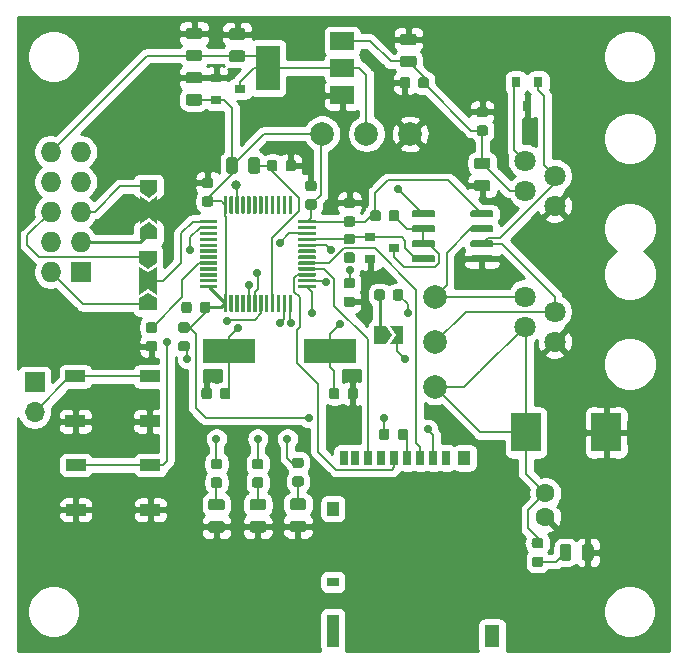
<source format=gtl>
G04 #@! TF.GenerationSoftware,KiCad,Pcbnew,5.1.5-52549c5~84~ubuntu18.04.1*
G04 #@! TF.CreationDate,2020-03-29T13:59:19+02:00*
G04 #@! TF.ProjectId,Telemetry,54656c65-6d65-4747-9279-2e6b69636164,rev?*
G04 #@! TF.SameCoordinates,Original*
G04 #@! TF.FileFunction,Copper,L1,Top*
G04 #@! TF.FilePolarity,Positive*
%FSLAX46Y46*%
G04 Gerber Fmt 4.6, Leading zero omitted, Abs format (unit mm)*
G04 Created by KiCad (PCBNEW 5.1.5-52549c5~84~ubuntu18.04.1) date 2020-03-29 13:59:19*
%MOMM*%
%LPD*%
G04 APERTURE LIST*
%ADD10R,0.800000X0.900000*%
%ADD11C,0.100000*%
%ADD12R,4.500000X2.000000*%
%ADD13R,0.900000X0.800000*%
%ADD14R,2.000000X1.500000*%
%ADD15R,2.000000X3.800000*%
%ADD16C,2.000000*%
%ADD17R,1.700000X1.000000*%
%ADD18O,1.700000X1.700000*%
%ADD19R,1.700000X1.700000*%
%ADD20C,1.800000*%
%ADD21O,1.727200X1.727200*%
%ADD22R,1.727200X1.727200*%
%ADD23R,0.700000X1.200000*%
%ADD24R,1.000000X1.200000*%
%ADD25R,1.000000X0.800000*%
%ADD26R,1.000000X2.800000*%
%ADD27R,1.300000X1.900000*%
%ADD28R,2.500000X3.300000*%
%ADD29C,1.600000*%
%ADD30C,0.700000*%
%ADD31C,0.800000*%
%ADD32C,0.200000*%
%ADD33C,0.250000*%
%ADD34C,0.254000*%
G04 APERTURE END LIST*
D10*
X147300000Y-108200000D03*
X146350000Y-106200000D03*
X148250000Y-106200000D03*
G04 #@! TA.AperFunction,SMDPad,CuDef*
D11*
G36*
X144314703Y-117045722D02*
G01*
X144329264Y-117047882D01*
X144343543Y-117051459D01*
X144357403Y-117056418D01*
X144370710Y-117062712D01*
X144383336Y-117070280D01*
X144395159Y-117079048D01*
X144406066Y-117088934D01*
X144415952Y-117099841D01*
X144424720Y-117111664D01*
X144432288Y-117124290D01*
X144438582Y-117137597D01*
X144443541Y-117151457D01*
X144447118Y-117165736D01*
X144449278Y-117180297D01*
X144450000Y-117195000D01*
X144450000Y-117495000D01*
X144449278Y-117509703D01*
X144447118Y-117524264D01*
X144443541Y-117538543D01*
X144438582Y-117552403D01*
X144432288Y-117565710D01*
X144424720Y-117578336D01*
X144415952Y-117590159D01*
X144406066Y-117601066D01*
X144395159Y-117610952D01*
X144383336Y-117619720D01*
X144370710Y-117627288D01*
X144357403Y-117633582D01*
X144343543Y-117638541D01*
X144329264Y-117642118D01*
X144314703Y-117644278D01*
X144300000Y-117645000D01*
X142650000Y-117645000D01*
X142635297Y-117644278D01*
X142620736Y-117642118D01*
X142606457Y-117638541D01*
X142592597Y-117633582D01*
X142579290Y-117627288D01*
X142566664Y-117619720D01*
X142554841Y-117610952D01*
X142543934Y-117601066D01*
X142534048Y-117590159D01*
X142525280Y-117578336D01*
X142517712Y-117565710D01*
X142511418Y-117552403D01*
X142506459Y-117538543D01*
X142502882Y-117524264D01*
X142500722Y-117509703D01*
X142500000Y-117495000D01*
X142500000Y-117195000D01*
X142500722Y-117180297D01*
X142502882Y-117165736D01*
X142506459Y-117151457D01*
X142511418Y-117137597D01*
X142517712Y-117124290D01*
X142525280Y-117111664D01*
X142534048Y-117099841D01*
X142543934Y-117088934D01*
X142554841Y-117079048D01*
X142566664Y-117070280D01*
X142579290Y-117062712D01*
X142592597Y-117056418D01*
X142606457Y-117051459D01*
X142620736Y-117047882D01*
X142635297Y-117045722D01*
X142650000Y-117045000D01*
X144300000Y-117045000D01*
X144314703Y-117045722D01*
G37*
G04 #@! TD.AperFunction*
G04 #@! TA.AperFunction,SMDPad,CuDef*
G36*
X144314703Y-118315722D02*
G01*
X144329264Y-118317882D01*
X144343543Y-118321459D01*
X144357403Y-118326418D01*
X144370710Y-118332712D01*
X144383336Y-118340280D01*
X144395159Y-118349048D01*
X144406066Y-118358934D01*
X144415952Y-118369841D01*
X144424720Y-118381664D01*
X144432288Y-118394290D01*
X144438582Y-118407597D01*
X144443541Y-118421457D01*
X144447118Y-118435736D01*
X144449278Y-118450297D01*
X144450000Y-118465000D01*
X144450000Y-118765000D01*
X144449278Y-118779703D01*
X144447118Y-118794264D01*
X144443541Y-118808543D01*
X144438582Y-118822403D01*
X144432288Y-118835710D01*
X144424720Y-118848336D01*
X144415952Y-118860159D01*
X144406066Y-118871066D01*
X144395159Y-118880952D01*
X144383336Y-118889720D01*
X144370710Y-118897288D01*
X144357403Y-118903582D01*
X144343543Y-118908541D01*
X144329264Y-118912118D01*
X144314703Y-118914278D01*
X144300000Y-118915000D01*
X142650000Y-118915000D01*
X142635297Y-118914278D01*
X142620736Y-118912118D01*
X142606457Y-118908541D01*
X142592597Y-118903582D01*
X142579290Y-118897288D01*
X142566664Y-118889720D01*
X142554841Y-118880952D01*
X142543934Y-118871066D01*
X142534048Y-118860159D01*
X142525280Y-118848336D01*
X142517712Y-118835710D01*
X142511418Y-118822403D01*
X142506459Y-118808543D01*
X142502882Y-118794264D01*
X142500722Y-118779703D01*
X142500000Y-118765000D01*
X142500000Y-118465000D01*
X142500722Y-118450297D01*
X142502882Y-118435736D01*
X142506459Y-118421457D01*
X142511418Y-118407597D01*
X142517712Y-118394290D01*
X142525280Y-118381664D01*
X142534048Y-118369841D01*
X142543934Y-118358934D01*
X142554841Y-118349048D01*
X142566664Y-118340280D01*
X142579290Y-118332712D01*
X142592597Y-118326418D01*
X142606457Y-118321459D01*
X142620736Y-118317882D01*
X142635297Y-118315722D01*
X142650000Y-118315000D01*
X144300000Y-118315000D01*
X144314703Y-118315722D01*
G37*
G04 #@! TD.AperFunction*
G04 #@! TA.AperFunction,SMDPad,CuDef*
G36*
X144314703Y-119585722D02*
G01*
X144329264Y-119587882D01*
X144343543Y-119591459D01*
X144357403Y-119596418D01*
X144370710Y-119602712D01*
X144383336Y-119610280D01*
X144395159Y-119619048D01*
X144406066Y-119628934D01*
X144415952Y-119639841D01*
X144424720Y-119651664D01*
X144432288Y-119664290D01*
X144438582Y-119677597D01*
X144443541Y-119691457D01*
X144447118Y-119705736D01*
X144449278Y-119720297D01*
X144450000Y-119735000D01*
X144450000Y-120035000D01*
X144449278Y-120049703D01*
X144447118Y-120064264D01*
X144443541Y-120078543D01*
X144438582Y-120092403D01*
X144432288Y-120105710D01*
X144424720Y-120118336D01*
X144415952Y-120130159D01*
X144406066Y-120141066D01*
X144395159Y-120150952D01*
X144383336Y-120159720D01*
X144370710Y-120167288D01*
X144357403Y-120173582D01*
X144343543Y-120178541D01*
X144329264Y-120182118D01*
X144314703Y-120184278D01*
X144300000Y-120185000D01*
X142650000Y-120185000D01*
X142635297Y-120184278D01*
X142620736Y-120182118D01*
X142606457Y-120178541D01*
X142592597Y-120173582D01*
X142579290Y-120167288D01*
X142566664Y-120159720D01*
X142554841Y-120150952D01*
X142543934Y-120141066D01*
X142534048Y-120130159D01*
X142525280Y-120118336D01*
X142517712Y-120105710D01*
X142511418Y-120092403D01*
X142506459Y-120078543D01*
X142502882Y-120064264D01*
X142500722Y-120049703D01*
X142500000Y-120035000D01*
X142500000Y-119735000D01*
X142500722Y-119720297D01*
X142502882Y-119705736D01*
X142506459Y-119691457D01*
X142511418Y-119677597D01*
X142517712Y-119664290D01*
X142525280Y-119651664D01*
X142534048Y-119639841D01*
X142543934Y-119628934D01*
X142554841Y-119619048D01*
X142566664Y-119610280D01*
X142579290Y-119602712D01*
X142592597Y-119596418D01*
X142606457Y-119591459D01*
X142620736Y-119587882D01*
X142635297Y-119585722D01*
X142650000Y-119585000D01*
X144300000Y-119585000D01*
X144314703Y-119585722D01*
G37*
G04 #@! TD.AperFunction*
G04 #@! TA.AperFunction,SMDPad,CuDef*
G36*
X144314703Y-120855722D02*
G01*
X144329264Y-120857882D01*
X144343543Y-120861459D01*
X144357403Y-120866418D01*
X144370710Y-120872712D01*
X144383336Y-120880280D01*
X144395159Y-120889048D01*
X144406066Y-120898934D01*
X144415952Y-120909841D01*
X144424720Y-120921664D01*
X144432288Y-120934290D01*
X144438582Y-120947597D01*
X144443541Y-120961457D01*
X144447118Y-120975736D01*
X144449278Y-120990297D01*
X144450000Y-121005000D01*
X144450000Y-121305000D01*
X144449278Y-121319703D01*
X144447118Y-121334264D01*
X144443541Y-121348543D01*
X144438582Y-121362403D01*
X144432288Y-121375710D01*
X144424720Y-121388336D01*
X144415952Y-121400159D01*
X144406066Y-121411066D01*
X144395159Y-121420952D01*
X144383336Y-121429720D01*
X144370710Y-121437288D01*
X144357403Y-121443582D01*
X144343543Y-121448541D01*
X144329264Y-121452118D01*
X144314703Y-121454278D01*
X144300000Y-121455000D01*
X142650000Y-121455000D01*
X142635297Y-121454278D01*
X142620736Y-121452118D01*
X142606457Y-121448541D01*
X142592597Y-121443582D01*
X142579290Y-121437288D01*
X142566664Y-121429720D01*
X142554841Y-121420952D01*
X142543934Y-121411066D01*
X142534048Y-121400159D01*
X142525280Y-121388336D01*
X142517712Y-121375710D01*
X142511418Y-121362403D01*
X142506459Y-121348543D01*
X142502882Y-121334264D01*
X142500722Y-121319703D01*
X142500000Y-121305000D01*
X142500000Y-121005000D01*
X142500722Y-120990297D01*
X142502882Y-120975736D01*
X142506459Y-120961457D01*
X142511418Y-120947597D01*
X142517712Y-120934290D01*
X142525280Y-120921664D01*
X142534048Y-120909841D01*
X142543934Y-120898934D01*
X142554841Y-120889048D01*
X142566664Y-120880280D01*
X142579290Y-120872712D01*
X142592597Y-120866418D01*
X142606457Y-120861459D01*
X142620736Y-120857882D01*
X142635297Y-120855722D01*
X142650000Y-120855000D01*
X144300000Y-120855000D01*
X144314703Y-120855722D01*
G37*
G04 #@! TD.AperFunction*
G04 #@! TA.AperFunction,SMDPad,CuDef*
G36*
X139364703Y-120855722D02*
G01*
X139379264Y-120857882D01*
X139393543Y-120861459D01*
X139407403Y-120866418D01*
X139420710Y-120872712D01*
X139433336Y-120880280D01*
X139445159Y-120889048D01*
X139456066Y-120898934D01*
X139465952Y-120909841D01*
X139474720Y-120921664D01*
X139482288Y-120934290D01*
X139488582Y-120947597D01*
X139493541Y-120961457D01*
X139497118Y-120975736D01*
X139499278Y-120990297D01*
X139500000Y-121005000D01*
X139500000Y-121305000D01*
X139499278Y-121319703D01*
X139497118Y-121334264D01*
X139493541Y-121348543D01*
X139488582Y-121362403D01*
X139482288Y-121375710D01*
X139474720Y-121388336D01*
X139465952Y-121400159D01*
X139456066Y-121411066D01*
X139445159Y-121420952D01*
X139433336Y-121429720D01*
X139420710Y-121437288D01*
X139407403Y-121443582D01*
X139393543Y-121448541D01*
X139379264Y-121452118D01*
X139364703Y-121454278D01*
X139350000Y-121455000D01*
X137700000Y-121455000D01*
X137685297Y-121454278D01*
X137670736Y-121452118D01*
X137656457Y-121448541D01*
X137642597Y-121443582D01*
X137629290Y-121437288D01*
X137616664Y-121429720D01*
X137604841Y-121420952D01*
X137593934Y-121411066D01*
X137584048Y-121400159D01*
X137575280Y-121388336D01*
X137567712Y-121375710D01*
X137561418Y-121362403D01*
X137556459Y-121348543D01*
X137552882Y-121334264D01*
X137550722Y-121319703D01*
X137550000Y-121305000D01*
X137550000Y-121005000D01*
X137550722Y-120990297D01*
X137552882Y-120975736D01*
X137556459Y-120961457D01*
X137561418Y-120947597D01*
X137567712Y-120934290D01*
X137575280Y-120921664D01*
X137584048Y-120909841D01*
X137593934Y-120898934D01*
X137604841Y-120889048D01*
X137616664Y-120880280D01*
X137629290Y-120872712D01*
X137642597Y-120866418D01*
X137656457Y-120861459D01*
X137670736Y-120857882D01*
X137685297Y-120855722D01*
X137700000Y-120855000D01*
X139350000Y-120855000D01*
X139364703Y-120855722D01*
G37*
G04 #@! TD.AperFunction*
G04 #@! TA.AperFunction,SMDPad,CuDef*
G36*
X139364703Y-119585722D02*
G01*
X139379264Y-119587882D01*
X139393543Y-119591459D01*
X139407403Y-119596418D01*
X139420710Y-119602712D01*
X139433336Y-119610280D01*
X139445159Y-119619048D01*
X139456066Y-119628934D01*
X139465952Y-119639841D01*
X139474720Y-119651664D01*
X139482288Y-119664290D01*
X139488582Y-119677597D01*
X139493541Y-119691457D01*
X139497118Y-119705736D01*
X139499278Y-119720297D01*
X139500000Y-119735000D01*
X139500000Y-120035000D01*
X139499278Y-120049703D01*
X139497118Y-120064264D01*
X139493541Y-120078543D01*
X139488582Y-120092403D01*
X139482288Y-120105710D01*
X139474720Y-120118336D01*
X139465952Y-120130159D01*
X139456066Y-120141066D01*
X139445159Y-120150952D01*
X139433336Y-120159720D01*
X139420710Y-120167288D01*
X139407403Y-120173582D01*
X139393543Y-120178541D01*
X139379264Y-120182118D01*
X139364703Y-120184278D01*
X139350000Y-120185000D01*
X137700000Y-120185000D01*
X137685297Y-120184278D01*
X137670736Y-120182118D01*
X137656457Y-120178541D01*
X137642597Y-120173582D01*
X137629290Y-120167288D01*
X137616664Y-120159720D01*
X137604841Y-120150952D01*
X137593934Y-120141066D01*
X137584048Y-120130159D01*
X137575280Y-120118336D01*
X137567712Y-120105710D01*
X137561418Y-120092403D01*
X137556459Y-120078543D01*
X137552882Y-120064264D01*
X137550722Y-120049703D01*
X137550000Y-120035000D01*
X137550000Y-119735000D01*
X137550722Y-119720297D01*
X137552882Y-119705736D01*
X137556459Y-119691457D01*
X137561418Y-119677597D01*
X137567712Y-119664290D01*
X137575280Y-119651664D01*
X137584048Y-119639841D01*
X137593934Y-119628934D01*
X137604841Y-119619048D01*
X137616664Y-119610280D01*
X137629290Y-119602712D01*
X137642597Y-119596418D01*
X137656457Y-119591459D01*
X137670736Y-119587882D01*
X137685297Y-119585722D01*
X137700000Y-119585000D01*
X139350000Y-119585000D01*
X139364703Y-119585722D01*
G37*
G04 #@! TD.AperFunction*
G04 #@! TA.AperFunction,SMDPad,CuDef*
G36*
X139364703Y-118315722D02*
G01*
X139379264Y-118317882D01*
X139393543Y-118321459D01*
X139407403Y-118326418D01*
X139420710Y-118332712D01*
X139433336Y-118340280D01*
X139445159Y-118349048D01*
X139456066Y-118358934D01*
X139465952Y-118369841D01*
X139474720Y-118381664D01*
X139482288Y-118394290D01*
X139488582Y-118407597D01*
X139493541Y-118421457D01*
X139497118Y-118435736D01*
X139499278Y-118450297D01*
X139500000Y-118465000D01*
X139500000Y-118765000D01*
X139499278Y-118779703D01*
X139497118Y-118794264D01*
X139493541Y-118808543D01*
X139488582Y-118822403D01*
X139482288Y-118835710D01*
X139474720Y-118848336D01*
X139465952Y-118860159D01*
X139456066Y-118871066D01*
X139445159Y-118880952D01*
X139433336Y-118889720D01*
X139420710Y-118897288D01*
X139407403Y-118903582D01*
X139393543Y-118908541D01*
X139379264Y-118912118D01*
X139364703Y-118914278D01*
X139350000Y-118915000D01*
X137700000Y-118915000D01*
X137685297Y-118914278D01*
X137670736Y-118912118D01*
X137656457Y-118908541D01*
X137642597Y-118903582D01*
X137629290Y-118897288D01*
X137616664Y-118889720D01*
X137604841Y-118880952D01*
X137593934Y-118871066D01*
X137584048Y-118860159D01*
X137575280Y-118848336D01*
X137567712Y-118835710D01*
X137561418Y-118822403D01*
X137556459Y-118808543D01*
X137552882Y-118794264D01*
X137550722Y-118779703D01*
X137550000Y-118765000D01*
X137550000Y-118465000D01*
X137550722Y-118450297D01*
X137552882Y-118435736D01*
X137556459Y-118421457D01*
X137561418Y-118407597D01*
X137567712Y-118394290D01*
X137575280Y-118381664D01*
X137584048Y-118369841D01*
X137593934Y-118358934D01*
X137604841Y-118349048D01*
X137616664Y-118340280D01*
X137629290Y-118332712D01*
X137642597Y-118326418D01*
X137656457Y-118321459D01*
X137670736Y-118317882D01*
X137685297Y-118315722D01*
X137700000Y-118315000D01*
X139350000Y-118315000D01*
X139364703Y-118315722D01*
G37*
G04 #@! TD.AperFunction*
G04 #@! TA.AperFunction,SMDPad,CuDef*
G36*
X139364703Y-117045722D02*
G01*
X139379264Y-117047882D01*
X139393543Y-117051459D01*
X139407403Y-117056418D01*
X139420710Y-117062712D01*
X139433336Y-117070280D01*
X139445159Y-117079048D01*
X139456066Y-117088934D01*
X139465952Y-117099841D01*
X139474720Y-117111664D01*
X139482288Y-117124290D01*
X139488582Y-117137597D01*
X139493541Y-117151457D01*
X139497118Y-117165736D01*
X139499278Y-117180297D01*
X139500000Y-117195000D01*
X139500000Y-117495000D01*
X139499278Y-117509703D01*
X139497118Y-117524264D01*
X139493541Y-117538543D01*
X139488582Y-117552403D01*
X139482288Y-117565710D01*
X139474720Y-117578336D01*
X139465952Y-117590159D01*
X139456066Y-117601066D01*
X139445159Y-117610952D01*
X139433336Y-117619720D01*
X139420710Y-117627288D01*
X139407403Y-117633582D01*
X139393543Y-117638541D01*
X139379264Y-117642118D01*
X139364703Y-117644278D01*
X139350000Y-117645000D01*
X137700000Y-117645000D01*
X137685297Y-117644278D01*
X137670736Y-117642118D01*
X137656457Y-117638541D01*
X137642597Y-117633582D01*
X137629290Y-117627288D01*
X137616664Y-117619720D01*
X137604841Y-117610952D01*
X137593934Y-117601066D01*
X137584048Y-117590159D01*
X137575280Y-117578336D01*
X137567712Y-117565710D01*
X137561418Y-117552403D01*
X137556459Y-117538543D01*
X137552882Y-117524264D01*
X137550722Y-117509703D01*
X137550000Y-117495000D01*
X137550000Y-117195000D01*
X137550722Y-117180297D01*
X137552882Y-117165736D01*
X137556459Y-117151457D01*
X137561418Y-117137597D01*
X137567712Y-117124290D01*
X137575280Y-117111664D01*
X137584048Y-117099841D01*
X137593934Y-117088934D01*
X137604841Y-117079048D01*
X137616664Y-117070280D01*
X137629290Y-117062712D01*
X137642597Y-117056418D01*
X137656457Y-117051459D01*
X137670736Y-117047882D01*
X137685297Y-117045722D01*
X137700000Y-117045000D01*
X139350000Y-117045000D01*
X139364703Y-117045722D01*
G37*
G04 #@! TD.AperFunction*
D12*
X130600000Y-128950000D03*
X122100000Y-128950000D03*
D13*
X123000000Y-106750000D03*
X121000000Y-107700000D03*
X121000000Y-105800000D03*
D14*
X131650000Y-107300000D03*
X131650000Y-102700000D03*
X131650000Y-105000000D03*
D15*
X125350000Y-105000000D03*
G04 #@! TA.AperFunction,SMDPad,CuDef*
D11*
G36*
X121832351Y-124175361D02*
G01*
X121839632Y-124176441D01*
X121846771Y-124178229D01*
X121853701Y-124180709D01*
X121860355Y-124183856D01*
X121866668Y-124187640D01*
X121872579Y-124192024D01*
X121878033Y-124196967D01*
X121882976Y-124202421D01*
X121887360Y-124208332D01*
X121891144Y-124214645D01*
X121894291Y-124221299D01*
X121896771Y-124228229D01*
X121898559Y-124235368D01*
X121899639Y-124242649D01*
X121900000Y-124250000D01*
X121900000Y-125575000D01*
X121899639Y-125582351D01*
X121898559Y-125589632D01*
X121896771Y-125596771D01*
X121894291Y-125603701D01*
X121891144Y-125610355D01*
X121887360Y-125616668D01*
X121882976Y-125622579D01*
X121878033Y-125628033D01*
X121872579Y-125632976D01*
X121866668Y-125637360D01*
X121860355Y-125641144D01*
X121853701Y-125644291D01*
X121846771Y-125646771D01*
X121839632Y-125648559D01*
X121832351Y-125649639D01*
X121825000Y-125650000D01*
X121675000Y-125650000D01*
X121667649Y-125649639D01*
X121660368Y-125648559D01*
X121653229Y-125646771D01*
X121646299Y-125644291D01*
X121639645Y-125641144D01*
X121633332Y-125637360D01*
X121627421Y-125632976D01*
X121621967Y-125628033D01*
X121617024Y-125622579D01*
X121612640Y-125616668D01*
X121608856Y-125610355D01*
X121605709Y-125603701D01*
X121603229Y-125596771D01*
X121601441Y-125589632D01*
X121600361Y-125582351D01*
X121600000Y-125575000D01*
X121600000Y-124250000D01*
X121600361Y-124242649D01*
X121601441Y-124235368D01*
X121603229Y-124228229D01*
X121605709Y-124221299D01*
X121608856Y-124214645D01*
X121612640Y-124208332D01*
X121617024Y-124202421D01*
X121621967Y-124196967D01*
X121627421Y-124192024D01*
X121633332Y-124187640D01*
X121639645Y-124183856D01*
X121646299Y-124180709D01*
X121653229Y-124178229D01*
X121660368Y-124176441D01*
X121667649Y-124175361D01*
X121675000Y-124175000D01*
X121825000Y-124175000D01*
X121832351Y-124175361D01*
G37*
G04 #@! TD.AperFunction*
G04 #@! TA.AperFunction,SMDPad,CuDef*
G36*
X122332351Y-124175361D02*
G01*
X122339632Y-124176441D01*
X122346771Y-124178229D01*
X122353701Y-124180709D01*
X122360355Y-124183856D01*
X122366668Y-124187640D01*
X122372579Y-124192024D01*
X122378033Y-124196967D01*
X122382976Y-124202421D01*
X122387360Y-124208332D01*
X122391144Y-124214645D01*
X122394291Y-124221299D01*
X122396771Y-124228229D01*
X122398559Y-124235368D01*
X122399639Y-124242649D01*
X122400000Y-124250000D01*
X122400000Y-125575000D01*
X122399639Y-125582351D01*
X122398559Y-125589632D01*
X122396771Y-125596771D01*
X122394291Y-125603701D01*
X122391144Y-125610355D01*
X122387360Y-125616668D01*
X122382976Y-125622579D01*
X122378033Y-125628033D01*
X122372579Y-125632976D01*
X122366668Y-125637360D01*
X122360355Y-125641144D01*
X122353701Y-125644291D01*
X122346771Y-125646771D01*
X122339632Y-125648559D01*
X122332351Y-125649639D01*
X122325000Y-125650000D01*
X122175000Y-125650000D01*
X122167649Y-125649639D01*
X122160368Y-125648559D01*
X122153229Y-125646771D01*
X122146299Y-125644291D01*
X122139645Y-125641144D01*
X122133332Y-125637360D01*
X122127421Y-125632976D01*
X122121967Y-125628033D01*
X122117024Y-125622579D01*
X122112640Y-125616668D01*
X122108856Y-125610355D01*
X122105709Y-125603701D01*
X122103229Y-125596771D01*
X122101441Y-125589632D01*
X122100361Y-125582351D01*
X122100000Y-125575000D01*
X122100000Y-124250000D01*
X122100361Y-124242649D01*
X122101441Y-124235368D01*
X122103229Y-124228229D01*
X122105709Y-124221299D01*
X122108856Y-124214645D01*
X122112640Y-124208332D01*
X122117024Y-124202421D01*
X122121967Y-124196967D01*
X122127421Y-124192024D01*
X122133332Y-124187640D01*
X122139645Y-124183856D01*
X122146299Y-124180709D01*
X122153229Y-124178229D01*
X122160368Y-124176441D01*
X122167649Y-124175361D01*
X122175000Y-124175000D01*
X122325000Y-124175000D01*
X122332351Y-124175361D01*
G37*
G04 #@! TD.AperFunction*
G04 #@! TA.AperFunction,SMDPad,CuDef*
G36*
X122832351Y-124175361D02*
G01*
X122839632Y-124176441D01*
X122846771Y-124178229D01*
X122853701Y-124180709D01*
X122860355Y-124183856D01*
X122866668Y-124187640D01*
X122872579Y-124192024D01*
X122878033Y-124196967D01*
X122882976Y-124202421D01*
X122887360Y-124208332D01*
X122891144Y-124214645D01*
X122894291Y-124221299D01*
X122896771Y-124228229D01*
X122898559Y-124235368D01*
X122899639Y-124242649D01*
X122900000Y-124250000D01*
X122900000Y-125575000D01*
X122899639Y-125582351D01*
X122898559Y-125589632D01*
X122896771Y-125596771D01*
X122894291Y-125603701D01*
X122891144Y-125610355D01*
X122887360Y-125616668D01*
X122882976Y-125622579D01*
X122878033Y-125628033D01*
X122872579Y-125632976D01*
X122866668Y-125637360D01*
X122860355Y-125641144D01*
X122853701Y-125644291D01*
X122846771Y-125646771D01*
X122839632Y-125648559D01*
X122832351Y-125649639D01*
X122825000Y-125650000D01*
X122675000Y-125650000D01*
X122667649Y-125649639D01*
X122660368Y-125648559D01*
X122653229Y-125646771D01*
X122646299Y-125644291D01*
X122639645Y-125641144D01*
X122633332Y-125637360D01*
X122627421Y-125632976D01*
X122621967Y-125628033D01*
X122617024Y-125622579D01*
X122612640Y-125616668D01*
X122608856Y-125610355D01*
X122605709Y-125603701D01*
X122603229Y-125596771D01*
X122601441Y-125589632D01*
X122600361Y-125582351D01*
X122600000Y-125575000D01*
X122600000Y-124250000D01*
X122600361Y-124242649D01*
X122601441Y-124235368D01*
X122603229Y-124228229D01*
X122605709Y-124221299D01*
X122608856Y-124214645D01*
X122612640Y-124208332D01*
X122617024Y-124202421D01*
X122621967Y-124196967D01*
X122627421Y-124192024D01*
X122633332Y-124187640D01*
X122639645Y-124183856D01*
X122646299Y-124180709D01*
X122653229Y-124178229D01*
X122660368Y-124176441D01*
X122667649Y-124175361D01*
X122675000Y-124175000D01*
X122825000Y-124175000D01*
X122832351Y-124175361D01*
G37*
G04 #@! TD.AperFunction*
G04 #@! TA.AperFunction,SMDPad,CuDef*
G36*
X123332351Y-124175361D02*
G01*
X123339632Y-124176441D01*
X123346771Y-124178229D01*
X123353701Y-124180709D01*
X123360355Y-124183856D01*
X123366668Y-124187640D01*
X123372579Y-124192024D01*
X123378033Y-124196967D01*
X123382976Y-124202421D01*
X123387360Y-124208332D01*
X123391144Y-124214645D01*
X123394291Y-124221299D01*
X123396771Y-124228229D01*
X123398559Y-124235368D01*
X123399639Y-124242649D01*
X123400000Y-124250000D01*
X123400000Y-125575000D01*
X123399639Y-125582351D01*
X123398559Y-125589632D01*
X123396771Y-125596771D01*
X123394291Y-125603701D01*
X123391144Y-125610355D01*
X123387360Y-125616668D01*
X123382976Y-125622579D01*
X123378033Y-125628033D01*
X123372579Y-125632976D01*
X123366668Y-125637360D01*
X123360355Y-125641144D01*
X123353701Y-125644291D01*
X123346771Y-125646771D01*
X123339632Y-125648559D01*
X123332351Y-125649639D01*
X123325000Y-125650000D01*
X123175000Y-125650000D01*
X123167649Y-125649639D01*
X123160368Y-125648559D01*
X123153229Y-125646771D01*
X123146299Y-125644291D01*
X123139645Y-125641144D01*
X123133332Y-125637360D01*
X123127421Y-125632976D01*
X123121967Y-125628033D01*
X123117024Y-125622579D01*
X123112640Y-125616668D01*
X123108856Y-125610355D01*
X123105709Y-125603701D01*
X123103229Y-125596771D01*
X123101441Y-125589632D01*
X123100361Y-125582351D01*
X123100000Y-125575000D01*
X123100000Y-124250000D01*
X123100361Y-124242649D01*
X123101441Y-124235368D01*
X123103229Y-124228229D01*
X123105709Y-124221299D01*
X123108856Y-124214645D01*
X123112640Y-124208332D01*
X123117024Y-124202421D01*
X123121967Y-124196967D01*
X123127421Y-124192024D01*
X123133332Y-124187640D01*
X123139645Y-124183856D01*
X123146299Y-124180709D01*
X123153229Y-124178229D01*
X123160368Y-124176441D01*
X123167649Y-124175361D01*
X123175000Y-124175000D01*
X123325000Y-124175000D01*
X123332351Y-124175361D01*
G37*
G04 #@! TD.AperFunction*
G04 #@! TA.AperFunction,SMDPad,CuDef*
G36*
X123832351Y-124175361D02*
G01*
X123839632Y-124176441D01*
X123846771Y-124178229D01*
X123853701Y-124180709D01*
X123860355Y-124183856D01*
X123866668Y-124187640D01*
X123872579Y-124192024D01*
X123878033Y-124196967D01*
X123882976Y-124202421D01*
X123887360Y-124208332D01*
X123891144Y-124214645D01*
X123894291Y-124221299D01*
X123896771Y-124228229D01*
X123898559Y-124235368D01*
X123899639Y-124242649D01*
X123900000Y-124250000D01*
X123900000Y-125575000D01*
X123899639Y-125582351D01*
X123898559Y-125589632D01*
X123896771Y-125596771D01*
X123894291Y-125603701D01*
X123891144Y-125610355D01*
X123887360Y-125616668D01*
X123882976Y-125622579D01*
X123878033Y-125628033D01*
X123872579Y-125632976D01*
X123866668Y-125637360D01*
X123860355Y-125641144D01*
X123853701Y-125644291D01*
X123846771Y-125646771D01*
X123839632Y-125648559D01*
X123832351Y-125649639D01*
X123825000Y-125650000D01*
X123675000Y-125650000D01*
X123667649Y-125649639D01*
X123660368Y-125648559D01*
X123653229Y-125646771D01*
X123646299Y-125644291D01*
X123639645Y-125641144D01*
X123633332Y-125637360D01*
X123627421Y-125632976D01*
X123621967Y-125628033D01*
X123617024Y-125622579D01*
X123612640Y-125616668D01*
X123608856Y-125610355D01*
X123605709Y-125603701D01*
X123603229Y-125596771D01*
X123601441Y-125589632D01*
X123600361Y-125582351D01*
X123600000Y-125575000D01*
X123600000Y-124250000D01*
X123600361Y-124242649D01*
X123601441Y-124235368D01*
X123603229Y-124228229D01*
X123605709Y-124221299D01*
X123608856Y-124214645D01*
X123612640Y-124208332D01*
X123617024Y-124202421D01*
X123621967Y-124196967D01*
X123627421Y-124192024D01*
X123633332Y-124187640D01*
X123639645Y-124183856D01*
X123646299Y-124180709D01*
X123653229Y-124178229D01*
X123660368Y-124176441D01*
X123667649Y-124175361D01*
X123675000Y-124175000D01*
X123825000Y-124175000D01*
X123832351Y-124175361D01*
G37*
G04 #@! TD.AperFunction*
G04 #@! TA.AperFunction,SMDPad,CuDef*
G36*
X124332351Y-124175361D02*
G01*
X124339632Y-124176441D01*
X124346771Y-124178229D01*
X124353701Y-124180709D01*
X124360355Y-124183856D01*
X124366668Y-124187640D01*
X124372579Y-124192024D01*
X124378033Y-124196967D01*
X124382976Y-124202421D01*
X124387360Y-124208332D01*
X124391144Y-124214645D01*
X124394291Y-124221299D01*
X124396771Y-124228229D01*
X124398559Y-124235368D01*
X124399639Y-124242649D01*
X124400000Y-124250000D01*
X124400000Y-125575000D01*
X124399639Y-125582351D01*
X124398559Y-125589632D01*
X124396771Y-125596771D01*
X124394291Y-125603701D01*
X124391144Y-125610355D01*
X124387360Y-125616668D01*
X124382976Y-125622579D01*
X124378033Y-125628033D01*
X124372579Y-125632976D01*
X124366668Y-125637360D01*
X124360355Y-125641144D01*
X124353701Y-125644291D01*
X124346771Y-125646771D01*
X124339632Y-125648559D01*
X124332351Y-125649639D01*
X124325000Y-125650000D01*
X124175000Y-125650000D01*
X124167649Y-125649639D01*
X124160368Y-125648559D01*
X124153229Y-125646771D01*
X124146299Y-125644291D01*
X124139645Y-125641144D01*
X124133332Y-125637360D01*
X124127421Y-125632976D01*
X124121967Y-125628033D01*
X124117024Y-125622579D01*
X124112640Y-125616668D01*
X124108856Y-125610355D01*
X124105709Y-125603701D01*
X124103229Y-125596771D01*
X124101441Y-125589632D01*
X124100361Y-125582351D01*
X124100000Y-125575000D01*
X124100000Y-124250000D01*
X124100361Y-124242649D01*
X124101441Y-124235368D01*
X124103229Y-124228229D01*
X124105709Y-124221299D01*
X124108856Y-124214645D01*
X124112640Y-124208332D01*
X124117024Y-124202421D01*
X124121967Y-124196967D01*
X124127421Y-124192024D01*
X124133332Y-124187640D01*
X124139645Y-124183856D01*
X124146299Y-124180709D01*
X124153229Y-124178229D01*
X124160368Y-124176441D01*
X124167649Y-124175361D01*
X124175000Y-124175000D01*
X124325000Y-124175000D01*
X124332351Y-124175361D01*
G37*
G04 #@! TD.AperFunction*
G04 #@! TA.AperFunction,SMDPad,CuDef*
G36*
X124832351Y-124175361D02*
G01*
X124839632Y-124176441D01*
X124846771Y-124178229D01*
X124853701Y-124180709D01*
X124860355Y-124183856D01*
X124866668Y-124187640D01*
X124872579Y-124192024D01*
X124878033Y-124196967D01*
X124882976Y-124202421D01*
X124887360Y-124208332D01*
X124891144Y-124214645D01*
X124894291Y-124221299D01*
X124896771Y-124228229D01*
X124898559Y-124235368D01*
X124899639Y-124242649D01*
X124900000Y-124250000D01*
X124900000Y-125575000D01*
X124899639Y-125582351D01*
X124898559Y-125589632D01*
X124896771Y-125596771D01*
X124894291Y-125603701D01*
X124891144Y-125610355D01*
X124887360Y-125616668D01*
X124882976Y-125622579D01*
X124878033Y-125628033D01*
X124872579Y-125632976D01*
X124866668Y-125637360D01*
X124860355Y-125641144D01*
X124853701Y-125644291D01*
X124846771Y-125646771D01*
X124839632Y-125648559D01*
X124832351Y-125649639D01*
X124825000Y-125650000D01*
X124675000Y-125650000D01*
X124667649Y-125649639D01*
X124660368Y-125648559D01*
X124653229Y-125646771D01*
X124646299Y-125644291D01*
X124639645Y-125641144D01*
X124633332Y-125637360D01*
X124627421Y-125632976D01*
X124621967Y-125628033D01*
X124617024Y-125622579D01*
X124612640Y-125616668D01*
X124608856Y-125610355D01*
X124605709Y-125603701D01*
X124603229Y-125596771D01*
X124601441Y-125589632D01*
X124600361Y-125582351D01*
X124600000Y-125575000D01*
X124600000Y-124250000D01*
X124600361Y-124242649D01*
X124601441Y-124235368D01*
X124603229Y-124228229D01*
X124605709Y-124221299D01*
X124608856Y-124214645D01*
X124612640Y-124208332D01*
X124617024Y-124202421D01*
X124621967Y-124196967D01*
X124627421Y-124192024D01*
X124633332Y-124187640D01*
X124639645Y-124183856D01*
X124646299Y-124180709D01*
X124653229Y-124178229D01*
X124660368Y-124176441D01*
X124667649Y-124175361D01*
X124675000Y-124175000D01*
X124825000Y-124175000D01*
X124832351Y-124175361D01*
G37*
G04 #@! TD.AperFunction*
G04 #@! TA.AperFunction,SMDPad,CuDef*
G36*
X125332351Y-124175361D02*
G01*
X125339632Y-124176441D01*
X125346771Y-124178229D01*
X125353701Y-124180709D01*
X125360355Y-124183856D01*
X125366668Y-124187640D01*
X125372579Y-124192024D01*
X125378033Y-124196967D01*
X125382976Y-124202421D01*
X125387360Y-124208332D01*
X125391144Y-124214645D01*
X125394291Y-124221299D01*
X125396771Y-124228229D01*
X125398559Y-124235368D01*
X125399639Y-124242649D01*
X125400000Y-124250000D01*
X125400000Y-125575000D01*
X125399639Y-125582351D01*
X125398559Y-125589632D01*
X125396771Y-125596771D01*
X125394291Y-125603701D01*
X125391144Y-125610355D01*
X125387360Y-125616668D01*
X125382976Y-125622579D01*
X125378033Y-125628033D01*
X125372579Y-125632976D01*
X125366668Y-125637360D01*
X125360355Y-125641144D01*
X125353701Y-125644291D01*
X125346771Y-125646771D01*
X125339632Y-125648559D01*
X125332351Y-125649639D01*
X125325000Y-125650000D01*
X125175000Y-125650000D01*
X125167649Y-125649639D01*
X125160368Y-125648559D01*
X125153229Y-125646771D01*
X125146299Y-125644291D01*
X125139645Y-125641144D01*
X125133332Y-125637360D01*
X125127421Y-125632976D01*
X125121967Y-125628033D01*
X125117024Y-125622579D01*
X125112640Y-125616668D01*
X125108856Y-125610355D01*
X125105709Y-125603701D01*
X125103229Y-125596771D01*
X125101441Y-125589632D01*
X125100361Y-125582351D01*
X125100000Y-125575000D01*
X125100000Y-124250000D01*
X125100361Y-124242649D01*
X125101441Y-124235368D01*
X125103229Y-124228229D01*
X125105709Y-124221299D01*
X125108856Y-124214645D01*
X125112640Y-124208332D01*
X125117024Y-124202421D01*
X125121967Y-124196967D01*
X125127421Y-124192024D01*
X125133332Y-124187640D01*
X125139645Y-124183856D01*
X125146299Y-124180709D01*
X125153229Y-124178229D01*
X125160368Y-124176441D01*
X125167649Y-124175361D01*
X125175000Y-124175000D01*
X125325000Y-124175000D01*
X125332351Y-124175361D01*
G37*
G04 #@! TD.AperFunction*
G04 #@! TA.AperFunction,SMDPad,CuDef*
G36*
X125832351Y-124175361D02*
G01*
X125839632Y-124176441D01*
X125846771Y-124178229D01*
X125853701Y-124180709D01*
X125860355Y-124183856D01*
X125866668Y-124187640D01*
X125872579Y-124192024D01*
X125878033Y-124196967D01*
X125882976Y-124202421D01*
X125887360Y-124208332D01*
X125891144Y-124214645D01*
X125894291Y-124221299D01*
X125896771Y-124228229D01*
X125898559Y-124235368D01*
X125899639Y-124242649D01*
X125900000Y-124250000D01*
X125900000Y-125575000D01*
X125899639Y-125582351D01*
X125898559Y-125589632D01*
X125896771Y-125596771D01*
X125894291Y-125603701D01*
X125891144Y-125610355D01*
X125887360Y-125616668D01*
X125882976Y-125622579D01*
X125878033Y-125628033D01*
X125872579Y-125632976D01*
X125866668Y-125637360D01*
X125860355Y-125641144D01*
X125853701Y-125644291D01*
X125846771Y-125646771D01*
X125839632Y-125648559D01*
X125832351Y-125649639D01*
X125825000Y-125650000D01*
X125675000Y-125650000D01*
X125667649Y-125649639D01*
X125660368Y-125648559D01*
X125653229Y-125646771D01*
X125646299Y-125644291D01*
X125639645Y-125641144D01*
X125633332Y-125637360D01*
X125627421Y-125632976D01*
X125621967Y-125628033D01*
X125617024Y-125622579D01*
X125612640Y-125616668D01*
X125608856Y-125610355D01*
X125605709Y-125603701D01*
X125603229Y-125596771D01*
X125601441Y-125589632D01*
X125600361Y-125582351D01*
X125600000Y-125575000D01*
X125600000Y-124250000D01*
X125600361Y-124242649D01*
X125601441Y-124235368D01*
X125603229Y-124228229D01*
X125605709Y-124221299D01*
X125608856Y-124214645D01*
X125612640Y-124208332D01*
X125617024Y-124202421D01*
X125621967Y-124196967D01*
X125627421Y-124192024D01*
X125633332Y-124187640D01*
X125639645Y-124183856D01*
X125646299Y-124180709D01*
X125653229Y-124178229D01*
X125660368Y-124176441D01*
X125667649Y-124175361D01*
X125675000Y-124175000D01*
X125825000Y-124175000D01*
X125832351Y-124175361D01*
G37*
G04 #@! TD.AperFunction*
G04 #@! TA.AperFunction,SMDPad,CuDef*
G36*
X126332351Y-124175361D02*
G01*
X126339632Y-124176441D01*
X126346771Y-124178229D01*
X126353701Y-124180709D01*
X126360355Y-124183856D01*
X126366668Y-124187640D01*
X126372579Y-124192024D01*
X126378033Y-124196967D01*
X126382976Y-124202421D01*
X126387360Y-124208332D01*
X126391144Y-124214645D01*
X126394291Y-124221299D01*
X126396771Y-124228229D01*
X126398559Y-124235368D01*
X126399639Y-124242649D01*
X126400000Y-124250000D01*
X126400000Y-125575000D01*
X126399639Y-125582351D01*
X126398559Y-125589632D01*
X126396771Y-125596771D01*
X126394291Y-125603701D01*
X126391144Y-125610355D01*
X126387360Y-125616668D01*
X126382976Y-125622579D01*
X126378033Y-125628033D01*
X126372579Y-125632976D01*
X126366668Y-125637360D01*
X126360355Y-125641144D01*
X126353701Y-125644291D01*
X126346771Y-125646771D01*
X126339632Y-125648559D01*
X126332351Y-125649639D01*
X126325000Y-125650000D01*
X126175000Y-125650000D01*
X126167649Y-125649639D01*
X126160368Y-125648559D01*
X126153229Y-125646771D01*
X126146299Y-125644291D01*
X126139645Y-125641144D01*
X126133332Y-125637360D01*
X126127421Y-125632976D01*
X126121967Y-125628033D01*
X126117024Y-125622579D01*
X126112640Y-125616668D01*
X126108856Y-125610355D01*
X126105709Y-125603701D01*
X126103229Y-125596771D01*
X126101441Y-125589632D01*
X126100361Y-125582351D01*
X126100000Y-125575000D01*
X126100000Y-124250000D01*
X126100361Y-124242649D01*
X126101441Y-124235368D01*
X126103229Y-124228229D01*
X126105709Y-124221299D01*
X126108856Y-124214645D01*
X126112640Y-124208332D01*
X126117024Y-124202421D01*
X126121967Y-124196967D01*
X126127421Y-124192024D01*
X126133332Y-124187640D01*
X126139645Y-124183856D01*
X126146299Y-124180709D01*
X126153229Y-124178229D01*
X126160368Y-124176441D01*
X126167649Y-124175361D01*
X126175000Y-124175000D01*
X126325000Y-124175000D01*
X126332351Y-124175361D01*
G37*
G04 #@! TD.AperFunction*
G04 #@! TA.AperFunction,SMDPad,CuDef*
G36*
X126832351Y-124175361D02*
G01*
X126839632Y-124176441D01*
X126846771Y-124178229D01*
X126853701Y-124180709D01*
X126860355Y-124183856D01*
X126866668Y-124187640D01*
X126872579Y-124192024D01*
X126878033Y-124196967D01*
X126882976Y-124202421D01*
X126887360Y-124208332D01*
X126891144Y-124214645D01*
X126894291Y-124221299D01*
X126896771Y-124228229D01*
X126898559Y-124235368D01*
X126899639Y-124242649D01*
X126900000Y-124250000D01*
X126900000Y-125575000D01*
X126899639Y-125582351D01*
X126898559Y-125589632D01*
X126896771Y-125596771D01*
X126894291Y-125603701D01*
X126891144Y-125610355D01*
X126887360Y-125616668D01*
X126882976Y-125622579D01*
X126878033Y-125628033D01*
X126872579Y-125632976D01*
X126866668Y-125637360D01*
X126860355Y-125641144D01*
X126853701Y-125644291D01*
X126846771Y-125646771D01*
X126839632Y-125648559D01*
X126832351Y-125649639D01*
X126825000Y-125650000D01*
X126675000Y-125650000D01*
X126667649Y-125649639D01*
X126660368Y-125648559D01*
X126653229Y-125646771D01*
X126646299Y-125644291D01*
X126639645Y-125641144D01*
X126633332Y-125637360D01*
X126627421Y-125632976D01*
X126621967Y-125628033D01*
X126617024Y-125622579D01*
X126612640Y-125616668D01*
X126608856Y-125610355D01*
X126605709Y-125603701D01*
X126603229Y-125596771D01*
X126601441Y-125589632D01*
X126600361Y-125582351D01*
X126600000Y-125575000D01*
X126600000Y-124250000D01*
X126600361Y-124242649D01*
X126601441Y-124235368D01*
X126603229Y-124228229D01*
X126605709Y-124221299D01*
X126608856Y-124214645D01*
X126612640Y-124208332D01*
X126617024Y-124202421D01*
X126621967Y-124196967D01*
X126627421Y-124192024D01*
X126633332Y-124187640D01*
X126639645Y-124183856D01*
X126646299Y-124180709D01*
X126653229Y-124178229D01*
X126660368Y-124176441D01*
X126667649Y-124175361D01*
X126675000Y-124175000D01*
X126825000Y-124175000D01*
X126832351Y-124175361D01*
G37*
G04 #@! TD.AperFunction*
G04 #@! TA.AperFunction,SMDPad,CuDef*
G36*
X127332351Y-124175361D02*
G01*
X127339632Y-124176441D01*
X127346771Y-124178229D01*
X127353701Y-124180709D01*
X127360355Y-124183856D01*
X127366668Y-124187640D01*
X127372579Y-124192024D01*
X127378033Y-124196967D01*
X127382976Y-124202421D01*
X127387360Y-124208332D01*
X127391144Y-124214645D01*
X127394291Y-124221299D01*
X127396771Y-124228229D01*
X127398559Y-124235368D01*
X127399639Y-124242649D01*
X127400000Y-124250000D01*
X127400000Y-125575000D01*
X127399639Y-125582351D01*
X127398559Y-125589632D01*
X127396771Y-125596771D01*
X127394291Y-125603701D01*
X127391144Y-125610355D01*
X127387360Y-125616668D01*
X127382976Y-125622579D01*
X127378033Y-125628033D01*
X127372579Y-125632976D01*
X127366668Y-125637360D01*
X127360355Y-125641144D01*
X127353701Y-125644291D01*
X127346771Y-125646771D01*
X127339632Y-125648559D01*
X127332351Y-125649639D01*
X127325000Y-125650000D01*
X127175000Y-125650000D01*
X127167649Y-125649639D01*
X127160368Y-125648559D01*
X127153229Y-125646771D01*
X127146299Y-125644291D01*
X127139645Y-125641144D01*
X127133332Y-125637360D01*
X127127421Y-125632976D01*
X127121967Y-125628033D01*
X127117024Y-125622579D01*
X127112640Y-125616668D01*
X127108856Y-125610355D01*
X127105709Y-125603701D01*
X127103229Y-125596771D01*
X127101441Y-125589632D01*
X127100361Y-125582351D01*
X127100000Y-125575000D01*
X127100000Y-124250000D01*
X127100361Y-124242649D01*
X127101441Y-124235368D01*
X127103229Y-124228229D01*
X127105709Y-124221299D01*
X127108856Y-124214645D01*
X127112640Y-124208332D01*
X127117024Y-124202421D01*
X127121967Y-124196967D01*
X127127421Y-124192024D01*
X127133332Y-124187640D01*
X127139645Y-124183856D01*
X127146299Y-124180709D01*
X127153229Y-124178229D01*
X127160368Y-124176441D01*
X127167649Y-124175361D01*
X127175000Y-124175000D01*
X127325000Y-124175000D01*
X127332351Y-124175361D01*
G37*
G04 #@! TD.AperFunction*
G04 #@! TA.AperFunction,SMDPad,CuDef*
G36*
X129332351Y-123350361D02*
G01*
X129339632Y-123351441D01*
X129346771Y-123353229D01*
X129353701Y-123355709D01*
X129360355Y-123358856D01*
X129366668Y-123362640D01*
X129372579Y-123367024D01*
X129378033Y-123371967D01*
X129382976Y-123377421D01*
X129387360Y-123383332D01*
X129391144Y-123389645D01*
X129394291Y-123396299D01*
X129396771Y-123403229D01*
X129398559Y-123410368D01*
X129399639Y-123417649D01*
X129400000Y-123425000D01*
X129400000Y-123575000D01*
X129399639Y-123582351D01*
X129398559Y-123589632D01*
X129396771Y-123596771D01*
X129394291Y-123603701D01*
X129391144Y-123610355D01*
X129387360Y-123616668D01*
X129382976Y-123622579D01*
X129378033Y-123628033D01*
X129372579Y-123632976D01*
X129366668Y-123637360D01*
X129360355Y-123641144D01*
X129353701Y-123644291D01*
X129346771Y-123646771D01*
X129339632Y-123648559D01*
X129332351Y-123649639D01*
X129325000Y-123650000D01*
X128000000Y-123650000D01*
X127992649Y-123649639D01*
X127985368Y-123648559D01*
X127978229Y-123646771D01*
X127971299Y-123644291D01*
X127964645Y-123641144D01*
X127958332Y-123637360D01*
X127952421Y-123632976D01*
X127946967Y-123628033D01*
X127942024Y-123622579D01*
X127937640Y-123616668D01*
X127933856Y-123610355D01*
X127930709Y-123603701D01*
X127928229Y-123596771D01*
X127926441Y-123589632D01*
X127925361Y-123582351D01*
X127925000Y-123575000D01*
X127925000Y-123425000D01*
X127925361Y-123417649D01*
X127926441Y-123410368D01*
X127928229Y-123403229D01*
X127930709Y-123396299D01*
X127933856Y-123389645D01*
X127937640Y-123383332D01*
X127942024Y-123377421D01*
X127946967Y-123371967D01*
X127952421Y-123367024D01*
X127958332Y-123362640D01*
X127964645Y-123358856D01*
X127971299Y-123355709D01*
X127978229Y-123353229D01*
X127985368Y-123351441D01*
X127992649Y-123350361D01*
X128000000Y-123350000D01*
X129325000Y-123350000D01*
X129332351Y-123350361D01*
G37*
G04 #@! TD.AperFunction*
G04 #@! TA.AperFunction,SMDPad,CuDef*
G36*
X129332351Y-122850361D02*
G01*
X129339632Y-122851441D01*
X129346771Y-122853229D01*
X129353701Y-122855709D01*
X129360355Y-122858856D01*
X129366668Y-122862640D01*
X129372579Y-122867024D01*
X129378033Y-122871967D01*
X129382976Y-122877421D01*
X129387360Y-122883332D01*
X129391144Y-122889645D01*
X129394291Y-122896299D01*
X129396771Y-122903229D01*
X129398559Y-122910368D01*
X129399639Y-122917649D01*
X129400000Y-122925000D01*
X129400000Y-123075000D01*
X129399639Y-123082351D01*
X129398559Y-123089632D01*
X129396771Y-123096771D01*
X129394291Y-123103701D01*
X129391144Y-123110355D01*
X129387360Y-123116668D01*
X129382976Y-123122579D01*
X129378033Y-123128033D01*
X129372579Y-123132976D01*
X129366668Y-123137360D01*
X129360355Y-123141144D01*
X129353701Y-123144291D01*
X129346771Y-123146771D01*
X129339632Y-123148559D01*
X129332351Y-123149639D01*
X129325000Y-123150000D01*
X128000000Y-123150000D01*
X127992649Y-123149639D01*
X127985368Y-123148559D01*
X127978229Y-123146771D01*
X127971299Y-123144291D01*
X127964645Y-123141144D01*
X127958332Y-123137360D01*
X127952421Y-123132976D01*
X127946967Y-123128033D01*
X127942024Y-123122579D01*
X127937640Y-123116668D01*
X127933856Y-123110355D01*
X127930709Y-123103701D01*
X127928229Y-123096771D01*
X127926441Y-123089632D01*
X127925361Y-123082351D01*
X127925000Y-123075000D01*
X127925000Y-122925000D01*
X127925361Y-122917649D01*
X127926441Y-122910368D01*
X127928229Y-122903229D01*
X127930709Y-122896299D01*
X127933856Y-122889645D01*
X127937640Y-122883332D01*
X127942024Y-122877421D01*
X127946967Y-122871967D01*
X127952421Y-122867024D01*
X127958332Y-122862640D01*
X127964645Y-122858856D01*
X127971299Y-122855709D01*
X127978229Y-122853229D01*
X127985368Y-122851441D01*
X127992649Y-122850361D01*
X128000000Y-122850000D01*
X129325000Y-122850000D01*
X129332351Y-122850361D01*
G37*
G04 #@! TD.AperFunction*
G04 #@! TA.AperFunction,SMDPad,CuDef*
G36*
X129332351Y-122350361D02*
G01*
X129339632Y-122351441D01*
X129346771Y-122353229D01*
X129353701Y-122355709D01*
X129360355Y-122358856D01*
X129366668Y-122362640D01*
X129372579Y-122367024D01*
X129378033Y-122371967D01*
X129382976Y-122377421D01*
X129387360Y-122383332D01*
X129391144Y-122389645D01*
X129394291Y-122396299D01*
X129396771Y-122403229D01*
X129398559Y-122410368D01*
X129399639Y-122417649D01*
X129400000Y-122425000D01*
X129400000Y-122575000D01*
X129399639Y-122582351D01*
X129398559Y-122589632D01*
X129396771Y-122596771D01*
X129394291Y-122603701D01*
X129391144Y-122610355D01*
X129387360Y-122616668D01*
X129382976Y-122622579D01*
X129378033Y-122628033D01*
X129372579Y-122632976D01*
X129366668Y-122637360D01*
X129360355Y-122641144D01*
X129353701Y-122644291D01*
X129346771Y-122646771D01*
X129339632Y-122648559D01*
X129332351Y-122649639D01*
X129325000Y-122650000D01*
X128000000Y-122650000D01*
X127992649Y-122649639D01*
X127985368Y-122648559D01*
X127978229Y-122646771D01*
X127971299Y-122644291D01*
X127964645Y-122641144D01*
X127958332Y-122637360D01*
X127952421Y-122632976D01*
X127946967Y-122628033D01*
X127942024Y-122622579D01*
X127937640Y-122616668D01*
X127933856Y-122610355D01*
X127930709Y-122603701D01*
X127928229Y-122596771D01*
X127926441Y-122589632D01*
X127925361Y-122582351D01*
X127925000Y-122575000D01*
X127925000Y-122425000D01*
X127925361Y-122417649D01*
X127926441Y-122410368D01*
X127928229Y-122403229D01*
X127930709Y-122396299D01*
X127933856Y-122389645D01*
X127937640Y-122383332D01*
X127942024Y-122377421D01*
X127946967Y-122371967D01*
X127952421Y-122367024D01*
X127958332Y-122362640D01*
X127964645Y-122358856D01*
X127971299Y-122355709D01*
X127978229Y-122353229D01*
X127985368Y-122351441D01*
X127992649Y-122350361D01*
X128000000Y-122350000D01*
X129325000Y-122350000D01*
X129332351Y-122350361D01*
G37*
G04 #@! TD.AperFunction*
G04 #@! TA.AperFunction,SMDPad,CuDef*
G36*
X129332351Y-121850361D02*
G01*
X129339632Y-121851441D01*
X129346771Y-121853229D01*
X129353701Y-121855709D01*
X129360355Y-121858856D01*
X129366668Y-121862640D01*
X129372579Y-121867024D01*
X129378033Y-121871967D01*
X129382976Y-121877421D01*
X129387360Y-121883332D01*
X129391144Y-121889645D01*
X129394291Y-121896299D01*
X129396771Y-121903229D01*
X129398559Y-121910368D01*
X129399639Y-121917649D01*
X129400000Y-121925000D01*
X129400000Y-122075000D01*
X129399639Y-122082351D01*
X129398559Y-122089632D01*
X129396771Y-122096771D01*
X129394291Y-122103701D01*
X129391144Y-122110355D01*
X129387360Y-122116668D01*
X129382976Y-122122579D01*
X129378033Y-122128033D01*
X129372579Y-122132976D01*
X129366668Y-122137360D01*
X129360355Y-122141144D01*
X129353701Y-122144291D01*
X129346771Y-122146771D01*
X129339632Y-122148559D01*
X129332351Y-122149639D01*
X129325000Y-122150000D01*
X128000000Y-122150000D01*
X127992649Y-122149639D01*
X127985368Y-122148559D01*
X127978229Y-122146771D01*
X127971299Y-122144291D01*
X127964645Y-122141144D01*
X127958332Y-122137360D01*
X127952421Y-122132976D01*
X127946967Y-122128033D01*
X127942024Y-122122579D01*
X127937640Y-122116668D01*
X127933856Y-122110355D01*
X127930709Y-122103701D01*
X127928229Y-122096771D01*
X127926441Y-122089632D01*
X127925361Y-122082351D01*
X127925000Y-122075000D01*
X127925000Y-121925000D01*
X127925361Y-121917649D01*
X127926441Y-121910368D01*
X127928229Y-121903229D01*
X127930709Y-121896299D01*
X127933856Y-121889645D01*
X127937640Y-121883332D01*
X127942024Y-121877421D01*
X127946967Y-121871967D01*
X127952421Y-121867024D01*
X127958332Y-121862640D01*
X127964645Y-121858856D01*
X127971299Y-121855709D01*
X127978229Y-121853229D01*
X127985368Y-121851441D01*
X127992649Y-121850361D01*
X128000000Y-121850000D01*
X129325000Y-121850000D01*
X129332351Y-121850361D01*
G37*
G04 #@! TD.AperFunction*
G04 #@! TA.AperFunction,SMDPad,CuDef*
G36*
X129332351Y-121350361D02*
G01*
X129339632Y-121351441D01*
X129346771Y-121353229D01*
X129353701Y-121355709D01*
X129360355Y-121358856D01*
X129366668Y-121362640D01*
X129372579Y-121367024D01*
X129378033Y-121371967D01*
X129382976Y-121377421D01*
X129387360Y-121383332D01*
X129391144Y-121389645D01*
X129394291Y-121396299D01*
X129396771Y-121403229D01*
X129398559Y-121410368D01*
X129399639Y-121417649D01*
X129400000Y-121425000D01*
X129400000Y-121575000D01*
X129399639Y-121582351D01*
X129398559Y-121589632D01*
X129396771Y-121596771D01*
X129394291Y-121603701D01*
X129391144Y-121610355D01*
X129387360Y-121616668D01*
X129382976Y-121622579D01*
X129378033Y-121628033D01*
X129372579Y-121632976D01*
X129366668Y-121637360D01*
X129360355Y-121641144D01*
X129353701Y-121644291D01*
X129346771Y-121646771D01*
X129339632Y-121648559D01*
X129332351Y-121649639D01*
X129325000Y-121650000D01*
X128000000Y-121650000D01*
X127992649Y-121649639D01*
X127985368Y-121648559D01*
X127978229Y-121646771D01*
X127971299Y-121644291D01*
X127964645Y-121641144D01*
X127958332Y-121637360D01*
X127952421Y-121632976D01*
X127946967Y-121628033D01*
X127942024Y-121622579D01*
X127937640Y-121616668D01*
X127933856Y-121610355D01*
X127930709Y-121603701D01*
X127928229Y-121596771D01*
X127926441Y-121589632D01*
X127925361Y-121582351D01*
X127925000Y-121575000D01*
X127925000Y-121425000D01*
X127925361Y-121417649D01*
X127926441Y-121410368D01*
X127928229Y-121403229D01*
X127930709Y-121396299D01*
X127933856Y-121389645D01*
X127937640Y-121383332D01*
X127942024Y-121377421D01*
X127946967Y-121371967D01*
X127952421Y-121367024D01*
X127958332Y-121362640D01*
X127964645Y-121358856D01*
X127971299Y-121355709D01*
X127978229Y-121353229D01*
X127985368Y-121351441D01*
X127992649Y-121350361D01*
X128000000Y-121350000D01*
X129325000Y-121350000D01*
X129332351Y-121350361D01*
G37*
G04 #@! TD.AperFunction*
G04 #@! TA.AperFunction,SMDPad,CuDef*
G36*
X129332351Y-120850361D02*
G01*
X129339632Y-120851441D01*
X129346771Y-120853229D01*
X129353701Y-120855709D01*
X129360355Y-120858856D01*
X129366668Y-120862640D01*
X129372579Y-120867024D01*
X129378033Y-120871967D01*
X129382976Y-120877421D01*
X129387360Y-120883332D01*
X129391144Y-120889645D01*
X129394291Y-120896299D01*
X129396771Y-120903229D01*
X129398559Y-120910368D01*
X129399639Y-120917649D01*
X129400000Y-120925000D01*
X129400000Y-121075000D01*
X129399639Y-121082351D01*
X129398559Y-121089632D01*
X129396771Y-121096771D01*
X129394291Y-121103701D01*
X129391144Y-121110355D01*
X129387360Y-121116668D01*
X129382976Y-121122579D01*
X129378033Y-121128033D01*
X129372579Y-121132976D01*
X129366668Y-121137360D01*
X129360355Y-121141144D01*
X129353701Y-121144291D01*
X129346771Y-121146771D01*
X129339632Y-121148559D01*
X129332351Y-121149639D01*
X129325000Y-121150000D01*
X128000000Y-121150000D01*
X127992649Y-121149639D01*
X127985368Y-121148559D01*
X127978229Y-121146771D01*
X127971299Y-121144291D01*
X127964645Y-121141144D01*
X127958332Y-121137360D01*
X127952421Y-121132976D01*
X127946967Y-121128033D01*
X127942024Y-121122579D01*
X127937640Y-121116668D01*
X127933856Y-121110355D01*
X127930709Y-121103701D01*
X127928229Y-121096771D01*
X127926441Y-121089632D01*
X127925361Y-121082351D01*
X127925000Y-121075000D01*
X127925000Y-120925000D01*
X127925361Y-120917649D01*
X127926441Y-120910368D01*
X127928229Y-120903229D01*
X127930709Y-120896299D01*
X127933856Y-120889645D01*
X127937640Y-120883332D01*
X127942024Y-120877421D01*
X127946967Y-120871967D01*
X127952421Y-120867024D01*
X127958332Y-120862640D01*
X127964645Y-120858856D01*
X127971299Y-120855709D01*
X127978229Y-120853229D01*
X127985368Y-120851441D01*
X127992649Y-120850361D01*
X128000000Y-120850000D01*
X129325000Y-120850000D01*
X129332351Y-120850361D01*
G37*
G04 #@! TD.AperFunction*
G04 #@! TA.AperFunction,SMDPad,CuDef*
G36*
X129332351Y-120350361D02*
G01*
X129339632Y-120351441D01*
X129346771Y-120353229D01*
X129353701Y-120355709D01*
X129360355Y-120358856D01*
X129366668Y-120362640D01*
X129372579Y-120367024D01*
X129378033Y-120371967D01*
X129382976Y-120377421D01*
X129387360Y-120383332D01*
X129391144Y-120389645D01*
X129394291Y-120396299D01*
X129396771Y-120403229D01*
X129398559Y-120410368D01*
X129399639Y-120417649D01*
X129400000Y-120425000D01*
X129400000Y-120575000D01*
X129399639Y-120582351D01*
X129398559Y-120589632D01*
X129396771Y-120596771D01*
X129394291Y-120603701D01*
X129391144Y-120610355D01*
X129387360Y-120616668D01*
X129382976Y-120622579D01*
X129378033Y-120628033D01*
X129372579Y-120632976D01*
X129366668Y-120637360D01*
X129360355Y-120641144D01*
X129353701Y-120644291D01*
X129346771Y-120646771D01*
X129339632Y-120648559D01*
X129332351Y-120649639D01*
X129325000Y-120650000D01*
X128000000Y-120650000D01*
X127992649Y-120649639D01*
X127985368Y-120648559D01*
X127978229Y-120646771D01*
X127971299Y-120644291D01*
X127964645Y-120641144D01*
X127958332Y-120637360D01*
X127952421Y-120632976D01*
X127946967Y-120628033D01*
X127942024Y-120622579D01*
X127937640Y-120616668D01*
X127933856Y-120610355D01*
X127930709Y-120603701D01*
X127928229Y-120596771D01*
X127926441Y-120589632D01*
X127925361Y-120582351D01*
X127925000Y-120575000D01*
X127925000Y-120425000D01*
X127925361Y-120417649D01*
X127926441Y-120410368D01*
X127928229Y-120403229D01*
X127930709Y-120396299D01*
X127933856Y-120389645D01*
X127937640Y-120383332D01*
X127942024Y-120377421D01*
X127946967Y-120371967D01*
X127952421Y-120367024D01*
X127958332Y-120362640D01*
X127964645Y-120358856D01*
X127971299Y-120355709D01*
X127978229Y-120353229D01*
X127985368Y-120351441D01*
X127992649Y-120350361D01*
X128000000Y-120350000D01*
X129325000Y-120350000D01*
X129332351Y-120350361D01*
G37*
G04 #@! TD.AperFunction*
G04 #@! TA.AperFunction,SMDPad,CuDef*
G36*
X129332351Y-119850361D02*
G01*
X129339632Y-119851441D01*
X129346771Y-119853229D01*
X129353701Y-119855709D01*
X129360355Y-119858856D01*
X129366668Y-119862640D01*
X129372579Y-119867024D01*
X129378033Y-119871967D01*
X129382976Y-119877421D01*
X129387360Y-119883332D01*
X129391144Y-119889645D01*
X129394291Y-119896299D01*
X129396771Y-119903229D01*
X129398559Y-119910368D01*
X129399639Y-119917649D01*
X129400000Y-119925000D01*
X129400000Y-120075000D01*
X129399639Y-120082351D01*
X129398559Y-120089632D01*
X129396771Y-120096771D01*
X129394291Y-120103701D01*
X129391144Y-120110355D01*
X129387360Y-120116668D01*
X129382976Y-120122579D01*
X129378033Y-120128033D01*
X129372579Y-120132976D01*
X129366668Y-120137360D01*
X129360355Y-120141144D01*
X129353701Y-120144291D01*
X129346771Y-120146771D01*
X129339632Y-120148559D01*
X129332351Y-120149639D01*
X129325000Y-120150000D01*
X128000000Y-120150000D01*
X127992649Y-120149639D01*
X127985368Y-120148559D01*
X127978229Y-120146771D01*
X127971299Y-120144291D01*
X127964645Y-120141144D01*
X127958332Y-120137360D01*
X127952421Y-120132976D01*
X127946967Y-120128033D01*
X127942024Y-120122579D01*
X127937640Y-120116668D01*
X127933856Y-120110355D01*
X127930709Y-120103701D01*
X127928229Y-120096771D01*
X127926441Y-120089632D01*
X127925361Y-120082351D01*
X127925000Y-120075000D01*
X127925000Y-119925000D01*
X127925361Y-119917649D01*
X127926441Y-119910368D01*
X127928229Y-119903229D01*
X127930709Y-119896299D01*
X127933856Y-119889645D01*
X127937640Y-119883332D01*
X127942024Y-119877421D01*
X127946967Y-119871967D01*
X127952421Y-119867024D01*
X127958332Y-119862640D01*
X127964645Y-119858856D01*
X127971299Y-119855709D01*
X127978229Y-119853229D01*
X127985368Y-119851441D01*
X127992649Y-119850361D01*
X128000000Y-119850000D01*
X129325000Y-119850000D01*
X129332351Y-119850361D01*
G37*
G04 #@! TD.AperFunction*
G04 #@! TA.AperFunction,SMDPad,CuDef*
G36*
X129332351Y-119350361D02*
G01*
X129339632Y-119351441D01*
X129346771Y-119353229D01*
X129353701Y-119355709D01*
X129360355Y-119358856D01*
X129366668Y-119362640D01*
X129372579Y-119367024D01*
X129378033Y-119371967D01*
X129382976Y-119377421D01*
X129387360Y-119383332D01*
X129391144Y-119389645D01*
X129394291Y-119396299D01*
X129396771Y-119403229D01*
X129398559Y-119410368D01*
X129399639Y-119417649D01*
X129400000Y-119425000D01*
X129400000Y-119575000D01*
X129399639Y-119582351D01*
X129398559Y-119589632D01*
X129396771Y-119596771D01*
X129394291Y-119603701D01*
X129391144Y-119610355D01*
X129387360Y-119616668D01*
X129382976Y-119622579D01*
X129378033Y-119628033D01*
X129372579Y-119632976D01*
X129366668Y-119637360D01*
X129360355Y-119641144D01*
X129353701Y-119644291D01*
X129346771Y-119646771D01*
X129339632Y-119648559D01*
X129332351Y-119649639D01*
X129325000Y-119650000D01*
X128000000Y-119650000D01*
X127992649Y-119649639D01*
X127985368Y-119648559D01*
X127978229Y-119646771D01*
X127971299Y-119644291D01*
X127964645Y-119641144D01*
X127958332Y-119637360D01*
X127952421Y-119632976D01*
X127946967Y-119628033D01*
X127942024Y-119622579D01*
X127937640Y-119616668D01*
X127933856Y-119610355D01*
X127930709Y-119603701D01*
X127928229Y-119596771D01*
X127926441Y-119589632D01*
X127925361Y-119582351D01*
X127925000Y-119575000D01*
X127925000Y-119425000D01*
X127925361Y-119417649D01*
X127926441Y-119410368D01*
X127928229Y-119403229D01*
X127930709Y-119396299D01*
X127933856Y-119389645D01*
X127937640Y-119383332D01*
X127942024Y-119377421D01*
X127946967Y-119371967D01*
X127952421Y-119367024D01*
X127958332Y-119362640D01*
X127964645Y-119358856D01*
X127971299Y-119355709D01*
X127978229Y-119353229D01*
X127985368Y-119351441D01*
X127992649Y-119350361D01*
X128000000Y-119350000D01*
X129325000Y-119350000D01*
X129332351Y-119350361D01*
G37*
G04 #@! TD.AperFunction*
G04 #@! TA.AperFunction,SMDPad,CuDef*
G36*
X129332351Y-118850361D02*
G01*
X129339632Y-118851441D01*
X129346771Y-118853229D01*
X129353701Y-118855709D01*
X129360355Y-118858856D01*
X129366668Y-118862640D01*
X129372579Y-118867024D01*
X129378033Y-118871967D01*
X129382976Y-118877421D01*
X129387360Y-118883332D01*
X129391144Y-118889645D01*
X129394291Y-118896299D01*
X129396771Y-118903229D01*
X129398559Y-118910368D01*
X129399639Y-118917649D01*
X129400000Y-118925000D01*
X129400000Y-119075000D01*
X129399639Y-119082351D01*
X129398559Y-119089632D01*
X129396771Y-119096771D01*
X129394291Y-119103701D01*
X129391144Y-119110355D01*
X129387360Y-119116668D01*
X129382976Y-119122579D01*
X129378033Y-119128033D01*
X129372579Y-119132976D01*
X129366668Y-119137360D01*
X129360355Y-119141144D01*
X129353701Y-119144291D01*
X129346771Y-119146771D01*
X129339632Y-119148559D01*
X129332351Y-119149639D01*
X129325000Y-119150000D01*
X128000000Y-119150000D01*
X127992649Y-119149639D01*
X127985368Y-119148559D01*
X127978229Y-119146771D01*
X127971299Y-119144291D01*
X127964645Y-119141144D01*
X127958332Y-119137360D01*
X127952421Y-119132976D01*
X127946967Y-119128033D01*
X127942024Y-119122579D01*
X127937640Y-119116668D01*
X127933856Y-119110355D01*
X127930709Y-119103701D01*
X127928229Y-119096771D01*
X127926441Y-119089632D01*
X127925361Y-119082351D01*
X127925000Y-119075000D01*
X127925000Y-118925000D01*
X127925361Y-118917649D01*
X127926441Y-118910368D01*
X127928229Y-118903229D01*
X127930709Y-118896299D01*
X127933856Y-118889645D01*
X127937640Y-118883332D01*
X127942024Y-118877421D01*
X127946967Y-118871967D01*
X127952421Y-118867024D01*
X127958332Y-118862640D01*
X127964645Y-118858856D01*
X127971299Y-118855709D01*
X127978229Y-118853229D01*
X127985368Y-118851441D01*
X127992649Y-118850361D01*
X128000000Y-118850000D01*
X129325000Y-118850000D01*
X129332351Y-118850361D01*
G37*
G04 #@! TD.AperFunction*
G04 #@! TA.AperFunction,SMDPad,CuDef*
G36*
X129332351Y-118350361D02*
G01*
X129339632Y-118351441D01*
X129346771Y-118353229D01*
X129353701Y-118355709D01*
X129360355Y-118358856D01*
X129366668Y-118362640D01*
X129372579Y-118367024D01*
X129378033Y-118371967D01*
X129382976Y-118377421D01*
X129387360Y-118383332D01*
X129391144Y-118389645D01*
X129394291Y-118396299D01*
X129396771Y-118403229D01*
X129398559Y-118410368D01*
X129399639Y-118417649D01*
X129400000Y-118425000D01*
X129400000Y-118575000D01*
X129399639Y-118582351D01*
X129398559Y-118589632D01*
X129396771Y-118596771D01*
X129394291Y-118603701D01*
X129391144Y-118610355D01*
X129387360Y-118616668D01*
X129382976Y-118622579D01*
X129378033Y-118628033D01*
X129372579Y-118632976D01*
X129366668Y-118637360D01*
X129360355Y-118641144D01*
X129353701Y-118644291D01*
X129346771Y-118646771D01*
X129339632Y-118648559D01*
X129332351Y-118649639D01*
X129325000Y-118650000D01*
X128000000Y-118650000D01*
X127992649Y-118649639D01*
X127985368Y-118648559D01*
X127978229Y-118646771D01*
X127971299Y-118644291D01*
X127964645Y-118641144D01*
X127958332Y-118637360D01*
X127952421Y-118632976D01*
X127946967Y-118628033D01*
X127942024Y-118622579D01*
X127937640Y-118616668D01*
X127933856Y-118610355D01*
X127930709Y-118603701D01*
X127928229Y-118596771D01*
X127926441Y-118589632D01*
X127925361Y-118582351D01*
X127925000Y-118575000D01*
X127925000Y-118425000D01*
X127925361Y-118417649D01*
X127926441Y-118410368D01*
X127928229Y-118403229D01*
X127930709Y-118396299D01*
X127933856Y-118389645D01*
X127937640Y-118383332D01*
X127942024Y-118377421D01*
X127946967Y-118371967D01*
X127952421Y-118367024D01*
X127958332Y-118362640D01*
X127964645Y-118358856D01*
X127971299Y-118355709D01*
X127978229Y-118353229D01*
X127985368Y-118351441D01*
X127992649Y-118350361D01*
X128000000Y-118350000D01*
X129325000Y-118350000D01*
X129332351Y-118350361D01*
G37*
G04 #@! TD.AperFunction*
G04 #@! TA.AperFunction,SMDPad,CuDef*
G36*
X129332351Y-117850361D02*
G01*
X129339632Y-117851441D01*
X129346771Y-117853229D01*
X129353701Y-117855709D01*
X129360355Y-117858856D01*
X129366668Y-117862640D01*
X129372579Y-117867024D01*
X129378033Y-117871967D01*
X129382976Y-117877421D01*
X129387360Y-117883332D01*
X129391144Y-117889645D01*
X129394291Y-117896299D01*
X129396771Y-117903229D01*
X129398559Y-117910368D01*
X129399639Y-117917649D01*
X129400000Y-117925000D01*
X129400000Y-118075000D01*
X129399639Y-118082351D01*
X129398559Y-118089632D01*
X129396771Y-118096771D01*
X129394291Y-118103701D01*
X129391144Y-118110355D01*
X129387360Y-118116668D01*
X129382976Y-118122579D01*
X129378033Y-118128033D01*
X129372579Y-118132976D01*
X129366668Y-118137360D01*
X129360355Y-118141144D01*
X129353701Y-118144291D01*
X129346771Y-118146771D01*
X129339632Y-118148559D01*
X129332351Y-118149639D01*
X129325000Y-118150000D01*
X128000000Y-118150000D01*
X127992649Y-118149639D01*
X127985368Y-118148559D01*
X127978229Y-118146771D01*
X127971299Y-118144291D01*
X127964645Y-118141144D01*
X127958332Y-118137360D01*
X127952421Y-118132976D01*
X127946967Y-118128033D01*
X127942024Y-118122579D01*
X127937640Y-118116668D01*
X127933856Y-118110355D01*
X127930709Y-118103701D01*
X127928229Y-118096771D01*
X127926441Y-118089632D01*
X127925361Y-118082351D01*
X127925000Y-118075000D01*
X127925000Y-117925000D01*
X127925361Y-117917649D01*
X127926441Y-117910368D01*
X127928229Y-117903229D01*
X127930709Y-117896299D01*
X127933856Y-117889645D01*
X127937640Y-117883332D01*
X127942024Y-117877421D01*
X127946967Y-117871967D01*
X127952421Y-117867024D01*
X127958332Y-117862640D01*
X127964645Y-117858856D01*
X127971299Y-117855709D01*
X127978229Y-117853229D01*
X127985368Y-117851441D01*
X127992649Y-117850361D01*
X128000000Y-117850000D01*
X129325000Y-117850000D01*
X129332351Y-117850361D01*
G37*
G04 #@! TD.AperFunction*
G04 #@! TA.AperFunction,SMDPad,CuDef*
G36*
X127332351Y-115850361D02*
G01*
X127339632Y-115851441D01*
X127346771Y-115853229D01*
X127353701Y-115855709D01*
X127360355Y-115858856D01*
X127366668Y-115862640D01*
X127372579Y-115867024D01*
X127378033Y-115871967D01*
X127382976Y-115877421D01*
X127387360Y-115883332D01*
X127391144Y-115889645D01*
X127394291Y-115896299D01*
X127396771Y-115903229D01*
X127398559Y-115910368D01*
X127399639Y-115917649D01*
X127400000Y-115925000D01*
X127400000Y-117250000D01*
X127399639Y-117257351D01*
X127398559Y-117264632D01*
X127396771Y-117271771D01*
X127394291Y-117278701D01*
X127391144Y-117285355D01*
X127387360Y-117291668D01*
X127382976Y-117297579D01*
X127378033Y-117303033D01*
X127372579Y-117307976D01*
X127366668Y-117312360D01*
X127360355Y-117316144D01*
X127353701Y-117319291D01*
X127346771Y-117321771D01*
X127339632Y-117323559D01*
X127332351Y-117324639D01*
X127325000Y-117325000D01*
X127175000Y-117325000D01*
X127167649Y-117324639D01*
X127160368Y-117323559D01*
X127153229Y-117321771D01*
X127146299Y-117319291D01*
X127139645Y-117316144D01*
X127133332Y-117312360D01*
X127127421Y-117307976D01*
X127121967Y-117303033D01*
X127117024Y-117297579D01*
X127112640Y-117291668D01*
X127108856Y-117285355D01*
X127105709Y-117278701D01*
X127103229Y-117271771D01*
X127101441Y-117264632D01*
X127100361Y-117257351D01*
X127100000Y-117250000D01*
X127100000Y-115925000D01*
X127100361Y-115917649D01*
X127101441Y-115910368D01*
X127103229Y-115903229D01*
X127105709Y-115896299D01*
X127108856Y-115889645D01*
X127112640Y-115883332D01*
X127117024Y-115877421D01*
X127121967Y-115871967D01*
X127127421Y-115867024D01*
X127133332Y-115862640D01*
X127139645Y-115858856D01*
X127146299Y-115855709D01*
X127153229Y-115853229D01*
X127160368Y-115851441D01*
X127167649Y-115850361D01*
X127175000Y-115850000D01*
X127325000Y-115850000D01*
X127332351Y-115850361D01*
G37*
G04 #@! TD.AperFunction*
G04 #@! TA.AperFunction,SMDPad,CuDef*
G36*
X126832351Y-115850361D02*
G01*
X126839632Y-115851441D01*
X126846771Y-115853229D01*
X126853701Y-115855709D01*
X126860355Y-115858856D01*
X126866668Y-115862640D01*
X126872579Y-115867024D01*
X126878033Y-115871967D01*
X126882976Y-115877421D01*
X126887360Y-115883332D01*
X126891144Y-115889645D01*
X126894291Y-115896299D01*
X126896771Y-115903229D01*
X126898559Y-115910368D01*
X126899639Y-115917649D01*
X126900000Y-115925000D01*
X126900000Y-117250000D01*
X126899639Y-117257351D01*
X126898559Y-117264632D01*
X126896771Y-117271771D01*
X126894291Y-117278701D01*
X126891144Y-117285355D01*
X126887360Y-117291668D01*
X126882976Y-117297579D01*
X126878033Y-117303033D01*
X126872579Y-117307976D01*
X126866668Y-117312360D01*
X126860355Y-117316144D01*
X126853701Y-117319291D01*
X126846771Y-117321771D01*
X126839632Y-117323559D01*
X126832351Y-117324639D01*
X126825000Y-117325000D01*
X126675000Y-117325000D01*
X126667649Y-117324639D01*
X126660368Y-117323559D01*
X126653229Y-117321771D01*
X126646299Y-117319291D01*
X126639645Y-117316144D01*
X126633332Y-117312360D01*
X126627421Y-117307976D01*
X126621967Y-117303033D01*
X126617024Y-117297579D01*
X126612640Y-117291668D01*
X126608856Y-117285355D01*
X126605709Y-117278701D01*
X126603229Y-117271771D01*
X126601441Y-117264632D01*
X126600361Y-117257351D01*
X126600000Y-117250000D01*
X126600000Y-115925000D01*
X126600361Y-115917649D01*
X126601441Y-115910368D01*
X126603229Y-115903229D01*
X126605709Y-115896299D01*
X126608856Y-115889645D01*
X126612640Y-115883332D01*
X126617024Y-115877421D01*
X126621967Y-115871967D01*
X126627421Y-115867024D01*
X126633332Y-115862640D01*
X126639645Y-115858856D01*
X126646299Y-115855709D01*
X126653229Y-115853229D01*
X126660368Y-115851441D01*
X126667649Y-115850361D01*
X126675000Y-115850000D01*
X126825000Y-115850000D01*
X126832351Y-115850361D01*
G37*
G04 #@! TD.AperFunction*
G04 #@! TA.AperFunction,SMDPad,CuDef*
G36*
X126332351Y-115850361D02*
G01*
X126339632Y-115851441D01*
X126346771Y-115853229D01*
X126353701Y-115855709D01*
X126360355Y-115858856D01*
X126366668Y-115862640D01*
X126372579Y-115867024D01*
X126378033Y-115871967D01*
X126382976Y-115877421D01*
X126387360Y-115883332D01*
X126391144Y-115889645D01*
X126394291Y-115896299D01*
X126396771Y-115903229D01*
X126398559Y-115910368D01*
X126399639Y-115917649D01*
X126400000Y-115925000D01*
X126400000Y-117250000D01*
X126399639Y-117257351D01*
X126398559Y-117264632D01*
X126396771Y-117271771D01*
X126394291Y-117278701D01*
X126391144Y-117285355D01*
X126387360Y-117291668D01*
X126382976Y-117297579D01*
X126378033Y-117303033D01*
X126372579Y-117307976D01*
X126366668Y-117312360D01*
X126360355Y-117316144D01*
X126353701Y-117319291D01*
X126346771Y-117321771D01*
X126339632Y-117323559D01*
X126332351Y-117324639D01*
X126325000Y-117325000D01*
X126175000Y-117325000D01*
X126167649Y-117324639D01*
X126160368Y-117323559D01*
X126153229Y-117321771D01*
X126146299Y-117319291D01*
X126139645Y-117316144D01*
X126133332Y-117312360D01*
X126127421Y-117307976D01*
X126121967Y-117303033D01*
X126117024Y-117297579D01*
X126112640Y-117291668D01*
X126108856Y-117285355D01*
X126105709Y-117278701D01*
X126103229Y-117271771D01*
X126101441Y-117264632D01*
X126100361Y-117257351D01*
X126100000Y-117250000D01*
X126100000Y-115925000D01*
X126100361Y-115917649D01*
X126101441Y-115910368D01*
X126103229Y-115903229D01*
X126105709Y-115896299D01*
X126108856Y-115889645D01*
X126112640Y-115883332D01*
X126117024Y-115877421D01*
X126121967Y-115871967D01*
X126127421Y-115867024D01*
X126133332Y-115862640D01*
X126139645Y-115858856D01*
X126146299Y-115855709D01*
X126153229Y-115853229D01*
X126160368Y-115851441D01*
X126167649Y-115850361D01*
X126175000Y-115850000D01*
X126325000Y-115850000D01*
X126332351Y-115850361D01*
G37*
G04 #@! TD.AperFunction*
G04 #@! TA.AperFunction,SMDPad,CuDef*
G36*
X125832351Y-115850361D02*
G01*
X125839632Y-115851441D01*
X125846771Y-115853229D01*
X125853701Y-115855709D01*
X125860355Y-115858856D01*
X125866668Y-115862640D01*
X125872579Y-115867024D01*
X125878033Y-115871967D01*
X125882976Y-115877421D01*
X125887360Y-115883332D01*
X125891144Y-115889645D01*
X125894291Y-115896299D01*
X125896771Y-115903229D01*
X125898559Y-115910368D01*
X125899639Y-115917649D01*
X125900000Y-115925000D01*
X125900000Y-117250000D01*
X125899639Y-117257351D01*
X125898559Y-117264632D01*
X125896771Y-117271771D01*
X125894291Y-117278701D01*
X125891144Y-117285355D01*
X125887360Y-117291668D01*
X125882976Y-117297579D01*
X125878033Y-117303033D01*
X125872579Y-117307976D01*
X125866668Y-117312360D01*
X125860355Y-117316144D01*
X125853701Y-117319291D01*
X125846771Y-117321771D01*
X125839632Y-117323559D01*
X125832351Y-117324639D01*
X125825000Y-117325000D01*
X125675000Y-117325000D01*
X125667649Y-117324639D01*
X125660368Y-117323559D01*
X125653229Y-117321771D01*
X125646299Y-117319291D01*
X125639645Y-117316144D01*
X125633332Y-117312360D01*
X125627421Y-117307976D01*
X125621967Y-117303033D01*
X125617024Y-117297579D01*
X125612640Y-117291668D01*
X125608856Y-117285355D01*
X125605709Y-117278701D01*
X125603229Y-117271771D01*
X125601441Y-117264632D01*
X125600361Y-117257351D01*
X125600000Y-117250000D01*
X125600000Y-115925000D01*
X125600361Y-115917649D01*
X125601441Y-115910368D01*
X125603229Y-115903229D01*
X125605709Y-115896299D01*
X125608856Y-115889645D01*
X125612640Y-115883332D01*
X125617024Y-115877421D01*
X125621967Y-115871967D01*
X125627421Y-115867024D01*
X125633332Y-115862640D01*
X125639645Y-115858856D01*
X125646299Y-115855709D01*
X125653229Y-115853229D01*
X125660368Y-115851441D01*
X125667649Y-115850361D01*
X125675000Y-115850000D01*
X125825000Y-115850000D01*
X125832351Y-115850361D01*
G37*
G04 #@! TD.AperFunction*
G04 #@! TA.AperFunction,SMDPad,CuDef*
G36*
X125332351Y-115850361D02*
G01*
X125339632Y-115851441D01*
X125346771Y-115853229D01*
X125353701Y-115855709D01*
X125360355Y-115858856D01*
X125366668Y-115862640D01*
X125372579Y-115867024D01*
X125378033Y-115871967D01*
X125382976Y-115877421D01*
X125387360Y-115883332D01*
X125391144Y-115889645D01*
X125394291Y-115896299D01*
X125396771Y-115903229D01*
X125398559Y-115910368D01*
X125399639Y-115917649D01*
X125400000Y-115925000D01*
X125400000Y-117250000D01*
X125399639Y-117257351D01*
X125398559Y-117264632D01*
X125396771Y-117271771D01*
X125394291Y-117278701D01*
X125391144Y-117285355D01*
X125387360Y-117291668D01*
X125382976Y-117297579D01*
X125378033Y-117303033D01*
X125372579Y-117307976D01*
X125366668Y-117312360D01*
X125360355Y-117316144D01*
X125353701Y-117319291D01*
X125346771Y-117321771D01*
X125339632Y-117323559D01*
X125332351Y-117324639D01*
X125325000Y-117325000D01*
X125175000Y-117325000D01*
X125167649Y-117324639D01*
X125160368Y-117323559D01*
X125153229Y-117321771D01*
X125146299Y-117319291D01*
X125139645Y-117316144D01*
X125133332Y-117312360D01*
X125127421Y-117307976D01*
X125121967Y-117303033D01*
X125117024Y-117297579D01*
X125112640Y-117291668D01*
X125108856Y-117285355D01*
X125105709Y-117278701D01*
X125103229Y-117271771D01*
X125101441Y-117264632D01*
X125100361Y-117257351D01*
X125100000Y-117250000D01*
X125100000Y-115925000D01*
X125100361Y-115917649D01*
X125101441Y-115910368D01*
X125103229Y-115903229D01*
X125105709Y-115896299D01*
X125108856Y-115889645D01*
X125112640Y-115883332D01*
X125117024Y-115877421D01*
X125121967Y-115871967D01*
X125127421Y-115867024D01*
X125133332Y-115862640D01*
X125139645Y-115858856D01*
X125146299Y-115855709D01*
X125153229Y-115853229D01*
X125160368Y-115851441D01*
X125167649Y-115850361D01*
X125175000Y-115850000D01*
X125325000Y-115850000D01*
X125332351Y-115850361D01*
G37*
G04 #@! TD.AperFunction*
G04 #@! TA.AperFunction,SMDPad,CuDef*
G36*
X124832351Y-115850361D02*
G01*
X124839632Y-115851441D01*
X124846771Y-115853229D01*
X124853701Y-115855709D01*
X124860355Y-115858856D01*
X124866668Y-115862640D01*
X124872579Y-115867024D01*
X124878033Y-115871967D01*
X124882976Y-115877421D01*
X124887360Y-115883332D01*
X124891144Y-115889645D01*
X124894291Y-115896299D01*
X124896771Y-115903229D01*
X124898559Y-115910368D01*
X124899639Y-115917649D01*
X124900000Y-115925000D01*
X124900000Y-117250000D01*
X124899639Y-117257351D01*
X124898559Y-117264632D01*
X124896771Y-117271771D01*
X124894291Y-117278701D01*
X124891144Y-117285355D01*
X124887360Y-117291668D01*
X124882976Y-117297579D01*
X124878033Y-117303033D01*
X124872579Y-117307976D01*
X124866668Y-117312360D01*
X124860355Y-117316144D01*
X124853701Y-117319291D01*
X124846771Y-117321771D01*
X124839632Y-117323559D01*
X124832351Y-117324639D01*
X124825000Y-117325000D01*
X124675000Y-117325000D01*
X124667649Y-117324639D01*
X124660368Y-117323559D01*
X124653229Y-117321771D01*
X124646299Y-117319291D01*
X124639645Y-117316144D01*
X124633332Y-117312360D01*
X124627421Y-117307976D01*
X124621967Y-117303033D01*
X124617024Y-117297579D01*
X124612640Y-117291668D01*
X124608856Y-117285355D01*
X124605709Y-117278701D01*
X124603229Y-117271771D01*
X124601441Y-117264632D01*
X124600361Y-117257351D01*
X124600000Y-117250000D01*
X124600000Y-115925000D01*
X124600361Y-115917649D01*
X124601441Y-115910368D01*
X124603229Y-115903229D01*
X124605709Y-115896299D01*
X124608856Y-115889645D01*
X124612640Y-115883332D01*
X124617024Y-115877421D01*
X124621967Y-115871967D01*
X124627421Y-115867024D01*
X124633332Y-115862640D01*
X124639645Y-115858856D01*
X124646299Y-115855709D01*
X124653229Y-115853229D01*
X124660368Y-115851441D01*
X124667649Y-115850361D01*
X124675000Y-115850000D01*
X124825000Y-115850000D01*
X124832351Y-115850361D01*
G37*
G04 #@! TD.AperFunction*
G04 #@! TA.AperFunction,SMDPad,CuDef*
G36*
X124332351Y-115850361D02*
G01*
X124339632Y-115851441D01*
X124346771Y-115853229D01*
X124353701Y-115855709D01*
X124360355Y-115858856D01*
X124366668Y-115862640D01*
X124372579Y-115867024D01*
X124378033Y-115871967D01*
X124382976Y-115877421D01*
X124387360Y-115883332D01*
X124391144Y-115889645D01*
X124394291Y-115896299D01*
X124396771Y-115903229D01*
X124398559Y-115910368D01*
X124399639Y-115917649D01*
X124400000Y-115925000D01*
X124400000Y-117250000D01*
X124399639Y-117257351D01*
X124398559Y-117264632D01*
X124396771Y-117271771D01*
X124394291Y-117278701D01*
X124391144Y-117285355D01*
X124387360Y-117291668D01*
X124382976Y-117297579D01*
X124378033Y-117303033D01*
X124372579Y-117307976D01*
X124366668Y-117312360D01*
X124360355Y-117316144D01*
X124353701Y-117319291D01*
X124346771Y-117321771D01*
X124339632Y-117323559D01*
X124332351Y-117324639D01*
X124325000Y-117325000D01*
X124175000Y-117325000D01*
X124167649Y-117324639D01*
X124160368Y-117323559D01*
X124153229Y-117321771D01*
X124146299Y-117319291D01*
X124139645Y-117316144D01*
X124133332Y-117312360D01*
X124127421Y-117307976D01*
X124121967Y-117303033D01*
X124117024Y-117297579D01*
X124112640Y-117291668D01*
X124108856Y-117285355D01*
X124105709Y-117278701D01*
X124103229Y-117271771D01*
X124101441Y-117264632D01*
X124100361Y-117257351D01*
X124100000Y-117250000D01*
X124100000Y-115925000D01*
X124100361Y-115917649D01*
X124101441Y-115910368D01*
X124103229Y-115903229D01*
X124105709Y-115896299D01*
X124108856Y-115889645D01*
X124112640Y-115883332D01*
X124117024Y-115877421D01*
X124121967Y-115871967D01*
X124127421Y-115867024D01*
X124133332Y-115862640D01*
X124139645Y-115858856D01*
X124146299Y-115855709D01*
X124153229Y-115853229D01*
X124160368Y-115851441D01*
X124167649Y-115850361D01*
X124175000Y-115850000D01*
X124325000Y-115850000D01*
X124332351Y-115850361D01*
G37*
G04 #@! TD.AperFunction*
G04 #@! TA.AperFunction,SMDPad,CuDef*
G36*
X123832351Y-115850361D02*
G01*
X123839632Y-115851441D01*
X123846771Y-115853229D01*
X123853701Y-115855709D01*
X123860355Y-115858856D01*
X123866668Y-115862640D01*
X123872579Y-115867024D01*
X123878033Y-115871967D01*
X123882976Y-115877421D01*
X123887360Y-115883332D01*
X123891144Y-115889645D01*
X123894291Y-115896299D01*
X123896771Y-115903229D01*
X123898559Y-115910368D01*
X123899639Y-115917649D01*
X123900000Y-115925000D01*
X123900000Y-117250000D01*
X123899639Y-117257351D01*
X123898559Y-117264632D01*
X123896771Y-117271771D01*
X123894291Y-117278701D01*
X123891144Y-117285355D01*
X123887360Y-117291668D01*
X123882976Y-117297579D01*
X123878033Y-117303033D01*
X123872579Y-117307976D01*
X123866668Y-117312360D01*
X123860355Y-117316144D01*
X123853701Y-117319291D01*
X123846771Y-117321771D01*
X123839632Y-117323559D01*
X123832351Y-117324639D01*
X123825000Y-117325000D01*
X123675000Y-117325000D01*
X123667649Y-117324639D01*
X123660368Y-117323559D01*
X123653229Y-117321771D01*
X123646299Y-117319291D01*
X123639645Y-117316144D01*
X123633332Y-117312360D01*
X123627421Y-117307976D01*
X123621967Y-117303033D01*
X123617024Y-117297579D01*
X123612640Y-117291668D01*
X123608856Y-117285355D01*
X123605709Y-117278701D01*
X123603229Y-117271771D01*
X123601441Y-117264632D01*
X123600361Y-117257351D01*
X123600000Y-117250000D01*
X123600000Y-115925000D01*
X123600361Y-115917649D01*
X123601441Y-115910368D01*
X123603229Y-115903229D01*
X123605709Y-115896299D01*
X123608856Y-115889645D01*
X123612640Y-115883332D01*
X123617024Y-115877421D01*
X123621967Y-115871967D01*
X123627421Y-115867024D01*
X123633332Y-115862640D01*
X123639645Y-115858856D01*
X123646299Y-115855709D01*
X123653229Y-115853229D01*
X123660368Y-115851441D01*
X123667649Y-115850361D01*
X123675000Y-115850000D01*
X123825000Y-115850000D01*
X123832351Y-115850361D01*
G37*
G04 #@! TD.AperFunction*
G04 #@! TA.AperFunction,SMDPad,CuDef*
G36*
X123332351Y-115850361D02*
G01*
X123339632Y-115851441D01*
X123346771Y-115853229D01*
X123353701Y-115855709D01*
X123360355Y-115858856D01*
X123366668Y-115862640D01*
X123372579Y-115867024D01*
X123378033Y-115871967D01*
X123382976Y-115877421D01*
X123387360Y-115883332D01*
X123391144Y-115889645D01*
X123394291Y-115896299D01*
X123396771Y-115903229D01*
X123398559Y-115910368D01*
X123399639Y-115917649D01*
X123400000Y-115925000D01*
X123400000Y-117250000D01*
X123399639Y-117257351D01*
X123398559Y-117264632D01*
X123396771Y-117271771D01*
X123394291Y-117278701D01*
X123391144Y-117285355D01*
X123387360Y-117291668D01*
X123382976Y-117297579D01*
X123378033Y-117303033D01*
X123372579Y-117307976D01*
X123366668Y-117312360D01*
X123360355Y-117316144D01*
X123353701Y-117319291D01*
X123346771Y-117321771D01*
X123339632Y-117323559D01*
X123332351Y-117324639D01*
X123325000Y-117325000D01*
X123175000Y-117325000D01*
X123167649Y-117324639D01*
X123160368Y-117323559D01*
X123153229Y-117321771D01*
X123146299Y-117319291D01*
X123139645Y-117316144D01*
X123133332Y-117312360D01*
X123127421Y-117307976D01*
X123121967Y-117303033D01*
X123117024Y-117297579D01*
X123112640Y-117291668D01*
X123108856Y-117285355D01*
X123105709Y-117278701D01*
X123103229Y-117271771D01*
X123101441Y-117264632D01*
X123100361Y-117257351D01*
X123100000Y-117250000D01*
X123100000Y-115925000D01*
X123100361Y-115917649D01*
X123101441Y-115910368D01*
X123103229Y-115903229D01*
X123105709Y-115896299D01*
X123108856Y-115889645D01*
X123112640Y-115883332D01*
X123117024Y-115877421D01*
X123121967Y-115871967D01*
X123127421Y-115867024D01*
X123133332Y-115862640D01*
X123139645Y-115858856D01*
X123146299Y-115855709D01*
X123153229Y-115853229D01*
X123160368Y-115851441D01*
X123167649Y-115850361D01*
X123175000Y-115850000D01*
X123325000Y-115850000D01*
X123332351Y-115850361D01*
G37*
G04 #@! TD.AperFunction*
G04 #@! TA.AperFunction,SMDPad,CuDef*
G36*
X122832351Y-115850361D02*
G01*
X122839632Y-115851441D01*
X122846771Y-115853229D01*
X122853701Y-115855709D01*
X122860355Y-115858856D01*
X122866668Y-115862640D01*
X122872579Y-115867024D01*
X122878033Y-115871967D01*
X122882976Y-115877421D01*
X122887360Y-115883332D01*
X122891144Y-115889645D01*
X122894291Y-115896299D01*
X122896771Y-115903229D01*
X122898559Y-115910368D01*
X122899639Y-115917649D01*
X122900000Y-115925000D01*
X122900000Y-117250000D01*
X122899639Y-117257351D01*
X122898559Y-117264632D01*
X122896771Y-117271771D01*
X122894291Y-117278701D01*
X122891144Y-117285355D01*
X122887360Y-117291668D01*
X122882976Y-117297579D01*
X122878033Y-117303033D01*
X122872579Y-117307976D01*
X122866668Y-117312360D01*
X122860355Y-117316144D01*
X122853701Y-117319291D01*
X122846771Y-117321771D01*
X122839632Y-117323559D01*
X122832351Y-117324639D01*
X122825000Y-117325000D01*
X122675000Y-117325000D01*
X122667649Y-117324639D01*
X122660368Y-117323559D01*
X122653229Y-117321771D01*
X122646299Y-117319291D01*
X122639645Y-117316144D01*
X122633332Y-117312360D01*
X122627421Y-117307976D01*
X122621967Y-117303033D01*
X122617024Y-117297579D01*
X122612640Y-117291668D01*
X122608856Y-117285355D01*
X122605709Y-117278701D01*
X122603229Y-117271771D01*
X122601441Y-117264632D01*
X122600361Y-117257351D01*
X122600000Y-117250000D01*
X122600000Y-115925000D01*
X122600361Y-115917649D01*
X122601441Y-115910368D01*
X122603229Y-115903229D01*
X122605709Y-115896299D01*
X122608856Y-115889645D01*
X122612640Y-115883332D01*
X122617024Y-115877421D01*
X122621967Y-115871967D01*
X122627421Y-115867024D01*
X122633332Y-115862640D01*
X122639645Y-115858856D01*
X122646299Y-115855709D01*
X122653229Y-115853229D01*
X122660368Y-115851441D01*
X122667649Y-115850361D01*
X122675000Y-115850000D01*
X122825000Y-115850000D01*
X122832351Y-115850361D01*
G37*
G04 #@! TD.AperFunction*
G04 #@! TA.AperFunction,SMDPad,CuDef*
G36*
X122332351Y-115850361D02*
G01*
X122339632Y-115851441D01*
X122346771Y-115853229D01*
X122353701Y-115855709D01*
X122360355Y-115858856D01*
X122366668Y-115862640D01*
X122372579Y-115867024D01*
X122378033Y-115871967D01*
X122382976Y-115877421D01*
X122387360Y-115883332D01*
X122391144Y-115889645D01*
X122394291Y-115896299D01*
X122396771Y-115903229D01*
X122398559Y-115910368D01*
X122399639Y-115917649D01*
X122400000Y-115925000D01*
X122400000Y-117250000D01*
X122399639Y-117257351D01*
X122398559Y-117264632D01*
X122396771Y-117271771D01*
X122394291Y-117278701D01*
X122391144Y-117285355D01*
X122387360Y-117291668D01*
X122382976Y-117297579D01*
X122378033Y-117303033D01*
X122372579Y-117307976D01*
X122366668Y-117312360D01*
X122360355Y-117316144D01*
X122353701Y-117319291D01*
X122346771Y-117321771D01*
X122339632Y-117323559D01*
X122332351Y-117324639D01*
X122325000Y-117325000D01*
X122175000Y-117325000D01*
X122167649Y-117324639D01*
X122160368Y-117323559D01*
X122153229Y-117321771D01*
X122146299Y-117319291D01*
X122139645Y-117316144D01*
X122133332Y-117312360D01*
X122127421Y-117307976D01*
X122121967Y-117303033D01*
X122117024Y-117297579D01*
X122112640Y-117291668D01*
X122108856Y-117285355D01*
X122105709Y-117278701D01*
X122103229Y-117271771D01*
X122101441Y-117264632D01*
X122100361Y-117257351D01*
X122100000Y-117250000D01*
X122100000Y-115925000D01*
X122100361Y-115917649D01*
X122101441Y-115910368D01*
X122103229Y-115903229D01*
X122105709Y-115896299D01*
X122108856Y-115889645D01*
X122112640Y-115883332D01*
X122117024Y-115877421D01*
X122121967Y-115871967D01*
X122127421Y-115867024D01*
X122133332Y-115862640D01*
X122139645Y-115858856D01*
X122146299Y-115855709D01*
X122153229Y-115853229D01*
X122160368Y-115851441D01*
X122167649Y-115850361D01*
X122175000Y-115850000D01*
X122325000Y-115850000D01*
X122332351Y-115850361D01*
G37*
G04 #@! TD.AperFunction*
G04 #@! TA.AperFunction,SMDPad,CuDef*
G36*
X121832351Y-115850361D02*
G01*
X121839632Y-115851441D01*
X121846771Y-115853229D01*
X121853701Y-115855709D01*
X121860355Y-115858856D01*
X121866668Y-115862640D01*
X121872579Y-115867024D01*
X121878033Y-115871967D01*
X121882976Y-115877421D01*
X121887360Y-115883332D01*
X121891144Y-115889645D01*
X121894291Y-115896299D01*
X121896771Y-115903229D01*
X121898559Y-115910368D01*
X121899639Y-115917649D01*
X121900000Y-115925000D01*
X121900000Y-117250000D01*
X121899639Y-117257351D01*
X121898559Y-117264632D01*
X121896771Y-117271771D01*
X121894291Y-117278701D01*
X121891144Y-117285355D01*
X121887360Y-117291668D01*
X121882976Y-117297579D01*
X121878033Y-117303033D01*
X121872579Y-117307976D01*
X121866668Y-117312360D01*
X121860355Y-117316144D01*
X121853701Y-117319291D01*
X121846771Y-117321771D01*
X121839632Y-117323559D01*
X121832351Y-117324639D01*
X121825000Y-117325000D01*
X121675000Y-117325000D01*
X121667649Y-117324639D01*
X121660368Y-117323559D01*
X121653229Y-117321771D01*
X121646299Y-117319291D01*
X121639645Y-117316144D01*
X121633332Y-117312360D01*
X121627421Y-117307976D01*
X121621967Y-117303033D01*
X121617024Y-117297579D01*
X121612640Y-117291668D01*
X121608856Y-117285355D01*
X121605709Y-117278701D01*
X121603229Y-117271771D01*
X121601441Y-117264632D01*
X121600361Y-117257351D01*
X121600000Y-117250000D01*
X121600000Y-115925000D01*
X121600361Y-115917649D01*
X121601441Y-115910368D01*
X121603229Y-115903229D01*
X121605709Y-115896299D01*
X121608856Y-115889645D01*
X121612640Y-115883332D01*
X121617024Y-115877421D01*
X121621967Y-115871967D01*
X121627421Y-115867024D01*
X121633332Y-115862640D01*
X121639645Y-115858856D01*
X121646299Y-115855709D01*
X121653229Y-115853229D01*
X121660368Y-115851441D01*
X121667649Y-115850361D01*
X121675000Y-115850000D01*
X121825000Y-115850000D01*
X121832351Y-115850361D01*
G37*
G04 #@! TD.AperFunction*
G04 #@! TA.AperFunction,SMDPad,CuDef*
G36*
X121007351Y-117850361D02*
G01*
X121014632Y-117851441D01*
X121021771Y-117853229D01*
X121028701Y-117855709D01*
X121035355Y-117858856D01*
X121041668Y-117862640D01*
X121047579Y-117867024D01*
X121053033Y-117871967D01*
X121057976Y-117877421D01*
X121062360Y-117883332D01*
X121066144Y-117889645D01*
X121069291Y-117896299D01*
X121071771Y-117903229D01*
X121073559Y-117910368D01*
X121074639Y-117917649D01*
X121075000Y-117925000D01*
X121075000Y-118075000D01*
X121074639Y-118082351D01*
X121073559Y-118089632D01*
X121071771Y-118096771D01*
X121069291Y-118103701D01*
X121066144Y-118110355D01*
X121062360Y-118116668D01*
X121057976Y-118122579D01*
X121053033Y-118128033D01*
X121047579Y-118132976D01*
X121041668Y-118137360D01*
X121035355Y-118141144D01*
X121028701Y-118144291D01*
X121021771Y-118146771D01*
X121014632Y-118148559D01*
X121007351Y-118149639D01*
X121000000Y-118150000D01*
X119675000Y-118150000D01*
X119667649Y-118149639D01*
X119660368Y-118148559D01*
X119653229Y-118146771D01*
X119646299Y-118144291D01*
X119639645Y-118141144D01*
X119633332Y-118137360D01*
X119627421Y-118132976D01*
X119621967Y-118128033D01*
X119617024Y-118122579D01*
X119612640Y-118116668D01*
X119608856Y-118110355D01*
X119605709Y-118103701D01*
X119603229Y-118096771D01*
X119601441Y-118089632D01*
X119600361Y-118082351D01*
X119600000Y-118075000D01*
X119600000Y-117925000D01*
X119600361Y-117917649D01*
X119601441Y-117910368D01*
X119603229Y-117903229D01*
X119605709Y-117896299D01*
X119608856Y-117889645D01*
X119612640Y-117883332D01*
X119617024Y-117877421D01*
X119621967Y-117871967D01*
X119627421Y-117867024D01*
X119633332Y-117862640D01*
X119639645Y-117858856D01*
X119646299Y-117855709D01*
X119653229Y-117853229D01*
X119660368Y-117851441D01*
X119667649Y-117850361D01*
X119675000Y-117850000D01*
X121000000Y-117850000D01*
X121007351Y-117850361D01*
G37*
G04 #@! TD.AperFunction*
G04 #@! TA.AperFunction,SMDPad,CuDef*
G36*
X121007351Y-118350361D02*
G01*
X121014632Y-118351441D01*
X121021771Y-118353229D01*
X121028701Y-118355709D01*
X121035355Y-118358856D01*
X121041668Y-118362640D01*
X121047579Y-118367024D01*
X121053033Y-118371967D01*
X121057976Y-118377421D01*
X121062360Y-118383332D01*
X121066144Y-118389645D01*
X121069291Y-118396299D01*
X121071771Y-118403229D01*
X121073559Y-118410368D01*
X121074639Y-118417649D01*
X121075000Y-118425000D01*
X121075000Y-118575000D01*
X121074639Y-118582351D01*
X121073559Y-118589632D01*
X121071771Y-118596771D01*
X121069291Y-118603701D01*
X121066144Y-118610355D01*
X121062360Y-118616668D01*
X121057976Y-118622579D01*
X121053033Y-118628033D01*
X121047579Y-118632976D01*
X121041668Y-118637360D01*
X121035355Y-118641144D01*
X121028701Y-118644291D01*
X121021771Y-118646771D01*
X121014632Y-118648559D01*
X121007351Y-118649639D01*
X121000000Y-118650000D01*
X119675000Y-118650000D01*
X119667649Y-118649639D01*
X119660368Y-118648559D01*
X119653229Y-118646771D01*
X119646299Y-118644291D01*
X119639645Y-118641144D01*
X119633332Y-118637360D01*
X119627421Y-118632976D01*
X119621967Y-118628033D01*
X119617024Y-118622579D01*
X119612640Y-118616668D01*
X119608856Y-118610355D01*
X119605709Y-118603701D01*
X119603229Y-118596771D01*
X119601441Y-118589632D01*
X119600361Y-118582351D01*
X119600000Y-118575000D01*
X119600000Y-118425000D01*
X119600361Y-118417649D01*
X119601441Y-118410368D01*
X119603229Y-118403229D01*
X119605709Y-118396299D01*
X119608856Y-118389645D01*
X119612640Y-118383332D01*
X119617024Y-118377421D01*
X119621967Y-118371967D01*
X119627421Y-118367024D01*
X119633332Y-118362640D01*
X119639645Y-118358856D01*
X119646299Y-118355709D01*
X119653229Y-118353229D01*
X119660368Y-118351441D01*
X119667649Y-118350361D01*
X119675000Y-118350000D01*
X121000000Y-118350000D01*
X121007351Y-118350361D01*
G37*
G04 #@! TD.AperFunction*
G04 #@! TA.AperFunction,SMDPad,CuDef*
G36*
X121007351Y-118850361D02*
G01*
X121014632Y-118851441D01*
X121021771Y-118853229D01*
X121028701Y-118855709D01*
X121035355Y-118858856D01*
X121041668Y-118862640D01*
X121047579Y-118867024D01*
X121053033Y-118871967D01*
X121057976Y-118877421D01*
X121062360Y-118883332D01*
X121066144Y-118889645D01*
X121069291Y-118896299D01*
X121071771Y-118903229D01*
X121073559Y-118910368D01*
X121074639Y-118917649D01*
X121075000Y-118925000D01*
X121075000Y-119075000D01*
X121074639Y-119082351D01*
X121073559Y-119089632D01*
X121071771Y-119096771D01*
X121069291Y-119103701D01*
X121066144Y-119110355D01*
X121062360Y-119116668D01*
X121057976Y-119122579D01*
X121053033Y-119128033D01*
X121047579Y-119132976D01*
X121041668Y-119137360D01*
X121035355Y-119141144D01*
X121028701Y-119144291D01*
X121021771Y-119146771D01*
X121014632Y-119148559D01*
X121007351Y-119149639D01*
X121000000Y-119150000D01*
X119675000Y-119150000D01*
X119667649Y-119149639D01*
X119660368Y-119148559D01*
X119653229Y-119146771D01*
X119646299Y-119144291D01*
X119639645Y-119141144D01*
X119633332Y-119137360D01*
X119627421Y-119132976D01*
X119621967Y-119128033D01*
X119617024Y-119122579D01*
X119612640Y-119116668D01*
X119608856Y-119110355D01*
X119605709Y-119103701D01*
X119603229Y-119096771D01*
X119601441Y-119089632D01*
X119600361Y-119082351D01*
X119600000Y-119075000D01*
X119600000Y-118925000D01*
X119600361Y-118917649D01*
X119601441Y-118910368D01*
X119603229Y-118903229D01*
X119605709Y-118896299D01*
X119608856Y-118889645D01*
X119612640Y-118883332D01*
X119617024Y-118877421D01*
X119621967Y-118871967D01*
X119627421Y-118867024D01*
X119633332Y-118862640D01*
X119639645Y-118858856D01*
X119646299Y-118855709D01*
X119653229Y-118853229D01*
X119660368Y-118851441D01*
X119667649Y-118850361D01*
X119675000Y-118850000D01*
X121000000Y-118850000D01*
X121007351Y-118850361D01*
G37*
G04 #@! TD.AperFunction*
G04 #@! TA.AperFunction,SMDPad,CuDef*
G36*
X121007351Y-119350361D02*
G01*
X121014632Y-119351441D01*
X121021771Y-119353229D01*
X121028701Y-119355709D01*
X121035355Y-119358856D01*
X121041668Y-119362640D01*
X121047579Y-119367024D01*
X121053033Y-119371967D01*
X121057976Y-119377421D01*
X121062360Y-119383332D01*
X121066144Y-119389645D01*
X121069291Y-119396299D01*
X121071771Y-119403229D01*
X121073559Y-119410368D01*
X121074639Y-119417649D01*
X121075000Y-119425000D01*
X121075000Y-119575000D01*
X121074639Y-119582351D01*
X121073559Y-119589632D01*
X121071771Y-119596771D01*
X121069291Y-119603701D01*
X121066144Y-119610355D01*
X121062360Y-119616668D01*
X121057976Y-119622579D01*
X121053033Y-119628033D01*
X121047579Y-119632976D01*
X121041668Y-119637360D01*
X121035355Y-119641144D01*
X121028701Y-119644291D01*
X121021771Y-119646771D01*
X121014632Y-119648559D01*
X121007351Y-119649639D01*
X121000000Y-119650000D01*
X119675000Y-119650000D01*
X119667649Y-119649639D01*
X119660368Y-119648559D01*
X119653229Y-119646771D01*
X119646299Y-119644291D01*
X119639645Y-119641144D01*
X119633332Y-119637360D01*
X119627421Y-119632976D01*
X119621967Y-119628033D01*
X119617024Y-119622579D01*
X119612640Y-119616668D01*
X119608856Y-119610355D01*
X119605709Y-119603701D01*
X119603229Y-119596771D01*
X119601441Y-119589632D01*
X119600361Y-119582351D01*
X119600000Y-119575000D01*
X119600000Y-119425000D01*
X119600361Y-119417649D01*
X119601441Y-119410368D01*
X119603229Y-119403229D01*
X119605709Y-119396299D01*
X119608856Y-119389645D01*
X119612640Y-119383332D01*
X119617024Y-119377421D01*
X119621967Y-119371967D01*
X119627421Y-119367024D01*
X119633332Y-119362640D01*
X119639645Y-119358856D01*
X119646299Y-119355709D01*
X119653229Y-119353229D01*
X119660368Y-119351441D01*
X119667649Y-119350361D01*
X119675000Y-119350000D01*
X121000000Y-119350000D01*
X121007351Y-119350361D01*
G37*
G04 #@! TD.AperFunction*
G04 #@! TA.AperFunction,SMDPad,CuDef*
G36*
X121007351Y-119850361D02*
G01*
X121014632Y-119851441D01*
X121021771Y-119853229D01*
X121028701Y-119855709D01*
X121035355Y-119858856D01*
X121041668Y-119862640D01*
X121047579Y-119867024D01*
X121053033Y-119871967D01*
X121057976Y-119877421D01*
X121062360Y-119883332D01*
X121066144Y-119889645D01*
X121069291Y-119896299D01*
X121071771Y-119903229D01*
X121073559Y-119910368D01*
X121074639Y-119917649D01*
X121075000Y-119925000D01*
X121075000Y-120075000D01*
X121074639Y-120082351D01*
X121073559Y-120089632D01*
X121071771Y-120096771D01*
X121069291Y-120103701D01*
X121066144Y-120110355D01*
X121062360Y-120116668D01*
X121057976Y-120122579D01*
X121053033Y-120128033D01*
X121047579Y-120132976D01*
X121041668Y-120137360D01*
X121035355Y-120141144D01*
X121028701Y-120144291D01*
X121021771Y-120146771D01*
X121014632Y-120148559D01*
X121007351Y-120149639D01*
X121000000Y-120150000D01*
X119675000Y-120150000D01*
X119667649Y-120149639D01*
X119660368Y-120148559D01*
X119653229Y-120146771D01*
X119646299Y-120144291D01*
X119639645Y-120141144D01*
X119633332Y-120137360D01*
X119627421Y-120132976D01*
X119621967Y-120128033D01*
X119617024Y-120122579D01*
X119612640Y-120116668D01*
X119608856Y-120110355D01*
X119605709Y-120103701D01*
X119603229Y-120096771D01*
X119601441Y-120089632D01*
X119600361Y-120082351D01*
X119600000Y-120075000D01*
X119600000Y-119925000D01*
X119600361Y-119917649D01*
X119601441Y-119910368D01*
X119603229Y-119903229D01*
X119605709Y-119896299D01*
X119608856Y-119889645D01*
X119612640Y-119883332D01*
X119617024Y-119877421D01*
X119621967Y-119871967D01*
X119627421Y-119867024D01*
X119633332Y-119862640D01*
X119639645Y-119858856D01*
X119646299Y-119855709D01*
X119653229Y-119853229D01*
X119660368Y-119851441D01*
X119667649Y-119850361D01*
X119675000Y-119850000D01*
X121000000Y-119850000D01*
X121007351Y-119850361D01*
G37*
G04 #@! TD.AperFunction*
G04 #@! TA.AperFunction,SMDPad,CuDef*
G36*
X121007351Y-120350361D02*
G01*
X121014632Y-120351441D01*
X121021771Y-120353229D01*
X121028701Y-120355709D01*
X121035355Y-120358856D01*
X121041668Y-120362640D01*
X121047579Y-120367024D01*
X121053033Y-120371967D01*
X121057976Y-120377421D01*
X121062360Y-120383332D01*
X121066144Y-120389645D01*
X121069291Y-120396299D01*
X121071771Y-120403229D01*
X121073559Y-120410368D01*
X121074639Y-120417649D01*
X121075000Y-120425000D01*
X121075000Y-120575000D01*
X121074639Y-120582351D01*
X121073559Y-120589632D01*
X121071771Y-120596771D01*
X121069291Y-120603701D01*
X121066144Y-120610355D01*
X121062360Y-120616668D01*
X121057976Y-120622579D01*
X121053033Y-120628033D01*
X121047579Y-120632976D01*
X121041668Y-120637360D01*
X121035355Y-120641144D01*
X121028701Y-120644291D01*
X121021771Y-120646771D01*
X121014632Y-120648559D01*
X121007351Y-120649639D01*
X121000000Y-120650000D01*
X119675000Y-120650000D01*
X119667649Y-120649639D01*
X119660368Y-120648559D01*
X119653229Y-120646771D01*
X119646299Y-120644291D01*
X119639645Y-120641144D01*
X119633332Y-120637360D01*
X119627421Y-120632976D01*
X119621967Y-120628033D01*
X119617024Y-120622579D01*
X119612640Y-120616668D01*
X119608856Y-120610355D01*
X119605709Y-120603701D01*
X119603229Y-120596771D01*
X119601441Y-120589632D01*
X119600361Y-120582351D01*
X119600000Y-120575000D01*
X119600000Y-120425000D01*
X119600361Y-120417649D01*
X119601441Y-120410368D01*
X119603229Y-120403229D01*
X119605709Y-120396299D01*
X119608856Y-120389645D01*
X119612640Y-120383332D01*
X119617024Y-120377421D01*
X119621967Y-120371967D01*
X119627421Y-120367024D01*
X119633332Y-120362640D01*
X119639645Y-120358856D01*
X119646299Y-120355709D01*
X119653229Y-120353229D01*
X119660368Y-120351441D01*
X119667649Y-120350361D01*
X119675000Y-120350000D01*
X121000000Y-120350000D01*
X121007351Y-120350361D01*
G37*
G04 #@! TD.AperFunction*
G04 #@! TA.AperFunction,SMDPad,CuDef*
G36*
X121007351Y-120850361D02*
G01*
X121014632Y-120851441D01*
X121021771Y-120853229D01*
X121028701Y-120855709D01*
X121035355Y-120858856D01*
X121041668Y-120862640D01*
X121047579Y-120867024D01*
X121053033Y-120871967D01*
X121057976Y-120877421D01*
X121062360Y-120883332D01*
X121066144Y-120889645D01*
X121069291Y-120896299D01*
X121071771Y-120903229D01*
X121073559Y-120910368D01*
X121074639Y-120917649D01*
X121075000Y-120925000D01*
X121075000Y-121075000D01*
X121074639Y-121082351D01*
X121073559Y-121089632D01*
X121071771Y-121096771D01*
X121069291Y-121103701D01*
X121066144Y-121110355D01*
X121062360Y-121116668D01*
X121057976Y-121122579D01*
X121053033Y-121128033D01*
X121047579Y-121132976D01*
X121041668Y-121137360D01*
X121035355Y-121141144D01*
X121028701Y-121144291D01*
X121021771Y-121146771D01*
X121014632Y-121148559D01*
X121007351Y-121149639D01*
X121000000Y-121150000D01*
X119675000Y-121150000D01*
X119667649Y-121149639D01*
X119660368Y-121148559D01*
X119653229Y-121146771D01*
X119646299Y-121144291D01*
X119639645Y-121141144D01*
X119633332Y-121137360D01*
X119627421Y-121132976D01*
X119621967Y-121128033D01*
X119617024Y-121122579D01*
X119612640Y-121116668D01*
X119608856Y-121110355D01*
X119605709Y-121103701D01*
X119603229Y-121096771D01*
X119601441Y-121089632D01*
X119600361Y-121082351D01*
X119600000Y-121075000D01*
X119600000Y-120925000D01*
X119600361Y-120917649D01*
X119601441Y-120910368D01*
X119603229Y-120903229D01*
X119605709Y-120896299D01*
X119608856Y-120889645D01*
X119612640Y-120883332D01*
X119617024Y-120877421D01*
X119621967Y-120871967D01*
X119627421Y-120867024D01*
X119633332Y-120862640D01*
X119639645Y-120858856D01*
X119646299Y-120855709D01*
X119653229Y-120853229D01*
X119660368Y-120851441D01*
X119667649Y-120850361D01*
X119675000Y-120850000D01*
X121000000Y-120850000D01*
X121007351Y-120850361D01*
G37*
G04 #@! TD.AperFunction*
G04 #@! TA.AperFunction,SMDPad,CuDef*
G36*
X121007351Y-121350361D02*
G01*
X121014632Y-121351441D01*
X121021771Y-121353229D01*
X121028701Y-121355709D01*
X121035355Y-121358856D01*
X121041668Y-121362640D01*
X121047579Y-121367024D01*
X121053033Y-121371967D01*
X121057976Y-121377421D01*
X121062360Y-121383332D01*
X121066144Y-121389645D01*
X121069291Y-121396299D01*
X121071771Y-121403229D01*
X121073559Y-121410368D01*
X121074639Y-121417649D01*
X121075000Y-121425000D01*
X121075000Y-121575000D01*
X121074639Y-121582351D01*
X121073559Y-121589632D01*
X121071771Y-121596771D01*
X121069291Y-121603701D01*
X121066144Y-121610355D01*
X121062360Y-121616668D01*
X121057976Y-121622579D01*
X121053033Y-121628033D01*
X121047579Y-121632976D01*
X121041668Y-121637360D01*
X121035355Y-121641144D01*
X121028701Y-121644291D01*
X121021771Y-121646771D01*
X121014632Y-121648559D01*
X121007351Y-121649639D01*
X121000000Y-121650000D01*
X119675000Y-121650000D01*
X119667649Y-121649639D01*
X119660368Y-121648559D01*
X119653229Y-121646771D01*
X119646299Y-121644291D01*
X119639645Y-121641144D01*
X119633332Y-121637360D01*
X119627421Y-121632976D01*
X119621967Y-121628033D01*
X119617024Y-121622579D01*
X119612640Y-121616668D01*
X119608856Y-121610355D01*
X119605709Y-121603701D01*
X119603229Y-121596771D01*
X119601441Y-121589632D01*
X119600361Y-121582351D01*
X119600000Y-121575000D01*
X119600000Y-121425000D01*
X119600361Y-121417649D01*
X119601441Y-121410368D01*
X119603229Y-121403229D01*
X119605709Y-121396299D01*
X119608856Y-121389645D01*
X119612640Y-121383332D01*
X119617024Y-121377421D01*
X119621967Y-121371967D01*
X119627421Y-121367024D01*
X119633332Y-121362640D01*
X119639645Y-121358856D01*
X119646299Y-121355709D01*
X119653229Y-121353229D01*
X119660368Y-121351441D01*
X119667649Y-121350361D01*
X119675000Y-121350000D01*
X121000000Y-121350000D01*
X121007351Y-121350361D01*
G37*
G04 #@! TD.AperFunction*
G04 #@! TA.AperFunction,SMDPad,CuDef*
G36*
X121007351Y-121850361D02*
G01*
X121014632Y-121851441D01*
X121021771Y-121853229D01*
X121028701Y-121855709D01*
X121035355Y-121858856D01*
X121041668Y-121862640D01*
X121047579Y-121867024D01*
X121053033Y-121871967D01*
X121057976Y-121877421D01*
X121062360Y-121883332D01*
X121066144Y-121889645D01*
X121069291Y-121896299D01*
X121071771Y-121903229D01*
X121073559Y-121910368D01*
X121074639Y-121917649D01*
X121075000Y-121925000D01*
X121075000Y-122075000D01*
X121074639Y-122082351D01*
X121073559Y-122089632D01*
X121071771Y-122096771D01*
X121069291Y-122103701D01*
X121066144Y-122110355D01*
X121062360Y-122116668D01*
X121057976Y-122122579D01*
X121053033Y-122128033D01*
X121047579Y-122132976D01*
X121041668Y-122137360D01*
X121035355Y-122141144D01*
X121028701Y-122144291D01*
X121021771Y-122146771D01*
X121014632Y-122148559D01*
X121007351Y-122149639D01*
X121000000Y-122150000D01*
X119675000Y-122150000D01*
X119667649Y-122149639D01*
X119660368Y-122148559D01*
X119653229Y-122146771D01*
X119646299Y-122144291D01*
X119639645Y-122141144D01*
X119633332Y-122137360D01*
X119627421Y-122132976D01*
X119621967Y-122128033D01*
X119617024Y-122122579D01*
X119612640Y-122116668D01*
X119608856Y-122110355D01*
X119605709Y-122103701D01*
X119603229Y-122096771D01*
X119601441Y-122089632D01*
X119600361Y-122082351D01*
X119600000Y-122075000D01*
X119600000Y-121925000D01*
X119600361Y-121917649D01*
X119601441Y-121910368D01*
X119603229Y-121903229D01*
X119605709Y-121896299D01*
X119608856Y-121889645D01*
X119612640Y-121883332D01*
X119617024Y-121877421D01*
X119621967Y-121871967D01*
X119627421Y-121867024D01*
X119633332Y-121862640D01*
X119639645Y-121858856D01*
X119646299Y-121855709D01*
X119653229Y-121853229D01*
X119660368Y-121851441D01*
X119667649Y-121850361D01*
X119675000Y-121850000D01*
X121000000Y-121850000D01*
X121007351Y-121850361D01*
G37*
G04 #@! TD.AperFunction*
G04 #@! TA.AperFunction,SMDPad,CuDef*
G36*
X121007351Y-122350361D02*
G01*
X121014632Y-122351441D01*
X121021771Y-122353229D01*
X121028701Y-122355709D01*
X121035355Y-122358856D01*
X121041668Y-122362640D01*
X121047579Y-122367024D01*
X121053033Y-122371967D01*
X121057976Y-122377421D01*
X121062360Y-122383332D01*
X121066144Y-122389645D01*
X121069291Y-122396299D01*
X121071771Y-122403229D01*
X121073559Y-122410368D01*
X121074639Y-122417649D01*
X121075000Y-122425000D01*
X121075000Y-122575000D01*
X121074639Y-122582351D01*
X121073559Y-122589632D01*
X121071771Y-122596771D01*
X121069291Y-122603701D01*
X121066144Y-122610355D01*
X121062360Y-122616668D01*
X121057976Y-122622579D01*
X121053033Y-122628033D01*
X121047579Y-122632976D01*
X121041668Y-122637360D01*
X121035355Y-122641144D01*
X121028701Y-122644291D01*
X121021771Y-122646771D01*
X121014632Y-122648559D01*
X121007351Y-122649639D01*
X121000000Y-122650000D01*
X119675000Y-122650000D01*
X119667649Y-122649639D01*
X119660368Y-122648559D01*
X119653229Y-122646771D01*
X119646299Y-122644291D01*
X119639645Y-122641144D01*
X119633332Y-122637360D01*
X119627421Y-122632976D01*
X119621967Y-122628033D01*
X119617024Y-122622579D01*
X119612640Y-122616668D01*
X119608856Y-122610355D01*
X119605709Y-122603701D01*
X119603229Y-122596771D01*
X119601441Y-122589632D01*
X119600361Y-122582351D01*
X119600000Y-122575000D01*
X119600000Y-122425000D01*
X119600361Y-122417649D01*
X119601441Y-122410368D01*
X119603229Y-122403229D01*
X119605709Y-122396299D01*
X119608856Y-122389645D01*
X119612640Y-122383332D01*
X119617024Y-122377421D01*
X119621967Y-122371967D01*
X119627421Y-122367024D01*
X119633332Y-122362640D01*
X119639645Y-122358856D01*
X119646299Y-122355709D01*
X119653229Y-122353229D01*
X119660368Y-122351441D01*
X119667649Y-122350361D01*
X119675000Y-122350000D01*
X121000000Y-122350000D01*
X121007351Y-122350361D01*
G37*
G04 #@! TD.AperFunction*
G04 #@! TA.AperFunction,SMDPad,CuDef*
G36*
X121007351Y-122850361D02*
G01*
X121014632Y-122851441D01*
X121021771Y-122853229D01*
X121028701Y-122855709D01*
X121035355Y-122858856D01*
X121041668Y-122862640D01*
X121047579Y-122867024D01*
X121053033Y-122871967D01*
X121057976Y-122877421D01*
X121062360Y-122883332D01*
X121066144Y-122889645D01*
X121069291Y-122896299D01*
X121071771Y-122903229D01*
X121073559Y-122910368D01*
X121074639Y-122917649D01*
X121075000Y-122925000D01*
X121075000Y-123075000D01*
X121074639Y-123082351D01*
X121073559Y-123089632D01*
X121071771Y-123096771D01*
X121069291Y-123103701D01*
X121066144Y-123110355D01*
X121062360Y-123116668D01*
X121057976Y-123122579D01*
X121053033Y-123128033D01*
X121047579Y-123132976D01*
X121041668Y-123137360D01*
X121035355Y-123141144D01*
X121028701Y-123144291D01*
X121021771Y-123146771D01*
X121014632Y-123148559D01*
X121007351Y-123149639D01*
X121000000Y-123150000D01*
X119675000Y-123150000D01*
X119667649Y-123149639D01*
X119660368Y-123148559D01*
X119653229Y-123146771D01*
X119646299Y-123144291D01*
X119639645Y-123141144D01*
X119633332Y-123137360D01*
X119627421Y-123132976D01*
X119621967Y-123128033D01*
X119617024Y-123122579D01*
X119612640Y-123116668D01*
X119608856Y-123110355D01*
X119605709Y-123103701D01*
X119603229Y-123096771D01*
X119601441Y-123089632D01*
X119600361Y-123082351D01*
X119600000Y-123075000D01*
X119600000Y-122925000D01*
X119600361Y-122917649D01*
X119601441Y-122910368D01*
X119603229Y-122903229D01*
X119605709Y-122896299D01*
X119608856Y-122889645D01*
X119612640Y-122883332D01*
X119617024Y-122877421D01*
X119621967Y-122871967D01*
X119627421Y-122867024D01*
X119633332Y-122862640D01*
X119639645Y-122858856D01*
X119646299Y-122855709D01*
X119653229Y-122853229D01*
X119660368Y-122851441D01*
X119667649Y-122850361D01*
X119675000Y-122850000D01*
X121000000Y-122850000D01*
X121007351Y-122850361D01*
G37*
G04 #@! TD.AperFunction*
G04 #@! TA.AperFunction,SMDPad,CuDef*
G36*
X121007351Y-123350361D02*
G01*
X121014632Y-123351441D01*
X121021771Y-123353229D01*
X121028701Y-123355709D01*
X121035355Y-123358856D01*
X121041668Y-123362640D01*
X121047579Y-123367024D01*
X121053033Y-123371967D01*
X121057976Y-123377421D01*
X121062360Y-123383332D01*
X121066144Y-123389645D01*
X121069291Y-123396299D01*
X121071771Y-123403229D01*
X121073559Y-123410368D01*
X121074639Y-123417649D01*
X121075000Y-123425000D01*
X121075000Y-123575000D01*
X121074639Y-123582351D01*
X121073559Y-123589632D01*
X121071771Y-123596771D01*
X121069291Y-123603701D01*
X121066144Y-123610355D01*
X121062360Y-123616668D01*
X121057976Y-123622579D01*
X121053033Y-123628033D01*
X121047579Y-123632976D01*
X121041668Y-123637360D01*
X121035355Y-123641144D01*
X121028701Y-123644291D01*
X121021771Y-123646771D01*
X121014632Y-123648559D01*
X121007351Y-123649639D01*
X121000000Y-123650000D01*
X119675000Y-123650000D01*
X119667649Y-123649639D01*
X119660368Y-123648559D01*
X119653229Y-123646771D01*
X119646299Y-123644291D01*
X119639645Y-123641144D01*
X119633332Y-123637360D01*
X119627421Y-123632976D01*
X119621967Y-123628033D01*
X119617024Y-123622579D01*
X119612640Y-123616668D01*
X119608856Y-123610355D01*
X119605709Y-123603701D01*
X119603229Y-123596771D01*
X119601441Y-123589632D01*
X119600361Y-123582351D01*
X119600000Y-123575000D01*
X119600000Y-123425000D01*
X119600361Y-123417649D01*
X119601441Y-123410368D01*
X119603229Y-123403229D01*
X119605709Y-123396299D01*
X119608856Y-123389645D01*
X119612640Y-123383332D01*
X119617024Y-123377421D01*
X119621967Y-123371967D01*
X119627421Y-123367024D01*
X119633332Y-123362640D01*
X119639645Y-123358856D01*
X119646299Y-123355709D01*
X119653229Y-123353229D01*
X119660368Y-123351441D01*
X119667649Y-123350361D01*
X119675000Y-123350000D01*
X121000000Y-123350000D01*
X121007351Y-123350361D01*
G37*
G04 #@! TD.AperFunction*
D16*
X137400000Y-110580000D03*
X129950000Y-110550000D03*
X133700000Y-110550000D03*
X139500000Y-128200000D03*
X139500000Y-124400000D03*
X139500000Y-132000000D03*
D17*
X115400000Y-142400000D03*
X109100000Y-142400000D03*
X115400000Y-138600000D03*
X109100000Y-138600000D03*
X109050000Y-131100000D03*
X115350000Y-131100000D03*
X109050000Y-134900000D03*
X115350000Y-134900000D03*
G04 #@! TA.AperFunction,SMDPad,CuDef*
D11*
G36*
X132527691Y-120601053D02*
G01*
X132548926Y-120604203D01*
X132569750Y-120609419D01*
X132589962Y-120616651D01*
X132609368Y-120625830D01*
X132627781Y-120636866D01*
X132645024Y-120649654D01*
X132660930Y-120664070D01*
X132675346Y-120679976D01*
X132688134Y-120697219D01*
X132699170Y-120715632D01*
X132708349Y-120735038D01*
X132715581Y-120755250D01*
X132720797Y-120776074D01*
X132723947Y-120797309D01*
X132725000Y-120818750D01*
X132725000Y-121256250D01*
X132723947Y-121277691D01*
X132720797Y-121298926D01*
X132715581Y-121319750D01*
X132708349Y-121339962D01*
X132699170Y-121359368D01*
X132688134Y-121377781D01*
X132675346Y-121395024D01*
X132660930Y-121410930D01*
X132645024Y-121425346D01*
X132627781Y-121438134D01*
X132609368Y-121449170D01*
X132589962Y-121458349D01*
X132569750Y-121465581D01*
X132548926Y-121470797D01*
X132527691Y-121473947D01*
X132506250Y-121475000D01*
X131993750Y-121475000D01*
X131972309Y-121473947D01*
X131951074Y-121470797D01*
X131930250Y-121465581D01*
X131910038Y-121458349D01*
X131890632Y-121449170D01*
X131872219Y-121438134D01*
X131854976Y-121425346D01*
X131839070Y-121410930D01*
X131824654Y-121395024D01*
X131811866Y-121377781D01*
X131800830Y-121359368D01*
X131791651Y-121339962D01*
X131784419Y-121319750D01*
X131779203Y-121298926D01*
X131776053Y-121277691D01*
X131775000Y-121256250D01*
X131775000Y-120818750D01*
X131776053Y-120797309D01*
X131779203Y-120776074D01*
X131784419Y-120755250D01*
X131791651Y-120735038D01*
X131800830Y-120715632D01*
X131811866Y-120697219D01*
X131824654Y-120679976D01*
X131839070Y-120664070D01*
X131854976Y-120649654D01*
X131872219Y-120636866D01*
X131890632Y-120625830D01*
X131910038Y-120616651D01*
X131930250Y-120609419D01*
X131951074Y-120604203D01*
X131972309Y-120601053D01*
X131993750Y-120600000D01*
X132506250Y-120600000D01*
X132527691Y-120601053D01*
G37*
G04 #@! TD.AperFunction*
G04 #@! TA.AperFunction,SMDPad,CuDef*
G36*
X132527691Y-119026053D02*
G01*
X132548926Y-119029203D01*
X132569750Y-119034419D01*
X132589962Y-119041651D01*
X132609368Y-119050830D01*
X132627781Y-119061866D01*
X132645024Y-119074654D01*
X132660930Y-119089070D01*
X132675346Y-119104976D01*
X132688134Y-119122219D01*
X132699170Y-119140632D01*
X132708349Y-119160038D01*
X132715581Y-119180250D01*
X132720797Y-119201074D01*
X132723947Y-119222309D01*
X132725000Y-119243750D01*
X132725000Y-119681250D01*
X132723947Y-119702691D01*
X132720797Y-119723926D01*
X132715581Y-119744750D01*
X132708349Y-119764962D01*
X132699170Y-119784368D01*
X132688134Y-119802781D01*
X132675346Y-119820024D01*
X132660930Y-119835930D01*
X132645024Y-119850346D01*
X132627781Y-119863134D01*
X132609368Y-119874170D01*
X132589962Y-119883349D01*
X132569750Y-119890581D01*
X132548926Y-119895797D01*
X132527691Y-119898947D01*
X132506250Y-119900000D01*
X131993750Y-119900000D01*
X131972309Y-119898947D01*
X131951074Y-119895797D01*
X131930250Y-119890581D01*
X131910038Y-119883349D01*
X131890632Y-119874170D01*
X131872219Y-119863134D01*
X131854976Y-119850346D01*
X131839070Y-119835930D01*
X131824654Y-119820024D01*
X131811866Y-119802781D01*
X131800830Y-119784368D01*
X131791651Y-119764962D01*
X131784419Y-119744750D01*
X131779203Y-119723926D01*
X131776053Y-119702691D01*
X131775000Y-119681250D01*
X131775000Y-119243750D01*
X131776053Y-119222309D01*
X131779203Y-119201074D01*
X131784419Y-119180250D01*
X131791651Y-119160038D01*
X131800830Y-119140632D01*
X131811866Y-119122219D01*
X131824654Y-119104976D01*
X131839070Y-119089070D01*
X131854976Y-119074654D01*
X131872219Y-119061866D01*
X131890632Y-119050830D01*
X131910038Y-119041651D01*
X131930250Y-119034419D01*
X131951074Y-119029203D01*
X131972309Y-119026053D01*
X131993750Y-119025000D01*
X132506250Y-119025000D01*
X132527691Y-119026053D01*
G37*
G04 #@! TD.AperFunction*
G04 #@! TA.AperFunction,SMDPad,CuDef*
G36*
X132527691Y-124351053D02*
G01*
X132548926Y-124354203D01*
X132569750Y-124359419D01*
X132589962Y-124366651D01*
X132609368Y-124375830D01*
X132627781Y-124386866D01*
X132645024Y-124399654D01*
X132660930Y-124414070D01*
X132675346Y-124429976D01*
X132688134Y-124447219D01*
X132699170Y-124465632D01*
X132708349Y-124485038D01*
X132715581Y-124505250D01*
X132720797Y-124526074D01*
X132723947Y-124547309D01*
X132725000Y-124568750D01*
X132725000Y-125006250D01*
X132723947Y-125027691D01*
X132720797Y-125048926D01*
X132715581Y-125069750D01*
X132708349Y-125089962D01*
X132699170Y-125109368D01*
X132688134Y-125127781D01*
X132675346Y-125145024D01*
X132660930Y-125160930D01*
X132645024Y-125175346D01*
X132627781Y-125188134D01*
X132609368Y-125199170D01*
X132589962Y-125208349D01*
X132569750Y-125215581D01*
X132548926Y-125220797D01*
X132527691Y-125223947D01*
X132506250Y-125225000D01*
X131993750Y-125225000D01*
X131972309Y-125223947D01*
X131951074Y-125220797D01*
X131930250Y-125215581D01*
X131910038Y-125208349D01*
X131890632Y-125199170D01*
X131872219Y-125188134D01*
X131854976Y-125175346D01*
X131839070Y-125160930D01*
X131824654Y-125145024D01*
X131811866Y-125127781D01*
X131800830Y-125109368D01*
X131791651Y-125089962D01*
X131784419Y-125069750D01*
X131779203Y-125048926D01*
X131776053Y-125027691D01*
X131775000Y-125006250D01*
X131775000Y-124568750D01*
X131776053Y-124547309D01*
X131779203Y-124526074D01*
X131784419Y-124505250D01*
X131791651Y-124485038D01*
X131800830Y-124465632D01*
X131811866Y-124447219D01*
X131824654Y-124429976D01*
X131839070Y-124414070D01*
X131854976Y-124399654D01*
X131872219Y-124386866D01*
X131890632Y-124375830D01*
X131910038Y-124366651D01*
X131930250Y-124359419D01*
X131951074Y-124354203D01*
X131972309Y-124351053D01*
X131993750Y-124350000D01*
X132506250Y-124350000D01*
X132527691Y-124351053D01*
G37*
G04 #@! TD.AperFunction*
G04 #@! TA.AperFunction,SMDPad,CuDef*
G36*
X132527691Y-122776053D02*
G01*
X132548926Y-122779203D01*
X132569750Y-122784419D01*
X132589962Y-122791651D01*
X132609368Y-122800830D01*
X132627781Y-122811866D01*
X132645024Y-122824654D01*
X132660930Y-122839070D01*
X132675346Y-122854976D01*
X132688134Y-122872219D01*
X132699170Y-122890632D01*
X132708349Y-122910038D01*
X132715581Y-122930250D01*
X132720797Y-122951074D01*
X132723947Y-122972309D01*
X132725000Y-122993750D01*
X132725000Y-123431250D01*
X132723947Y-123452691D01*
X132720797Y-123473926D01*
X132715581Y-123494750D01*
X132708349Y-123514962D01*
X132699170Y-123534368D01*
X132688134Y-123552781D01*
X132675346Y-123570024D01*
X132660930Y-123585930D01*
X132645024Y-123600346D01*
X132627781Y-123613134D01*
X132609368Y-123624170D01*
X132589962Y-123633349D01*
X132569750Y-123640581D01*
X132548926Y-123645797D01*
X132527691Y-123648947D01*
X132506250Y-123650000D01*
X131993750Y-123650000D01*
X131972309Y-123648947D01*
X131951074Y-123645797D01*
X131930250Y-123640581D01*
X131910038Y-123633349D01*
X131890632Y-123624170D01*
X131872219Y-123613134D01*
X131854976Y-123600346D01*
X131839070Y-123585930D01*
X131824654Y-123570024D01*
X131811866Y-123552781D01*
X131800830Y-123534368D01*
X131791651Y-123514962D01*
X131784419Y-123494750D01*
X131779203Y-123473926D01*
X131776053Y-123452691D01*
X131775000Y-123431250D01*
X131775000Y-122993750D01*
X131776053Y-122972309D01*
X131779203Y-122951074D01*
X131784419Y-122930250D01*
X131791651Y-122910038D01*
X131800830Y-122890632D01*
X131811866Y-122872219D01*
X131824654Y-122854976D01*
X131839070Y-122839070D01*
X131854976Y-122824654D01*
X131872219Y-122811866D01*
X131890632Y-122800830D01*
X131910038Y-122791651D01*
X131930250Y-122784419D01*
X131951074Y-122779203D01*
X131972309Y-122776053D01*
X131993750Y-122775000D01*
X132506250Y-122775000D01*
X132527691Y-122776053D01*
G37*
G04 #@! TD.AperFunction*
G04 #@! TA.AperFunction,SMDPad,CuDef*
G36*
X135052691Y-123726053D02*
G01*
X135073926Y-123729203D01*
X135094750Y-123734419D01*
X135114962Y-123741651D01*
X135134368Y-123750830D01*
X135152781Y-123761866D01*
X135170024Y-123774654D01*
X135185930Y-123789070D01*
X135200346Y-123804976D01*
X135213134Y-123822219D01*
X135224170Y-123840632D01*
X135233349Y-123860038D01*
X135240581Y-123880250D01*
X135245797Y-123901074D01*
X135248947Y-123922309D01*
X135250000Y-123943750D01*
X135250000Y-124456250D01*
X135248947Y-124477691D01*
X135245797Y-124498926D01*
X135240581Y-124519750D01*
X135233349Y-124539962D01*
X135224170Y-124559368D01*
X135213134Y-124577781D01*
X135200346Y-124595024D01*
X135185930Y-124610930D01*
X135170024Y-124625346D01*
X135152781Y-124638134D01*
X135134368Y-124649170D01*
X135114962Y-124658349D01*
X135094750Y-124665581D01*
X135073926Y-124670797D01*
X135052691Y-124673947D01*
X135031250Y-124675000D01*
X134593750Y-124675000D01*
X134572309Y-124673947D01*
X134551074Y-124670797D01*
X134530250Y-124665581D01*
X134510038Y-124658349D01*
X134490632Y-124649170D01*
X134472219Y-124638134D01*
X134454976Y-124625346D01*
X134439070Y-124610930D01*
X134424654Y-124595024D01*
X134411866Y-124577781D01*
X134400830Y-124559368D01*
X134391651Y-124539962D01*
X134384419Y-124519750D01*
X134379203Y-124498926D01*
X134376053Y-124477691D01*
X134375000Y-124456250D01*
X134375000Y-123943750D01*
X134376053Y-123922309D01*
X134379203Y-123901074D01*
X134384419Y-123880250D01*
X134391651Y-123860038D01*
X134400830Y-123840632D01*
X134411866Y-123822219D01*
X134424654Y-123804976D01*
X134439070Y-123789070D01*
X134454976Y-123774654D01*
X134472219Y-123761866D01*
X134490632Y-123750830D01*
X134510038Y-123741651D01*
X134530250Y-123734419D01*
X134551074Y-123729203D01*
X134572309Y-123726053D01*
X134593750Y-123725000D01*
X135031250Y-123725000D01*
X135052691Y-123726053D01*
G37*
G04 #@! TD.AperFunction*
G04 #@! TA.AperFunction,SMDPad,CuDef*
G36*
X136627691Y-123726053D02*
G01*
X136648926Y-123729203D01*
X136669750Y-123734419D01*
X136689962Y-123741651D01*
X136709368Y-123750830D01*
X136727781Y-123761866D01*
X136745024Y-123774654D01*
X136760930Y-123789070D01*
X136775346Y-123804976D01*
X136788134Y-123822219D01*
X136799170Y-123840632D01*
X136808349Y-123860038D01*
X136815581Y-123880250D01*
X136820797Y-123901074D01*
X136823947Y-123922309D01*
X136825000Y-123943750D01*
X136825000Y-124456250D01*
X136823947Y-124477691D01*
X136820797Y-124498926D01*
X136815581Y-124519750D01*
X136808349Y-124539962D01*
X136799170Y-124559368D01*
X136788134Y-124577781D01*
X136775346Y-124595024D01*
X136760930Y-124610930D01*
X136745024Y-124625346D01*
X136727781Y-124638134D01*
X136709368Y-124649170D01*
X136689962Y-124658349D01*
X136669750Y-124665581D01*
X136648926Y-124670797D01*
X136627691Y-124673947D01*
X136606250Y-124675000D01*
X136168750Y-124675000D01*
X136147309Y-124673947D01*
X136126074Y-124670797D01*
X136105250Y-124665581D01*
X136085038Y-124658349D01*
X136065632Y-124649170D01*
X136047219Y-124638134D01*
X136029976Y-124625346D01*
X136014070Y-124610930D01*
X135999654Y-124595024D01*
X135986866Y-124577781D01*
X135975830Y-124559368D01*
X135966651Y-124539962D01*
X135959419Y-124519750D01*
X135954203Y-124498926D01*
X135951053Y-124477691D01*
X135950000Y-124456250D01*
X135950000Y-123943750D01*
X135951053Y-123922309D01*
X135954203Y-123901074D01*
X135959419Y-123880250D01*
X135966651Y-123860038D01*
X135975830Y-123840632D01*
X135986866Y-123822219D01*
X135999654Y-123804976D01*
X136014070Y-123789070D01*
X136029976Y-123774654D01*
X136047219Y-123761866D01*
X136065632Y-123750830D01*
X136085038Y-123741651D01*
X136105250Y-123734419D01*
X136126074Y-123729203D01*
X136147309Y-123726053D01*
X136168750Y-123725000D01*
X136606250Y-123725000D01*
X136627691Y-123726053D01*
G37*
G04 #@! TD.AperFunction*
G04 #@! TA.AperFunction,SMDPad,CuDef*
G36*
X136277691Y-117026053D02*
G01*
X136298926Y-117029203D01*
X136319750Y-117034419D01*
X136339962Y-117041651D01*
X136359368Y-117050830D01*
X136377781Y-117061866D01*
X136395024Y-117074654D01*
X136410930Y-117089070D01*
X136425346Y-117104976D01*
X136438134Y-117122219D01*
X136449170Y-117140632D01*
X136458349Y-117160038D01*
X136465581Y-117180250D01*
X136470797Y-117201074D01*
X136473947Y-117222309D01*
X136475000Y-117243750D01*
X136475000Y-117756250D01*
X136473947Y-117777691D01*
X136470797Y-117798926D01*
X136465581Y-117819750D01*
X136458349Y-117839962D01*
X136449170Y-117859368D01*
X136438134Y-117877781D01*
X136425346Y-117895024D01*
X136410930Y-117910930D01*
X136395024Y-117925346D01*
X136377781Y-117938134D01*
X136359368Y-117949170D01*
X136339962Y-117958349D01*
X136319750Y-117965581D01*
X136298926Y-117970797D01*
X136277691Y-117973947D01*
X136256250Y-117975000D01*
X135818750Y-117975000D01*
X135797309Y-117973947D01*
X135776074Y-117970797D01*
X135755250Y-117965581D01*
X135735038Y-117958349D01*
X135715632Y-117949170D01*
X135697219Y-117938134D01*
X135679976Y-117925346D01*
X135664070Y-117910930D01*
X135649654Y-117895024D01*
X135636866Y-117877781D01*
X135625830Y-117859368D01*
X135616651Y-117839962D01*
X135609419Y-117819750D01*
X135604203Y-117798926D01*
X135601053Y-117777691D01*
X135600000Y-117756250D01*
X135600000Y-117243750D01*
X135601053Y-117222309D01*
X135604203Y-117201074D01*
X135609419Y-117180250D01*
X135616651Y-117160038D01*
X135625830Y-117140632D01*
X135636866Y-117122219D01*
X135649654Y-117104976D01*
X135664070Y-117089070D01*
X135679976Y-117074654D01*
X135697219Y-117061866D01*
X135715632Y-117050830D01*
X135735038Y-117041651D01*
X135755250Y-117034419D01*
X135776074Y-117029203D01*
X135797309Y-117026053D01*
X135818750Y-117025000D01*
X136256250Y-117025000D01*
X136277691Y-117026053D01*
G37*
G04 #@! TD.AperFunction*
G04 #@! TA.AperFunction,SMDPad,CuDef*
G36*
X134702691Y-117026053D02*
G01*
X134723926Y-117029203D01*
X134744750Y-117034419D01*
X134764962Y-117041651D01*
X134784368Y-117050830D01*
X134802781Y-117061866D01*
X134820024Y-117074654D01*
X134835930Y-117089070D01*
X134850346Y-117104976D01*
X134863134Y-117122219D01*
X134874170Y-117140632D01*
X134883349Y-117160038D01*
X134890581Y-117180250D01*
X134895797Y-117201074D01*
X134898947Y-117222309D01*
X134900000Y-117243750D01*
X134900000Y-117756250D01*
X134898947Y-117777691D01*
X134895797Y-117798926D01*
X134890581Y-117819750D01*
X134883349Y-117839962D01*
X134874170Y-117859368D01*
X134863134Y-117877781D01*
X134850346Y-117895024D01*
X134835930Y-117910930D01*
X134820024Y-117925346D01*
X134802781Y-117938134D01*
X134784368Y-117949170D01*
X134764962Y-117958349D01*
X134744750Y-117965581D01*
X134723926Y-117970797D01*
X134702691Y-117973947D01*
X134681250Y-117975000D01*
X134243750Y-117975000D01*
X134222309Y-117973947D01*
X134201074Y-117970797D01*
X134180250Y-117965581D01*
X134160038Y-117958349D01*
X134140632Y-117949170D01*
X134122219Y-117938134D01*
X134104976Y-117925346D01*
X134089070Y-117910930D01*
X134074654Y-117895024D01*
X134061866Y-117877781D01*
X134050830Y-117859368D01*
X134041651Y-117839962D01*
X134034419Y-117819750D01*
X134029203Y-117798926D01*
X134026053Y-117777691D01*
X134025000Y-117756250D01*
X134025000Y-117243750D01*
X134026053Y-117222309D01*
X134029203Y-117201074D01*
X134034419Y-117180250D01*
X134041651Y-117160038D01*
X134050830Y-117140632D01*
X134061866Y-117122219D01*
X134074654Y-117104976D01*
X134089070Y-117089070D01*
X134104976Y-117074654D01*
X134122219Y-117061866D01*
X134140632Y-117050830D01*
X134160038Y-117041651D01*
X134180250Y-117034419D01*
X134201074Y-117029203D01*
X134222309Y-117026053D01*
X134243750Y-117025000D01*
X134681250Y-117025000D01*
X134702691Y-117026053D01*
G37*
G04 #@! TD.AperFunction*
G04 #@! TA.AperFunction,SMDPad,CuDef*
G36*
X115777691Y-128101053D02*
G01*
X115798926Y-128104203D01*
X115819750Y-128109419D01*
X115839962Y-128116651D01*
X115859368Y-128125830D01*
X115877781Y-128136866D01*
X115895024Y-128149654D01*
X115910930Y-128164070D01*
X115925346Y-128179976D01*
X115938134Y-128197219D01*
X115949170Y-128215632D01*
X115958349Y-128235038D01*
X115965581Y-128255250D01*
X115970797Y-128276074D01*
X115973947Y-128297309D01*
X115975000Y-128318750D01*
X115975000Y-128756250D01*
X115973947Y-128777691D01*
X115970797Y-128798926D01*
X115965581Y-128819750D01*
X115958349Y-128839962D01*
X115949170Y-128859368D01*
X115938134Y-128877781D01*
X115925346Y-128895024D01*
X115910930Y-128910930D01*
X115895024Y-128925346D01*
X115877781Y-128938134D01*
X115859368Y-128949170D01*
X115839962Y-128958349D01*
X115819750Y-128965581D01*
X115798926Y-128970797D01*
X115777691Y-128973947D01*
X115756250Y-128975000D01*
X115243750Y-128975000D01*
X115222309Y-128973947D01*
X115201074Y-128970797D01*
X115180250Y-128965581D01*
X115160038Y-128958349D01*
X115140632Y-128949170D01*
X115122219Y-128938134D01*
X115104976Y-128925346D01*
X115089070Y-128910930D01*
X115074654Y-128895024D01*
X115061866Y-128877781D01*
X115050830Y-128859368D01*
X115041651Y-128839962D01*
X115034419Y-128819750D01*
X115029203Y-128798926D01*
X115026053Y-128777691D01*
X115025000Y-128756250D01*
X115025000Y-128318750D01*
X115026053Y-128297309D01*
X115029203Y-128276074D01*
X115034419Y-128255250D01*
X115041651Y-128235038D01*
X115050830Y-128215632D01*
X115061866Y-128197219D01*
X115074654Y-128179976D01*
X115089070Y-128164070D01*
X115104976Y-128149654D01*
X115122219Y-128136866D01*
X115140632Y-128125830D01*
X115160038Y-128116651D01*
X115180250Y-128109419D01*
X115201074Y-128104203D01*
X115222309Y-128101053D01*
X115243750Y-128100000D01*
X115756250Y-128100000D01*
X115777691Y-128101053D01*
G37*
G04 #@! TD.AperFunction*
G04 #@! TA.AperFunction,SMDPad,CuDef*
G36*
X115777691Y-126526053D02*
G01*
X115798926Y-126529203D01*
X115819750Y-126534419D01*
X115839962Y-126541651D01*
X115859368Y-126550830D01*
X115877781Y-126561866D01*
X115895024Y-126574654D01*
X115910930Y-126589070D01*
X115925346Y-126604976D01*
X115938134Y-126622219D01*
X115949170Y-126640632D01*
X115958349Y-126660038D01*
X115965581Y-126680250D01*
X115970797Y-126701074D01*
X115973947Y-126722309D01*
X115975000Y-126743750D01*
X115975000Y-127181250D01*
X115973947Y-127202691D01*
X115970797Y-127223926D01*
X115965581Y-127244750D01*
X115958349Y-127264962D01*
X115949170Y-127284368D01*
X115938134Y-127302781D01*
X115925346Y-127320024D01*
X115910930Y-127335930D01*
X115895024Y-127350346D01*
X115877781Y-127363134D01*
X115859368Y-127374170D01*
X115839962Y-127383349D01*
X115819750Y-127390581D01*
X115798926Y-127395797D01*
X115777691Y-127398947D01*
X115756250Y-127400000D01*
X115243750Y-127400000D01*
X115222309Y-127398947D01*
X115201074Y-127395797D01*
X115180250Y-127390581D01*
X115160038Y-127383349D01*
X115140632Y-127374170D01*
X115122219Y-127363134D01*
X115104976Y-127350346D01*
X115089070Y-127335930D01*
X115074654Y-127320024D01*
X115061866Y-127302781D01*
X115050830Y-127284368D01*
X115041651Y-127264962D01*
X115034419Y-127244750D01*
X115029203Y-127223926D01*
X115026053Y-127202691D01*
X115025000Y-127181250D01*
X115025000Y-126743750D01*
X115026053Y-126722309D01*
X115029203Y-126701074D01*
X115034419Y-126680250D01*
X115041651Y-126660038D01*
X115050830Y-126640632D01*
X115061866Y-126622219D01*
X115074654Y-126604976D01*
X115089070Y-126589070D01*
X115104976Y-126574654D01*
X115122219Y-126561866D01*
X115140632Y-126550830D01*
X115160038Y-126541651D01*
X115180250Y-126534419D01*
X115201074Y-126529203D01*
X115222309Y-126526053D01*
X115243750Y-126525000D01*
X115756250Y-126525000D01*
X115777691Y-126526053D01*
G37*
G04 #@! TD.AperFunction*
G04 #@! TA.AperFunction,SMDPad,CuDef*
G36*
X121277691Y-138076053D02*
G01*
X121298926Y-138079203D01*
X121319750Y-138084419D01*
X121339962Y-138091651D01*
X121359368Y-138100830D01*
X121377781Y-138111866D01*
X121395024Y-138124654D01*
X121410930Y-138139070D01*
X121425346Y-138154976D01*
X121438134Y-138172219D01*
X121449170Y-138190632D01*
X121458349Y-138210038D01*
X121465581Y-138230250D01*
X121470797Y-138251074D01*
X121473947Y-138272309D01*
X121475000Y-138293750D01*
X121475000Y-138731250D01*
X121473947Y-138752691D01*
X121470797Y-138773926D01*
X121465581Y-138794750D01*
X121458349Y-138814962D01*
X121449170Y-138834368D01*
X121438134Y-138852781D01*
X121425346Y-138870024D01*
X121410930Y-138885930D01*
X121395024Y-138900346D01*
X121377781Y-138913134D01*
X121359368Y-138924170D01*
X121339962Y-138933349D01*
X121319750Y-138940581D01*
X121298926Y-138945797D01*
X121277691Y-138948947D01*
X121256250Y-138950000D01*
X120743750Y-138950000D01*
X120722309Y-138948947D01*
X120701074Y-138945797D01*
X120680250Y-138940581D01*
X120660038Y-138933349D01*
X120640632Y-138924170D01*
X120622219Y-138913134D01*
X120604976Y-138900346D01*
X120589070Y-138885930D01*
X120574654Y-138870024D01*
X120561866Y-138852781D01*
X120550830Y-138834368D01*
X120541651Y-138814962D01*
X120534419Y-138794750D01*
X120529203Y-138773926D01*
X120526053Y-138752691D01*
X120525000Y-138731250D01*
X120525000Y-138293750D01*
X120526053Y-138272309D01*
X120529203Y-138251074D01*
X120534419Y-138230250D01*
X120541651Y-138210038D01*
X120550830Y-138190632D01*
X120561866Y-138172219D01*
X120574654Y-138154976D01*
X120589070Y-138139070D01*
X120604976Y-138124654D01*
X120622219Y-138111866D01*
X120640632Y-138100830D01*
X120660038Y-138091651D01*
X120680250Y-138084419D01*
X120701074Y-138079203D01*
X120722309Y-138076053D01*
X120743750Y-138075000D01*
X121256250Y-138075000D01*
X121277691Y-138076053D01*
G37*
G04 #@! TD.AperFunction*
G04 #@! TA.AperFunction,SMDPad,CuDef*
G36*
X121277691Y-139651053D02*
G01*
X121298926Y-139654203D01*
X121319750Y-139659419D01*
X121339962Y-139666651D01*
X121359368Y-139675830D01*
X121377781Y-139686866D01*
X121395024Y-139699654D01*
X121410930Y-139714070D01*
X121425346Y-139729976D01*
X121438134Y-139747219D01*
X121449170Y-139765632D01*
X121458349Y-139785038D01*
X121465581Y-139805250D01*
X121470797Y-139826074D01*
X121473947Y-139847309D01*
X121475000Y-139868750D01*
X121475000Y-140306250D01*
X121473947Y-140327691D01*
X121470797Y-140348926D01*
X121465581Y-140369750D01*
X121458349Y-140389962D01*
X121449170Y-140409368D01*
X121438134Y-140427781D01*
X121425346Y-140445024D01*
X121410930Y-140460930D01*
X121395024Y-140475346D01*
X121377781Y-140488134D01*
X121359368Y-140499170D01*
X121339962Y-140508349D01*
X121319750Y-140515581D01*
X121298926Y-140520797D01*
X121277691Y-140523947D01*
X121256250Y-140525000D01*
X120743750Y-140525000D01*
X120722309Y-140523947D01*
X120701074Y-140520797D01*
X120680250Y-140515581D01*
X120660038Y-140508349D01*
X120640632Y-140499170D01*
X120622219Y-140488134D01*
X120604976Y-140475346D01*
X120589070Y-140460930D01*
X120574654Y-140445024D01*
X120561866Y-140427781D01*
X120550830Y-140409368D01*
X120541651Y-140389962D01*
X120534419Y-140369750D01*
X120529203Y-140348926D01*
X120526053Y-140327691D01*
X120525000Y-140306250D01*
X120525000Y-139868750D01*
X120526053Y-139847309D01*
X120529203Y-139826074D01*
X120534419Y-139805250D01*
X120541651Y-139785038D01*
X120550830Y-139765632D01*
X120561866Y-139747219D01*
X120574654Y-139729976D01*
X120589070Y-139714070D01*
X120604976Y-139699654D01*
X120622219Y-139686866D01*
X120640632Y-139675830D01*
X120660038Y-139666651D01*
X120680250Y-139659419D01*
X120701074Y-139654203D01*
X120722309Y-139651053D01*
X120743750Y-139650000D01*
X121256250Y-139650000D01*
X121277691Y-139651053D01*
G37*
G04 #@! TD.AperFunction*
G04 #@! TA.AperFunction,SMDPad,CuDef*
G36*
X124777691Y-138076053D02*
G01*
X124798926Y-138079203D01*
X124819750Y-138084419D01*
X124839962Y-138091651D01*
X124859368Y-138100830D01*
X124877781Y-138111866D01*
X124895024Y-138124654D01*
X124910930Y-138139070D01*
X124925346Y-138154976D01*
X124938134Y-138172219D01*
X124949170Y-138190632D01*
X124958349Y-138210038D01*
X124965581Y-138230250D01*
X124970797Y-138251074D01*
X124973947Y-138272309D01*
X124975000Y-138293750D01*
X124975000Y-138731250D01*
X124973947Y-138752691D01*
X124970797Y-138773926D01*
X124965581Y-138794750D01*
X124958349Y-138814962D01*
X124949170Y-138834368D01*
X124938134Y-138852781D01*
X124925346Y-138870024D01*
X124910930Y-138885930D01*
X124895024Y-138900346D01*
X124877781Y-138913134D01*
X124859368Y-138924170D01*
X124839962Y-138933349D01*
X124819750Y-138940581D01*
X124798926Y-138945797D01*
X124777691Y-138948947D01*
X124756250Y-138950000D01*
X124243750Y-138950000D01*
X124222309Y-138948947D01*
X124201074Y-138945797D01*
X124180250Y-138940581D01*
X124160038Y-138933349D01*
X124140632Y-138924170D01*
X124122219Y-138913134D01*
X124104976Y-138900346D01*
X124089070Y-138885930D01*
X124074654Y-138870024D01*
X124061866Y-138852781D01*
X124050830Y-138834368D01*
X124041651Y-138814962D01*
X124034419Y-138794750D01*
X124029203Y-138773926D01*
X124026053Y-138752691D01*
X124025000Y-138731250D01*
X124025000Y-138293750D01*
X124026053Y-138272309D01*
X124029203Y-138251074D01*
X124034419Y-138230250D01*
X124041651Y-138210038D01*
X124050830Y-138190632D01*
X124061866Y-138172219D01*
X124074654Y-138154976D01*
X124089070Y-138139070D01*
X124104976Y-138124654D01*
X124122219Y-138111866D01*
X124140632Y-138100830D01*
X124160038Y-138091651D01*
X124180250Y-138084419D01*
X124201074Y-138079203D01*
X124222309Y-138076053D01*
X124243750Y-138075000D01*
X124756250Y-138075000D01*
X124777691Y-138076053D01*
G37*
G04 #@! TD.AperFunction*
G04 #@! TA.AperFunction,SMDPad,CuDef*
G36*
X124777691Y-139651053D02*
G01*
X124798926Y-139654203D01*
X124819750Y-139659419D01*
X124839962Y-139666651D01*
X124859368Y-139675830D01*
X124877781Y-139686866D01*
X124895024Y-139699654D01*
X124910930Y-139714070D01*
X124925346Y-139729976D01*
X124938134Y-139747219D01*
X124949170Y-139765632D01*
X124958349Y-139785038D01*
X124965581Y-139805250D01*
X124970797Y-139826074D01*
X124973947Y-139847309D01*
X124975000Y-139868750D01*
X124975000Y-140306250D01*
X124973947Y-140327691D01*
X124970797Y-140348926D01*
X124965581Y-140369750D01*
X124958349Y-140389962D01*
X124949170Y-140409368D01*
X124938134Y-140427781D01*
X124925346Y-140445024D01*
X124910930Y-140460930D01*
X124895024Y-140475346D01*
X124877781Y-140488134D01*
X124859368Y-140499170D01*
X124839962Y-140508349D01*
X124819750Y-140515581D01*
X124798926Y-140520797D01*
X124777691Y-140523947D01*
X124756250Y-140525000D01*
X124243750Y-140525000D01*
X124222309Y-140523947D01*
X124201074Y-140520797D01*
X124180250Y-140515581D01*
X124160038Y-140508349D01*
X124140632Y-140499170D01*
X124122219Y-140488134D01*
X124104976Y-140475346D01*
X124089070Y-140460930D01*
X124074654Y-140445024D01*
X124061866Y-140427781D01*
X124050830Y-140409368D01*
X124041651Y-140389962D01*
X124034419Y-140369750D01*
X124029203Y-140348926D01*
X124026053Y-140327691D01*
X124025000Y-140306250D01*
X124025000Y-139868750D01*
X124026053Y-139847309D01*
X124029203Y-139826074D01*
X124034419Y-139805250D01*
X124041651Y-139785038D01*
X124050830Y-139765632D01*
X124061866Y-139747219D01*
X124074654Y-139729976D01*
X124089070Y-139714070D01*
X124104976Y-139699654D01*
X124122219Y-139686866D01*
X124140632Y-139675830D01*
X124160038Y-139666651D01*
X124180250Y-139659419D01*
X124201074Y-139654203D01*
X124222309Y-139651053D01*
X124243750Y-139650000D01*
X124756250Y-139650000D01*
X124777691Y-139651053D01*
G37*
G04 #@! TD.AperFunction*
G04 #@! TA.AperFunction,SMDPad,CuDef*
G36*
X128177691Y-137976053D02*
G01*
X128198926Y-137979203D01*
X128219750Y-137984419D01*
X128239962Y-137991651D01*
X128259368Y-138000830D01*
X128277781Y-138011866D01*
X128295024Y-138024654D01*
X128310930Y-138039070D01*
X128325346Y-138054976D01*
X128338134Y-138072219D01*
X128349170Y-138090632D01*
X128358349Y-138110038D01*
X128365581Y-138130250D01*
X128370797Y-138151074D01*
X128373947Y-138172309D01*
X128375000Y-138193750D01*
X128375000Y-138631250D01*
X128373947Y-138652691D01*
X128370797Y-138673926D01*
X128365581Y-138694750D01*
X128358349Y-138714962D01*
X128349170Y-138734368D01*
X128338134Y-138752781D01*
X128325346Y-138770024D01*
X128310930Y-138785930D01*
X128295024Y-138800346D01*
X128277781Y-138813134D01*
X128259368Y-138824170D01*
X128239962Y-138833349D01*
X128219750Y-138840581D01*
X128198926Y-138845797D01*
X128177691Y-138848947D01*
X128156250Y-138850000D01*
X127643750Y-138850000D01*
X127622309Y-138848947D01*
X127601074Y-138845797D01*
X127580250Y-138840581D01*
X127560038Y-138833349D01*
X127540632Y-138824170D01*
X127522219Y-138813134D01*
X127504976Y-138800346D01*
X127489070Y-138785930D01*
X127474654Y-138770024D01*
X127461866Y-138752781D01*
X127450830Y-138734368D01*
X127441651Y-138714962D01*
X127434419Y-138694750D01*
X127429203Y-138673926D01*
X127426053Y-138652691D01*
X127425000Y-138631250D01*
X127425000Y-138193750D01*
X127426053Y-138172309D01*
X127429203Y-138151074D01*
X127434419Y-138130250D01*
X127441651Y-138110038D01*
X127450830Y-138090632D01*
X127461866Y-138072219D01*
X127474654Y-138054976D01*
X127489070Y-138039070D01*
X127504976Y-138024654D01*
X127522219Y-138011866D01*
X127540632Y-138000830D01*
X127560038Y-137991651D01*
X127580250Y-137984419D01*
X127601074Y-137979203D01*
X127622309Y-137976053D01*
X127643750Y-137975000D01*
X128156250Y-137975000D01*
X128177691Y-137976053D01*
G37*
G04 #@! TD.AperFunction*
G04 #@! TA.AperFunction,SMDPad,CuDef*
G36*
X128177691Y-139551053D02*
G01*
X128198926Y-139554203D01*
X128219750Y-139559419D01*
X128239962Y-139566651D01*
X128259368Y-139575830D01*
X128277781Y-139586866D01*
X128295024Y-139599654D01*
X128310930Y-139614070D01*
X128325346Y-139629976D01*
X128338134Y-139647219D01*
X128349170Y-139665632D01*
X128358349Y-139685038D01*
X128365581Y-139705250D01*
X128370797Y-139726074D01*
X128373947Y-139747309D01*
X128375000Y-139768750D01*
X128375000Y-140206250D01*
X128373947Y-140227691D01*
X128370797Y-140248926D01*
X128365581Y-140269750D01*
X128358349Y-140289962D01*
X128349170Y-140309368D01*
X128338134Y-140327781D01*
X128325346Y-140345024D01*
X128310930Y-140360930D01*
X128295024Y-140375346D01*
X128277781Y-140388134D01*
X128259368Y-140399170D01*
X128239962Y-140408349D01*
X128219750Y-140415581D01*
X128198926Y-140420797D01*
X128177691Y-140423947D01*
X128156250Y-140425000D01*
X127643750Y-140425000D01*
X127622309Y-140423947D01*
X127601074Y-140420797D01*
X127580250Y-140415581D01*
X127560038Y-140408349D01*
X127540632Y-140399170D01*
X127522219Y-140388134D01*
X127504976Y-140375346D01*
X127489070Y-140360930D01*
X127474654Y-140345024D01*
X127461866Y-140327781D01*
X127450830Y-140309368D01*
X127441651Y-140289962D01*
X127434419Y-140269750D01*
X127429203Y-140248926D01*
X127426053Y-140227691D01*
X127425000Y-140206250D01*
X127425000Y-139768750D01*
X127426053Y-139747309D01*
X127429203Y-139726074D01*
X127434419Y-139705250D01*
X127441651Y-139685038D01*
X127450830Y-139665632D01*
X127461866Y-139647219D01*
X127474654Y-139629976D01*
X127489070Y-139614070D01*
X127504976Y-139599654D01*
X127522219Y-139586866D01*
X127540632Y-139575830D01*
X127560038Y-139566651D01*
X127580250Y-139559419D01*
X127601074Y-139554203D01*
X127622309Y-139551053D01*
X127643750Y-139550000D01*
X128156250Y-139550000D01*
X128177691Y-139551053D01*
G37*
G04 #@! TD.AperFunction*
G04 #@! TA.AperFunction,SMDPad,CuDef*
G36*
X148477691Y-146351053D02*
G01*
X148498926Y-146354203D01*
X148519750Y-146359419D01*
X148539962Y-146366651D01*
X148559368Y-146375830D01*
X148577781Y-146386866D01*
X148595024Y-146399654D01*
X148610930Y-146414070D01*
X148625346Y-146429976D01*
X148638134Y-146447219D01*
X148649170Y-146465632D01*
X148658349Y-146485038D01*
X148665581Y-146505250D01*
X148670797Y-146526074D01*
X148673947Y-146547309D01*
X148675000Y-146568750D01*
X148675000Y-147006250D01*
X148673947Y-147027691D01*
X148670797Y-147048926D01*
X148665581Y-147069750D01*
X148658349Y-147089962D01*
X148649170Y-147109368D01*
X148638134Y-147127781D01*
X148625346Y-147145024D01*
X148610930Y-147160930D01*
X148595024Y-147175346D01*
X148577781Y-147188134D01*
X148559368Y-147199170D01*
X148539962Y-147208349D01*
X148519750Y-147215581D01*
X148498926Y-147220797D01*
X148477691Y-147223947D01*
X148456250Y-147225000D01*
X147943750Y-147225000D01*
X147922309Y-147223947D01*
X147901074Y-147220797D01*
X147880250Y-147215581D01*
X147860038Y-147208349D01*
X147840632Y-147199170D01*
X147822219Y-147188134D01*
X147804976Y-147175346D01*
X147789070Y-147160930D01*
X147774654Y-147145024D01*
X147761866Y-147127781D01*
X147750830Y-147109368D01*
X147741651Y-147089962D01*
X147734419Y-147069750D01*
X147729203Y-147048926D01*
X147726053Y-147027691D01*
X147725000Y-147006250D01*
X147725000Y-146568750D01*
X147726053Y-146547309D01*
X147729203Y-146526074D01*
X147734419Y-146505250D01*
X147741651Y-146485038D01*
X147750830Y-146465632D01*
X147761866Y-146447219D01*
X147774654Y-146429976D01*
X147789070Y-146414070D01*
X147804976Y-146399654D01*
X147822219Y-146386866D01*
X147840632Y-146375830D01*
X147860038Y-146366651D01*
X147880250Y-146359419D01*
X147901074Y-146354203D01*
X147922309Y-146351053D01*
X147943750Y-146350000D01*
X148456250Y-146350000D01*
X148477691Y-146351053D01*
G37*
G04 #@! TD.AperFunction*
G04 #@! TA.AperFunction,SMDPad,CuDef*
G36*
X148477691Y-144776053D02*
G01*
X148498926Y-144779203D01*
X148519750Y-144784419D01*
X148539962Y-144791651D01*
X148559368Y-144800830D01*
X148577781Y-144811866D01*
X148595024Y-144824654D01*
X148610930Y-144839070D01*
X148625346Y-144854976D01*
X148638134Y-144872219D01*
X148649170Y-144890632D01*
X148658349Y-144910038D01*
X148665581Y-144930250D01*
X148670797Y-144951074D01*
X148673947Y-144972309D01*
X148675000Y-144993750D01*
X148675000Y-145431250D01*
X148673947Y-145452691D01*
X148670797Y-145473926D01*
X148665581Y-145494750D01*
X148658349Y-145514962D01*
X148649170Y-145534368D01*
X148638134Y-145552781D01*
X148625346Y-145570024D01*
X148610930Y-145585930D01*
X148595024Y-145600346D01*
X148577781Y-145613134D01*
X148559368Y-145624170D01*
X148539962Y-145633349D01*
X148519750Y-145640581D01*
X148498926Y-145645797D01*
X148477691Y-145648947D01*
X148456250Y-145650000D01*
X147943750Y-145650000D01*
X147922309Y-145648947D01*
X147901074Y-145645797D01*
X147880250Y-145640581D01*
X147860038Y-145633349D01*
X147840632Y-145624170D01*
X147822219Y-145613134D01*
X147804976Y-145600346D01*
X147789070Y-145585930D01*
X147774654Y-145570024D01*
X147761866Y-145552781D01*
X147750830Y-145534368D01*
X147741651Y-145514962D01*
X147734419Y-145494750D01*
X147729203Y-145473926D01*
X147726053Y-145452691D01*
X147725000Y-145431250D01*
X147725000Y-144993750D01*
X147726053Y-144972309D01*
X147729203Y-144951074D01*
X147734419Y-144930250D01*
X147741651Y-144910038D01*
X147750830Y-144890632D01*
X147761866Y-144872219D01*
X147774654Y-144854976D01*
X147789070Y-144839070D01*
X147804976Y-144824654D01*
X147822219Y-144811866D01*
X147840632Y-144800830D01*
X147860038Y-144791651D01*
X147880250Y-144784419D01*
X147901074Y-144779203D01*
X147922309Y-144776053D01*
X147943750Y-144775000D01*
X148456250Y-144775000D01*
X148477691Y-144776053D01*
G37*
G04 #@! TD.AperFunction*
G04 #@! TA.AperFunction,SMDPad,CuDef*
G36*
X118527691Y-126526053D02*
G01*
X118548926Y-126529203D01*
X118569750Y-126534419D01*
X118589962Y-126541651D01*
X118609368Y-126550830D01*
X118627781Y-126561866D01*
X118645024Y-126574654D01*
X118660930Y-126589070D01*
X118675346Y-126604976D01*
X118688134Y-126622219D01*
X118699170Y-126640632D01*
X118708349Y-126660038D01*
X118715581Y-126680250D01*
X118720797Y-126701074D01*
X118723947Y-126722309D01*
X118725000Y-126743750D01*
X118725000Y-127181250D01*
X118723947Y-127202691D01*
X118720797Y-127223926D01*
X118715581Y-127244750D01*
X118708349Y-127264962D01*
X118699170Y-127284368D01*
X118688134Y-127302781D01*
X118675346Y-127320024D01*
X118660930Y-127335930D01*
X118645024Y-127350346D01*
X118627781Y-127363134D01*
X118609368Y-127374170D01*
X118589962Y-127383349D01*
X118569750Y-127390581D01*
X118548926Y-127395797D01*
X118527691Y-127398947D01*
X118506250Y-127400000D01*
X117993750Y-127400000D01*
X117972309Y-127398947D01*
X117951074Y-127395797D01*
X117930250Y-127390581D01*
X117910038Y-127383349D01*
X117890632Y-127374170D01*
X117872219Y-127363134D01*
X117854976Y-127350346D01*
X117839070Y-127335930D01*
X117824654Y-127320024D01*
X117811866Y-127302781D01*
X117800830Y-127284368D01*
X117791651Y-127264962D01*
X117784419Y-127244750D01*
X117779203Y-127223926D01*
X117776053Y-127202691D01*
X117775000Y-127181250D01*
X117775000Y-126743750D01*
X117776053Y-126722309D01*
X117779203Y-126701074D01*
X117784419Y-126680250D01*
X117791651Y-126660038D01*
X117800830Y-126640632D01*
X117811866Y-126622219D01*
X117824654Y-126604976D01*
X117839070Y-126589070D01*
X117854976Y-126574654D01*
X117872219Y-126561866D01*
X117890632Y-126550830D01*
X117910038Y-126541651D01*
X117930250Y-126534419D01*
X117951074Y-126529203D01*
X117972309Y-126526053D01*
X117993750Y-126525000D01*
X118506250Y-126525000D01*
X118527691Y-126526053D01*
G37*
G04 #@! TD.AperFunction*
G04 #@! TA.AperFunction,SMDPad,CuDef*
G36*
X118527691Y-128101053D02*
G01*
X118548926Y-128104203D01*
X118569750Y-128109419D01*
X118589962Y-128116651D01*
X118609368Y-128125830D01*
X118627781Y-128136866D01*
X118645024Y-128149654D01*
X118660930Y-128164070D01*
X118675346Y-128179976D01*
X118688134Y-128197219D01*
X118699170Y-128215632D01*
X118708349Y-128235038D01*
X118715581Y-128255250D01*
X118720797Y-128276074D01*
X118723947Y-128297309D01*
X118725000Y-128318750D01*
X118725000Y-128756250D01*
X118723947Y-128777691D01*
X118720797Y-128798926D01*
X118715581Y-128819750D01*
X118708349Y-128839962D01*
X118699170Y-128859368D01*
X118688134Y-128877781D01*
X118675346Y-128895024D01*
X118660930Y-128910930D01*
X118645024Y-128925346D01*
X118627781Y-128938134D01*
X118609368Y-128949170D01*
X118589962Y-128958349D01*
X118569750Y-128965581D01*
X118548926Y-128970797D01*
X118527691Y-128973947D01*
X118506250Y-128975000D01*
X117993750Y-128975000D01*
X117972309Y-128973947D01*
X117951074Y-128970797D01*
X117930250Y-128965581D01*
X117910038Y-128958349D01*
X117890632Y-128949170D01*
X117872219Y-128938134D01*
X117854976Y-128925346D01*
X117839070Y-128910930D01*
X117824654Y-128895024D01*
X117811866Y-128877781D01*
X117800830Y-128859368D01*
X117791651Y-128839962D01*
X117784419Y-128819750D01*
X117779203Y-128798926D01*
X117776053Y-128777691D01*
X117775000Y-128756250D01*
X117775000Y-128318750D01*
X117776053Y-128297309D01*
X117779203Y-128276074D01*
X117784419Y-128255250D01*
X117791651Y-128235038D01*
X117800830Y-128215632D01*
X117811866Y-128197219D01*
X117824654Y-128179976D01*
X117839070Y-128164070D01*
X117854976Y-128149654D01*
X117872219Y-128136866D01*
X117890632Y-128125830D01*
X117910038Y-128116651D01*
X117930250Y-128109419D01*
X117951074Y-128104203D01*
X117972309Y-128101053D01*
X117993750Y-128100000D01*
X118506250Y-128100000D01*
X118527691Y-128101053D01*
G37*
G04 #@! TD.AperFunction*
D13*
X136000000Y-120250000D03*
X134000000Y-121200000D03*
X134000000Y-119300000D03*
G04 #@! TA.AperFunction,SMDPad,CuDef*
D11*
G36*
X124455142Y-112551174D02*
G01*
X124478803Y-112554684D01*
X124502007Y-112560496D01*
X124524529Y-112568554D01*
X124546153Y-112578782D01*
X124566670Y-112591079D01*
X124585883Y-112605329D01*
X124603607Y-112621393D01*
X124619671Y-112639117D01*
X124633921Y-112658330D01*
X124646218Y-112678847D01*
X124656446Y-112700471D01*
X124664504Y-112722993D01*
X124670316Y-112746197D01*
X124673826Y-112769858D01*
X124675000Y-112793750D01*
X124675000Y-113706250D01*
X124673826Y-113730142D01*
X124670316Y-113753803D01*
X124664504Y-113777007D01*
X124656446Y-113799529D01*
X124646218Y-113821153D01*
X124633921Y-113841670D01*
X124619671Y-113860883D01*
X124603607Y-113878607D01*
X124585883Y-113894671D01*
X124566670Y-113908921D01*
X124546153Y-113921218D01*
X124524529Y-113931446D01*
X124502007Y-113939504D01*
X124478803Y-113945316D01*
X124455142Y-113948826D01*
X124431250Y-113950000D01*
X123943750Y-113950000D01*
X123919858Y-113948826D01*
X123896197Y-113945316D01*
X123872993Y-113939504D01*
X123850471Y-113931446D01*
X123828847Y-113921218D01*
X123808330Y-113908921D01*
X123789117Y-113894671D01*
X123771393Y-113878607D01*
X123755329Y-113860883D01*
X123741079Y-113841670D01*
X123728782Y-113821153D01*
X123718554Y-113799529D01*
X123710496Y-113777007D01*
X123704684Y-113753803D01*
X123701174Y-113730142D01*
X123700000Y-113706250D01*
X123700000Y-112793750D01*
X123701174Y-112769858D01*
X123704684Y-112746197D01*
X123710496Y-112722993D01*
X123718554Y-112700471D01*
X123728782Y-112678847D01*
X123741079Y-112658330D01*
X123755329Y-112639117D01*
X123771393Y-112621393D01*
X123789117Y-112605329D01*
X123808330Y-112591079D01*
X123828847Y-112578782D01*
X123850471Y-112568554D01*
X123872993Y-112560496D01*
X123896197Y-112554684D01*
X123919858Y-112551174D01*
X123943750Y-112550000D01*
X124431250Y-112550000D01*
X124455142Y-112551174D01*
G37*
G04 #@! TD.AperFunction*
G04 #@! TA.AperFunction,SMDPad,CuDef*
G36*
X122580142Y-112551174D02*
G01*
X122603803Y-112554684D01*
X122627007Y-112560496D01*
X122649529Y-112568554D01*
X122671153Y-112578782D01*
X122691670Y-112591079D01*
X122710883Y-112605329D01*
X122728607Y-112621393D01*
X122744671Y-112639117D01*
X122758921Y-112658330D01*
X122771218Y-112678847D01*
X122781446Y-112700471D01*
X122789504Y-112722993D01*
X122795316Y-112746197D01*
X122798826Y-112769858D01*
X122800000Y-112793750D01*
X122800000Y-113706250D01*
X122798826Y-113730142D01*
X122795316Y-113753803D01*
X122789504Y-113777007D01*
X122781446Y-113799529D01*
X122771218Y-113821153D01*
X122758921Y-113841670D01*
X122744671Y-113860883D01*
X122728607Y-113878607D01*
X122710883Y-113894671D01*
X122691670Y-113908921D01*
X122671153Y-113921218D01*
X122649529Y-113931446D01*
X122627007Y-113939504D01*
X122603803Y-113945316D01*
X122580142Y-113948826D01*
X122556250Y-113950000D01*
X122068750Y-113950000D01*
X122044858Y-113948826D01*
X122021197Y-113945316D01*
X121997993Y-113939504D01*
X121975471Y-113931446D01*
X121953847Y-113921218D01*
X121933330Y-113908921D01*
X121914117Y-113894671D01*
X121896393Y-113878607D01*
X121880329Y-113860883D01*
X121866079Y-113841670D01*
X121853782Y-113821153D01*
X121843554Y-113799529D01*
X121835496Y-113777007D01*
X121829684Y-113753803D01*
X121826174Y-113730142D01*
X121825000Y-113706250D01*
X121825000Y-112793750D01*
X121826174Y-112769858D01*
X121829684Y-112746197D01*
X121835496Y-112722993D01*
X121843554Y-112700471D01*
X121853782Y-112678847D01*
X121866079Y-112658330D01*
X121880329Y-112639117D01*
X121896393Y-112621393D01*
X121914117Y-112605329D01*
X121933330Y-112591079D01*
X121953847Y-112578782D01*
X121975471Y-112568554D01*
X121997993Y-112560496D01*
X122021197Y-112554684D01*
X122044858Y-112551174D01*
X122068750Y-112550000D01*
X122556250Y-112550000D01*
X122580142Y-112551174D01*
G37*
G04 #@! TD.AperFunction*
G04 #@! TA.AperFunction,SMDPad,CuDef*
G36*
X115200000Y-124000000D02*
G01*
X115950000Y-124500000D01*
X115950000Y-125500000D01*
X114450000Y-125500000D01*
X114450000Y-124500000D01*
X115200000Y-124000000D01*
G37*
G04 #@! TD.AperFunction*
G04 #@! TA.AperFunction,Conductor*
G36*
X115200000Y-123700000D02*
G01*
X114450000Y-124200000D01*
X114450000Y-121800000D01*
X115200000Y-122300000D01*
X115950000Y-121800000D01*
X115950000Y-124200000D01*
X115200000Y-123700000D01*
G37*
G04 #@! TD.AperFunction*
G04 #@! TA.AperFunction,SMDPad,CuDef*
G36*
X115200000Y-122000000D02*
G01*
X114450000Y-121500000D01*
X114450000Y-120500000D01*
X115950000Y-120500000D01*
X115950000Y-121500000D01*
X115200000Y-122000000D01*
G37*
G04 #@! TD.AperFunction*
G04 #@! TA.AperFunction,SMDPad,CuDef*
G36*
X115250000Y-116000000D02*
G01*
X114500000Y-115500000D01*
X114500000Y-114500000D01*
X116000000Y-114500000D01*
X116000000Y-115500000D01*
X115250000Y-116000000D01*
G37*
G04 #@! TD.AperFunction*
G04 #@! TA.AperFunction,Conductor*
G36*
X115250000Y-116300000D02*
G01*
X116000000Y-115800000D01*
X116000000Y-118200000D01*
X115250000Y-117700000D01*
X114500000Y-118200000D01*
X114500000Y-115800000D01*
X115250000Y-116300000D01*
G37*
G04 #@! TD.AperFunction*
G04 #@! TA.AperFunction,SMDPad,CuDef*
G36*
X115250000Y-118000000D02*
G01*
X116000000Y-118500000D01*
X116000000Y-119500000D01*
X114500000Y-119500000D01*
X114500000Y-118500000D01*
X115250000Y-118000000D01*
G37*
G04 #@! TD.AperFunction*
G04 #@! TA.AperFunction,SMDPad,CuDef*
G36*
X135875000Y-127600000D02*
G01*
X135375000Y-128350000D01*
X134375000Y-128350000D01*
X134375000Y-126850000D01*
X135375000Y-126850000D01*
X135875000Y-127600000D01*
G37*
G04 #@! TD.AperFunction*
G04 #@! TA.AperFunction,SMDPad,CuDef*
G36*
X136825000Y-128350000D02*
G01*
X135675000Y-128350000D01*
X136175000Y-127600000D01*
X135675000Y-126850000D01*
X136825000Y-126850000D01*
X136825000Y-128350000D01*
G37*
G04 #@! TD.AperFunction*
D18*
X105600000Y-134140000D03*
D19*
X105600000Y-131600000D03*
D20*
X149650000Y-116650000D03*
X147110000Y-115380000D03*
X147110000Y-112840000D03*
X149650000Y-114110000D03*
X149650000Y-128150000D03*
X147110000Y-126880000D03*
X147110000Y-124340000D03*
X149650000Y-125610000D03*
D21*
X106960000Y-112090000D03*
X109500000Y-112090000D03*
X106960000Y-114630000D03*
X109500000Y-114630000D03*
X106960000Y-117170000D03*
X109500000Y-117170000D03*
X106960000Y-119710000D03*
X109500000Y-119710000D03*
X106960000Y-122250000D03*
D22*
X109500000Y-122250000D03*
D23*
X140450000Y-138000000D03*
X139350000Y-138000000D03*
X138250000Y-138000000D03*
X137150000Y-138000000D03*
X136050000Y-138000000D03*
X134950000Y-138000000D03*
X133850000Y-138000000D03*
X132750000Y-138000000D03*
X131800000Y-138000000D03*
D24*
X142000000Y-138000000D03*
X130850000Y-142300000D03*
D25*
X130850000Y-148500000D03*
D26*
X130850000Y-152650000D03*
D27*
X144350000Y-153100000D03*
D28*
X154000000Y-135850000D03*
X147200000Y-135850000D03*
G04 #@! TA.AperFunction,SMDPad,CuDef*
D11*
G36*
X121480142Y-141476174D02*
G01*
X121503803Y-141479684D01*
X121527007Y-141485496D01*
X121549529Y-141493554D01*
X121571153Y-141503782D01*
X121591670Y-141516079D01*
X121610883Y-141530329D01*
X121628607Y-141546393D01*
X121644671Y-141564117D01*
X121658921Y-141583330D01*
X121671218Y-141603847D01*
X121681446Y-141625471D01*
X121689504Y-141647993D01*
X121695316Y-141671197D01*
X121698826Y-141694858D01*
X121700000Y-141718750D01*
X121700000Y-142206250D01*
X121698826Y-142230142D01*
X121695316Y-142253803D01*
X121689504Y-142277007D01*
X121681446Y-142299529D01*
X121671218Y-142321153D01*
X121658921Y-142341670D01*
X121644671Y-142360883D01*
X121628607Y-142378607D01*
X121610883Y-142394671D01*
X121591670Y-142408921D01*
X121571153Y-142421218D01*
X121549529Y-142431446D01*
X121527007Y-142439504D01*
X121503803Y-142445316D01*
X121480142Y-142448826D01*
X121456250Y-142450000D01*
X120543750Y-142450000D01*
X120519858Y-142448826D01*
X120496197Y-142445316D01*
X120472993Y-142439504D01*
X120450471Y-142431446D01*
X120428847Y-142421218D01*
X120408330Y-142408921D01*
X120389117Y-142394671D01*
X120371393Y-142378607D01*
X120355329Y-142360883D01*
X120341079Y-142341670D01*
X120328782Y-142321153D01*
X120318554Y-142299529D01*
X120310496Y-142277007D01*
X120304684Y-142253803D01*
X120301174Y-142230142D01*
X120300000Y-142206250D01*
X120300000Y-141718750D01*
X120301174Y-141694858D01*
X120304684Y-141671197D01*
X120310496Y-141647993D01*
X120318554Y-141625471D01*
X120328782Y-141603847D01*
X120341079Y-141583330D01*
X120355329Y-141564117D01*
X120371393Y-141546393D01*
X120389117Y-141530329D01*
X120408330Y-141516079D01*
X120428847Y-141503782D01*
X120450471Y-141493554D01*
X120472993Y-141485496D01*
X120496197Y-141479684D01*
X120519858Y-141476174D01*
X120543750Y-141475000D01*
X121456250Y-141475000D01*
X121480142Y-141476174D01*
G37*
G04 #@! TD.AperFunction*
G04 #@! TA.AperFunction,SMDPad,CuDef*
G36*
X121480142Y-143351174D02*
G01*
X121503803Y-143354684D01*
X121527007Y-143360496D01*
X121549529Y-143368554D01*
X121571153Y-143378782D01*
X121591670Y-143391079D01*
X121610883Y-143405329D01*
X121628607Y-143421393D01*
X121644671Y-143439117D01*
X121658921Y-143458330D01*
X121671218Y-143478847D01*
X121681446Y-143500471D01*
X121689504Y-143522993D01*
X121695316Y-143546197D01*
X121698826Y-143569858D01*
X121700000Y-143593750D01*
X121700000Y-144081250D01*
X121698826Y-144105142D01*
X121695316Y-144128803D01*
X121689504Y-144152007D01*
X121681446Y-144174529D01*
X121671218Y-144196153D01*
X121658921Y-144216670D01*
X121644671Y-144235883D01*
X121628607Y-144253607D01*
X121610883Y-144269671D01*
X121591670Y-144283921D01*
X121571153Y-144296218D01*
X121549529Y-144306446D01*
X121527007Y-144314504D01*
X121503803Y-144320316D01*
X121480142Y-144323826D01*
X121456250Y-144325000D01*
X120543750Y-144325000D01*
X120519858Y-144323826D01*
X120496197Y-144320316D01*
X120472993Y-144314504D01*
X120450471Y-144306446D01*
X120428847Y-144296218D01*
X120408330Y-144283921D01*
X120389117Y-144269671D01*
X120371393Y-144253607D01*
X120355329Y-144235883D01*
X120341079Y-144216670D01*
X120328782Y-144196153D01*
X120318554Y-144174529D01*
X120310496Y-144152007D01*
X120304684Y-144128803D01*
X120301174Y-144105142D01*
X120300000Y-144081250D01*
X120300000Y-143593750D01*
X120301174Y-143569858D01*
X120304684Y-143546197D01*
X120310496Y-143522993D01*
X120318554Y-143500471D01*
X120328782Y-143478847D01*
X120341079Y-143458330D01*
X120355329Y-143439117D01*
X120371393Y-143421393D01*
X120389117Y-143405329D01*
X120408330Y-143391079D01*
X120428847Y-143378782D01*
X120450471Y-143368554D01*
X120472993Y-143360496D01*
X120496197Y-143354684D01*
X120519858Y-143351174D01*
X120543750Y-143350000D01*
X121456250Y-143350000D01*
X121480142Y-143351174D01*
G37*
G04 #@! TD.AperFunction*
G04 #@! TA.AperFunction,SMDPad,CuDef*
G36*
X124980142Y-141476174D02*
G01*
X125003803Y-141479684D01*
X125027007Y-141485496D01*
X125049529Y-141493554D01*
X125071153Y-141503782D01*
X125091670Y-141516079D01*
X125110883Y-141530329D01*
X125128607Y-141546393D01*
X125144671Y-141564117D01*
X125158921Y-141583330D01*
X125171218Y-141603847D01*
X125181446Y-141625471D01*
X125189504Y-141647993D01*
X125195316Y-141671197D01*
X125198826Y-141694858D01*
X125200000Y-141718750D01*
X125200000Y-142206250D01*
X125198826Y-142230142D01*
X125195316Y-142253803D01*
X125189504Y-142277007D01*
X125181446Y-142299529D01*
X125171218Y-142321153D01*
X125158921Y-142341670D01*
X125144671Y-142360883D01*
X125128607Y-142378607D01*
X125110883Y-142394671D01*
X125091670Y-142408921D01*
X125071153Y-142421218D01*
X125049529Y-142431446D01*
X125027007Y-142439504D01*
X125003803Y-142445316D01*
X124980142Y-142448826D01*
X124956250Y-142450000D01*
X124043750Y-142450000D01*
X124019858Y-142448826D01*
X123996197Y-142445316D01*
X123972993Y-142439504D01*
X123950471Y-142431446D01*
X123928847Y-142421218D01*
X123908330Y-142408921D01*
X123889117Y-142394671D01*
X123871393Y-142378607D01*
X123855329Y-142360883D01*
X123841079Y-142341670D01*
X123828782Y-142321153D01*
X123818554Y-142299529D01*
X123810496Y-142277007D01*
X123804684Y-142253803D01*
X123801174Y-142230142D01*
X123800000Y-142206250D01*
X123800000Y-141718750D01*
X123801174Y-141694858D01*
X123804684Y-141671197D01*
X123810496Y-141647993D01*
X123818554Y-141625471D01*
X123828782Y-141603847D01*
X123841079Y-141583330D01*
X123855329Y-141564117D01*
X123871393Y-141546393D01*
X123889117Y-141530329D01*
X123908330Y-141516079D01*
X123928847Y-141503782D01*
X123950471Y-141493554D01*
X123972993Y-141485496D01*
X123996197Y-141479684D01*
X124019858Y-141476174D01*
X124043750Y-141475000D01*
X124956250Y-141475000D01*
X124980142Y-141476174D01*
G37*
G04 #@! TD.AperFunction*
G04 #@! TA.AperFunction,SMDPad,CuDef*
G36*
X124980142Y-143351174D02*
G01*
X125003803Y-143354684D01*
X125027007Y-143360496D01*
X125049529Y-143368554D01*
X125071153Y-143378782D01*
X125091670Y-143391079D01*
X125110883Y-143405329D01*
X125128607Y-143421393D01*
X125144671Y-143439117D01*
X125158921Y-143458330D01*
X125171218Y-143478847D01*
X125181446Y-143500471D01*
X125189504Y-143522993D01*
X125195316Y-143546197D01*
X125198826Y-143569858D01*
X125200000Y-143593750D01*
X125200000Y-144081250D01*
X125198826Y-144105142D01*
X125195316Y-144128803D01*
X125189504Y-144152007D01*
X125181446Y-144174529D01*
X125171218Y-144196153D01*
X125158921Y-144216670D01*
X125144671Y-144235883D01*
X125128607Y-144253607D01*
X125110883Y-144269671D01*
X125091670Y-144283921D01*
X125071153Y-144296218D01*
X125049529Y-144306446D01*
X125027007Y-144314504D01*
X125003803Y-144320316D01*
X124980142Y-144323826D01*
X124956250Y-144325000D01*
X124043750Y-144325000D01*
X124019858Y-144323826D01*
X123996197Y-144320316D01*
X123972993Y-144314504D01*
X123950471Y-144306446D01*
X123928847Y-144296218D01*
X123908330Y-144283921D01*
X123889117Y-144269671D01*
X123871393Y-144253607D01*
X123855329Y-144235883D01*
X123841079Y-144216670D01*
X123828782Y-144196153D01*
X123818554Y-144174529D01*
X123810496Y-144152007D01*
X123804684Y-144128803D01*
X123801174Y-144105142D01*
X123800000Y-144081250D01*
X123800000Y-143593750D01*
X123801174Y-143569858D01*
X123804684Y-143546197D01*
X123810496Y-143522993D01*
X123818554Y-143500471D01*
X123828782Y-143478847D01*
X123841079Y-143458330D01*
X123855329Y-143439117D01*
X123871393Y-143421393D01*
X123889117Y-143405329D01*
X123908330Y-143391079D01*
X123928847Y-143378782D01*
X123950471Y-143368554D01*
X123972993Y-143360496D01*
X123996197Y-143354684D01*
X124019858Y-143351174D01*
X124043750Y-143350000D01*
X124956250Y-143350000D01*
X124980142Y-143351174D01*
G37*
G04 #@! TD.AperFunction*
G04 #@! TA.AperFunction,SMDPad,CuDef*
G36*
X128380142Y-141438174D02*
G01*
X128403803Y-141441684D01*
X128427007Y-141447496D01*
X128449529Y-141455554D01*
X128471153Y-141465782D01*
X128491670Y-141478079D01*
X128510883Y-141492329D01*
X128528607Y-141508393D01*
X128544671Y-141526117D01*
X128558921Y-141545330D01*
X128571218Y-141565847D01*
X128581446Y-141587471D01*
X128589504Y-141609993D01*
X128595316Y-141633197D01*
X128598826Y-141656858D01*
X128600000Y-141680750D01*
X128600000Y-142168250D01*
X128598826Y-142192142D01*
X128595316Y-142215803D01*
X128589504Y-142239007D01*
X128581446Y-142261529D01*
X128571218Y-142283153D01*
X128558921Y-142303670D01*
X128544671Y-142322883D01*
X128528607Y-142340607D01*
X128510883Y-142356671D01*
X128491670Y-142370921D01*
X128471153Y-142383218D01*
X128449529Y-142393446D01*
X128427007Y-142401504D01*
X128403803Y-142407316D01*
X128380142Y-142410826D01*
X128356250Y-142412000D01*
X127443750Y-142412000D01*
X127419858Y-142410826D01*
X127396197Y-142407316D01*
X127372993Y-142401504D01*
X127350471Y-142393446D01*
X127328847Y-142383218D01*
X127308330Y-142370921D01*
X127289117Y-142356671D01*
X127271393Y-142340607D01*
X127255329Y-142322883D01*
X127241079Y-142303670D01*
X127228782Y-142283153D01*
X127218554Y-142261529D01*
X127210496Y-142239007D01*
X127204684Y-142215803D01*
X127201174Y-142192142D01*
X127200000Y-142168250D01*
X127200000Y-141680750D01*
X127201174Y-141656858D01*
X127204684Y-141633197D01*
X127210496Y-141609993D01*
X127218554Y-141587471D01*
X127228782Y-141565847D01*
X127241079Y-141545330D01*
X127255329Y-141526117D01*
X127271393Y-141508393D01*
X127289117Y-141492329D01*
X127308330Y-141478079D01*
X127328847Y-141465782D01*
X127350471Y-141455554D01*
X127372993Y-141447496D01*
X127396197Y-141441684D01*
X127419858Y-141438174D01*
X127443750Y-141437000D01*
X128356250Y-141437000D01*
X128380142Y-141438174D01*
G37*
G04 #@! TD.AperFunction*
G04 #@! TA.AperFunction,SMDPad,CuDef*
G36*
X128380142Y-143313174D02*
G01*
X128403803Y-143316684D01*
X128427007Y-143322496D01*
X128449529Y-143330554D01*
X128471153Y-143340782D01*
X128491670Y-143353079D01*
X128510883Y-143367329D01*
X128528607Y-143383393D01*
X128544671Y-143401117D01*
X128558921Y-143420330D01*
X128571218Y-143440847D01*
X128581446Y-143462471D01*
X128589504Y-143484993D01*
X128595316Y-143508197D01*
X128598826Y-143531858D01*
X128600000Y-143555750D01*
X128600000Y-144043250D01*
X128598826Y-144067142D01*
X128595316Y-144090803D01*
X128589504Y-144114007D01*
X128581446Y-144136529D01*
X128571218Y-144158153D01*
X128558921Y-144178670D01*
X128544671Y-144197883D01*
X128528607Y-144215607D01*
X128510883Y-144231671D01*
X128491670Y-144245921D01*
X128471153Y-144258218D01*
X128449529Y-144268446D01*
X128427007Y-144276504D01*
X128403803Y-144282316D01*
X128380142Y-144285826D01*
X128356250Y-144287000D01*
X127443750Y-144287000D01*
X127419858Y-144285826D01*
X127396197Y-144282316D01*
X127372993Y-144276504D01*
X127350471Y-144268446D01*
X127328847Y-144258218D01*
X127308330Y-144245921D01*
X127289117Y-144231671D01*
X127271393Y-144215607D01*
X127255329Y-144197883D01*
X127241079Y-144178670D01*
X127228782Y-144158153D01*
X127218554Y-144136529D01*
X127210496Y-144114007D01*
X127204684Y-144090803D01*
X127201174Y-144067142D01*
X127200000Y-144043250D01*
X127200000Y-143555750D01*
X127201174Y-143531858D01*
X127204684Y-143508197D01*
X127210496Y-143484993D01*
X127218554Y-143462471D01*
X127228782Y-143440847D01*
X127241079Y-143420330D01*
X127255329Y-143401117D01*
X127271393Y-143383393D01*
X127289117Y-143367329D01*
X127308330Y-143353079D01*
X127328847Y-143340782D01*
X127350471Y-143330554D01*
X127372993Y-143322496D01*
X127396197Y-143316684D01*
X127419858Y-143313174D01*
X127443750Y-143312000D01*
X128356250Y-143312000D01*
X128380142Y-143313174D01*
G37*
G04 #@! TD.AperFunction*
G04 #@! TA.AperFunction,SMDPad,CuDef*
G36*
X150830142Y-145301174D02*
G01*
X150853803Y-145304684D01*
X150877007Y-145310496D01*
X150899529Y-145318554D01*
X150921153Y-145328782D01*
X150941670Y-145341079D01*
X150960883Y-145355329D01*
X150978607Y-145371393D01*
X150994671Y-145389117D01*
X151008921Y-145408330D01*
X151021218Y-145428847D01*
X151031446Y-145450471D01*
X151039504Y-145472993D01*
X151045316Y-145496197D01*
X151048826Y-145519858D01*
X151050000Y-145543750D01*
X151050000Y-146456250D01*
X151048826Y-146480142D01*
X151045316Y-146503803D01*
X151039504Y-146527007D01*
X151031446Y-146549529D01*
X151021218Y-146571153D01*
X151008921Y-146591670D01*
X150994671Y-146610883D01*
X150978607Y-146628607D01*
X150960883Y-146644671D01*
X150941670Y-146658921D01*
X150921153Y-146671218D01*
X150899529Y-146681446D01*
X150877007Y-146689504D01*
X150853803Y-146695316D01*
X150830142Y-146698826D01*
X150806250Y-146700000D01*
X150318750Y-146700000D01*
X150294858Y-146698826D01*
X150271197Y-146695316D01*
X150247993Y-146689504D01*
X150225471Y-146681446D01*
X150203847Y-146671218D01*
X150183330Y-146658921D01*
X150164117Y-146644671D01*
X150146393Y-146628607D01*
X150130329Y-146610883D01*
X150116079Y-146591670D01*
X150103782Y-146571153D01*
X150093554Y-146549529D01*
X150085496Y-146527007D01*
X150079684Y-146503803D01*
X150076174Y-146480142D01*
X150075000Y-146456250D01*
X150075000Y-145543750D01*
X150076174Y-145519858D01*
X150079684Y-145496197D01*
X150085496Y-145472993D01*
X150093554Y-145450471D01*
X150103782Y-145428847D01*
X150116079Y-145408330D01*
X150130329Y-145389117D01*
X150146393Y-145371393D01*
X150164117Y-145355329D01*
X150183330Y-145341079D01*
X150203847Y-145328782D01*
X150225471Y-145318554D01*
X150247993Y-145310496D01*
X150271197Y-145304684D01*
X150294858Y-145301174D01*
X150318750Y-145300000D01*
X150806250Y-145300000D01*
X150830142Y-145301174D01*
G37*
G04 #@! TD.AperFunction*
G04 #@! TA.AperFunction,SMDPad,CuDef*
G36*
X152705142Y-145301174D02*
G01*
X152728803Y-145304684D01*
X152752007Y-145310496D01*
X152774529Y-145318554D01*
X152796153Y-145328782D01*
X152816670Y-145341079D01*
X152835883Y-145355329D01*
X152853607Y-145371393D01*
X152869671Y-145389117D01*
X152883921Y-145408330D01*
X152896218Y-145428847D01*
X152906446Y-145450471D01*
X152914504Y-145472993D01*
X152920316Y-145496197D01*
X152923826Y-145519858D01*
X152925000Y-145543750D01*
X152925000Y-146456250D01*
X152923826Y-146480142D01*
X152920316Y-146503803D01*
X152914504Y-146527007D01*
X152906446Y-146549529D01*
X152896218Y-146571153D01*
X152883921Y-146591670D01*
X152869671Y-146610883D01*
X152853607Y-146628607D01*
X152835883Y-146644671D01*
X152816670Y-146658921D01*
X152796153Y-146671218D01*
X152774529Y-146681446D01*
X152752007Y-146689504D01*
X152728803Y-146695316D01*
X152705142Y-146698826D01*
X152681250Y-146700000D01*
X152193750Y-146700000D01*
X152169858Y-146698826D01*
X152146197Y-146695316D01*
X152122993Y-146689504D01*
X152100471Y-146681446D01*
X152078847Y-146671218D01*
X152058330Y-146658921D01*
X152039117Y-146644671D01*
X152021393Y-146628607D01*
X152005329Y-146610883D01*
X151991079Y-146591670D01*
X151978782Y-146571153D01*
X151968554Y-146549529D01*
X151960496Y-146527007D01*
X151954684Y-146503803D01*
X151951174Y-146480142D01*
X151950000Y-146456250D01*
X151950000Y-145543750D01*
X151951174Y-145519858D01*
X151954684Y-145496197D01*
X151960496Y-145472993D01*
X151968554Y-145450471D01*
X151978782Y-145428847D01*
X151991079Y-145408330D01*
X152005329Y-145389117D01*
X152021393Y-145371393D01*
X152039117Y-145355329D01*
X152058330Y-145341079D01*
X152078847Y-145328782D01*
X152100471Y-145318554D01*
X152122993Y-145310496D01*
X152146197Y-145304684D01*
X152169858Y-145301174D01*
X152193750Y-145300000D01*
X152681250Y-145300000D01*
X152705142Y-145301174D01*
G37*
G04 #@! TD.AperFunction*
D29*
X148850000Y-143000000D03*
X148850000Y-141000000D03*
G04 #@! TA.AperFunction,SMDPad,CuDef*
D11*
G36*
X127527691Y-112776053D02*
G01*
X127548926Y-112779203D01*
X127569750Y-112784419D01*
X127589962Y-112791651D01*
X127609368Y-112800830D01*
X127627781Y-112811866D01*
X127645024Y-112824654D01*
X127660930Y-112839070D01*
X127675346Y-112854976D01*
X127688134Y-112872219D01*
X127699170Y-112890632D01*
X127708349Y-112910038D01*
X127715581Y-112930250D01*
X127720797Y-112951074D01*
X127723947Y-112972309D01*
X127725000Y-112993750D01*
X127725000Y-113506250D01*
X127723947Y-113527691D01*
X127720797Y-113548926D01*
X127715581Y-113569750D01*
X127708349Y-113589962D01*
X127699170Y-113609368D01*
X127688134Y-113627781D01*
X127675346Y-113645024D01*
X127660930Y-113660930D01*
X127645024Y-113675346D01*
X127627781Y-113688134D01*
X127609368Y-113699170D01*
X127589962Y-113708349D01*
X127569750Y-113715581D01*
X127548926Y-113720797D01*
X127527691Y-113723947D01*
X127506250Y-113725000D01*
X127068750Y-113725000D01*
X127047309Y-113723947D01*
X127026074Y-113720797D01*
X127005250Y-113715581D01*
X126985038Y-113708349D01*
X126965632Y-113699170D01*
X126947219Y-113688134D01*
X126929976Y-113675346D01*
X126914070Y-113660930D01*
X126899654Y-113645024D01*
X126886866Y-113627781D01*
X126875830Y-113609368D01*
X126866651Y-113589962D01*
X126859419Y-113569750D01*
X126854203Y-113548926D01*
X126851053Y-113527691D01*
X126850000Y-113506250D01*
X126850000Y-112993750D01*
X126851053Y-112972309D01*
X126854203Y-112951074D01*
X126859419Y-112930250D01*
X126866651Y-112910038D01*
X126875830Y-112890632D01*
X126886866Y-112872219D01*
X126899654Y-112854976D01*
X126914070Y-112839070D01*
X126929976Y-112824654D01*
X126947219Y-112811866D01*
X126965632Y-112800830D01*
X126985038Y-112791651D01*
X127005250Y-112784419D01*
X127026074Y-112779203D01*
X127047309Y-112776053D01*
X127068750Y-112775000D01*
X127506250Y-112775000D01*
X127527691Y-112776053D01*
G37*
G04 #@! TD.AperFunction*
G04 #@! TA.AperFunction,SMDPad,CuDef*
G36*
X125952691Y-112776053D02*
G01*
X125973926Y-112779203D01*
X125994750Y-112784419D01*
X126014962Y-112791651D01*
X126034368Y-112800830D01*
X126052781Y-112811866D01*
X126070024Y-112824654D01*
X126085930Y-112839070D01*
X126100346Y-112854976D01*
X126113134Y-112872219D01*
X126124170Y-112890632D01*
X126133349Y-112910038D01*
X126140581Y-112930250D01*
X126145797Y-112951074D01*
X126148947Y-112972309D01*
X126150000Y-112993750D01*
X126150000Y-113506250D01*
X126148947Y-113527691D01*
X126145797Y-113548926D01*
X126140581Y-113569750D01*
X126133349Y-113589962D01*
X126124170Y-113609368D01*
X126113134Y-113627781D01*
X126100346Y-113645024D01*
X126085930Y-113660930D01*
X126070024Y-113675346D01*
X126052781Y-113688134D01*
X126034368Y-113699170D01*
X126014962Y-113708349D01*
X125994750Y-113715581D01*
X125973926Y-113720797D01*
X125952691Y-113723947D01*
X125931250Y-113725000D01*
X125493750Y-113725000D01*
X125472309Y-113723947D01*
X125451074Y-113720797D01*
X125430250Y-113715581D01*
X125410038Y-113708349D01*
X125390632Y-113699170D01*
X125372219Y-113688134D01*
X125354976Y-113675346D01*
X125339070Y-113660930D01*
X125324654Y-113645024D01*
X125311866Y-113627781D01*
X125300830Y-113609368D01*
X125291651Y-113589962D01*
X125284419Y-113569750D01*
X125279203Y-113548926D01*
X125276053Y-113527691D01*
X125275000Y-113506250D01*
X125275000Y-112993750D01*
X125276053Y-112972309D01*
X125279203Y-112951074D01*
X125284419Y-112930250D01*
X125291651Y-112910038D01*
X125300830Y-112890632D01*
X125311866Y-112872219D01*
X125324654Y-112854976D01*
X125339070Y-112839070D01*
X125354976Y-112824654D01*
X125372219Y-112811866D01*
X125390632Y-112800830D01*
X125410038Y-112791651D01*
X125430250Y-112784419D01*
X125451074Y-112779203D01*
X125472309Y-112776053D01*
X125493750Y-112775000D01*
X125931250Y-112775000D01*
X125952691Y-112776053D01*
G37*
G04 #@! TD.AperFunction*
G04 #@! TA.AperFunction,SMDPad,CuDef*
G36*
X129277691Y-114526053D02*
G01*
X129298926Y-114529203D01*
X129319750Y-114534419D01*
X129339962Y-114541651D01*
X129359368Y-114550830D01*
X129377781Y-114561866D01*
X129395024Y-114574654D01*
X129410930Y-114589070D01*
X129425346Y-114604976D01*
X129438134Y-114622219D01*
X129449170Y-114640632D01*
X129458349Y-114660038D01*
X129465581Y-114680250D01*
X129470797Y-114701074D01*
X129473947Y-114722309D01*
X129475000Y-114743750D01*
X129475000Y-115181250D01*
X129473947Y-115202691D01*
X129470797Y-115223926D01*
X129465581Y-115244750D01*
X129458349Y-115264962D01*
X129449170Y-115284368D01*
X129438134Y-115302781D01*
X129425346Y-115320024D01*
X129410930Y-115335930D01*
X129395024Y-115350346D01*
X129377781Y-115363134D01*
X129359368Y-115374170D01*
X129339962Y-115383349D01*
X129319750Y-115390581D01*
X129298926Y-115395797D01*
X129277691Y-115398947D01*
X129256250Y-115400000D01*
X128743750Y-115400000D01*
X128722309Y-115398947D01*
X128701074Y-115395797D01*
X128680250Y-115390581D01*
X128660038Y-115383349D01*
X128640632Y-115374170D01*
X128622219Y-115363134D01*
X128604976Y-115350346D01*
X128589070Y-115335930D01*
X128574654Y-115320024D01*
X128561866Y-115302781D01*
X128550830Y-115284368D01*
X128541651Y-115264962D01*
X128534419Y-115244750D01*
X128529203Y-115223926D01*
X128526053Y-115202691D01*
X128525000Y-115181250D01*
X128525000Y-114743750D01*
X128526053Y-114722309D01*
X128529203Y-114701074D01*
X128534419Y-114680250D01*
X128541651Y-114660038D01*
X128550830Y-114640632D01*
X128561866Y-114622219D01*
X128574654Y-114604976D01*
X128589070Y-114589070D01*
X128604976Y-114574654D01*
X128622219Y-114561866D01*
X128640632Y-114550830D01*
X128660038Y-114541651D01*
X128680250Y-114534419D01*
X128701074Y-114529203D01*
X128722309Y-114526053D01*
X128743750Y-114525000D01*
X129256250Y-114525000D01*
X129277691Y-114526053D01*
G37*
G04 #@! TD.AperFunction*
G04 #@! TA.AperFunction,SMDPad,CuDef*
G36*
X129277691Y-116101053D02*
G01*
X129298926Y-116104203D01*
X129319750Y-116109419D01*
X129339962Y-116116651D01*
X129359368Y-116125830D01*
X129377781Y-116136866D01*
X129395024Y-116149654D01*
X129410930Y-116164070D01*
X129425346Y-116179976D01*
X129438134Y-116197219D01*
X129449170Y-116215632D01*
X129458349Y-116235038D01*
X129465581Y-116255250D01*
X129470797Y-116276074D01*
X129473947Y-116297309D01*
X129475000Y-116318750D01*
X129475000Y-116756250D01*
X129473947Y-116777691D01*
X129470797Y-116798926D01*
X129465581Y-116819750D01*
X129458349Y-116839962D01*
X129449170Y-116859368D01*
X129438134Y-116877781D01*
X129425346Y-116895024D01*
X129410930Y-116910930D01*
X129395024Y-116925346D01*
X129377781Y-116938134D01*
X129359368Y-116949170D01*
X129339962Y-116958349D01*
X129319750Y-116965581D01*
X129298926Y-116970797D01*
X129277691Y-116973947D01*
X129256250Y-116975000D01*
X128743750Y-116975000D01*
X128722309Y-116973947D01*
X128701074Y-116970797D01*
X128680250Y-116965581D01*
X128660038Y-116958349D01*
X128640632Y-116949170D01*
X128622219Y-116938134D01*
X128604976Y-116925346D01*
X128589070Y-116910930D01*
X128574654Y-116895024D01*
X128561866Y-116877781D01*
X128550830Y-116859368D01*
X128541651Y-116839962D01*
X128534419Y-116819750D01*
X128529203Y-116798926D01*
X128526053Y-116777691D01*
X128525000Y-116756250D01*
X128525000Y-116318750D01*
X128526053Y-116297309D01*
X128529203Y-116276074D01*
X128534419Y-116255250D01*
X128541651Y-116235038D01*
X128550830Y-116215632D01*
X128561866Y-116197219D01*
X128574654Y-116179976D01*
X128589070Y-116164070D01*
X128604976Y-116149654D01*
X128622219Y-116136866D01*
X128640632Y-116125830D01*
X128660038Y-116116651D01*
X128680250Y-116109419D01*
X128701074Y-116104203D01*
X128722309Y-116101053D01*
X128743750Y-116100000D01*
X129256250Y-116100000D01*
X129277691Y-116101053D01*
G37*
G04 #@! TD.AperFunction*
G04 #@! TA.AperFunction,SMDPad,CuDef*
G36*
X120527691Y-114276053D02*
G01*
X120548926Y-114279203D01*
X120569750Y-114284419D01*
X120589962Y-114291651D01*
X120609368Y-114300830D01*
X120627781Y-114311866D01*
X120645024Y-114324654D01*
X120660930Y-114339070D01*
X120675346Y-114354976D01*
X120688134Y-114372219D01*
X120699170Y-114390632D01*
X120708349Y-114410038D01*
X120715581Y-114430250D01*
X120720797Y-114451074D01*
X120723947Y-114472309D01*
X120725000Y-114493750D01*
X120725000Y-114931250D01*
X120723947Y-114952691D01*
X120720797Y-114973926D01*
X120715581Y-114994750D01*
X120708349Y-115014962D01*
X120699170Y-115034368D01*
X120688134Y-115052781D01*
X120675346Y-115070024D01*
X120660930Y-115085930D01*
X120645024Y-115100346D01*
X120627781Y-115113134D01*
X120609368Y-115124170D01*
X120589962Y-115133349D01*
X120569750Y-115140581D01*
X120548926Y-115145797D01*
X120527691Y-115148947D01*
X120506250Y-115150000D01*
X119993750Y-115150000D01*
X119972309Y-115148947D01*
X119951074Y-115145797D01*
X119930250Y-115140581D01*
X119910038Y-115133349D01*
X119890632Y-115124170D01*
X119872219Y-115113134D01*
X119854976Y-115100346D01*
X119839070Y-115085930D01*
X119824654Y-115070024D01*
X119811866Y-115052781D01*
X119800830Y-115034368D01*
X119791651Y-115014962D01*
X119784419Y-114994750D01*
X119779203Y-114973926D01*
X119776053Y-114952691D01*
X119775000Y-114931250D01*
X119775000Y-114493750D01*
X119776053Y-114472309D01*
X119779203Y-114451074D01*
X119784419Y-114430250D01*
X119791651Y-114410038D01*
X119800830Y-114390632D01*
X119811866Y-114372219D01*
X119824654Y-114354976D01*
X119839070Y-114339070D01*
X119854976Y-114324654D01*
X119872219Y-114311866D01*
X119890632Y-114300830D01*
X119910038Y-114291651D01*
X119930250Y-114284419D01*
X119951074Y-114279203D01*
X119972309Y-114276053D01*
X119993750Y-114275000D01*
X120506250Y-114275000D01*
X120527691Y-114276053D01*
G37*
G04 #@! TD.AperFunction*
G04 #@! TA.AperFunction,SMDPad,CuDef*
G36*
X120527691Y-115851053D02*
G01*
X120548926Y-115854203D01*
X120569750Y-115859419D01*
X120589962Y-115866651D01*
X120609368Y-115875830D01*
X120627781Y-115886866D01*
X120645024Y-115899654D01*
X120660930Y-115914070D01*
X120675346Y-115929976D01*
X120688134Y-115947219D01*
X120699170Y-115965632D01*
X120708349Y-115985038D01*
X120715581Y-116005250D01*
X120720797Y-116026074D01*
X120723947Y-116047309D01*
X120725000Y-116068750D01*
X120725000Y-116506250D01*
X120723947Y-116527691D01*
X120720797Y-116548926D01*
X120715581Y-116569750D01*
X120708349Y-116589962D01*
X120699170Y-116609368D01*
X120688134Y-116627781D01*
X120675346Y-116645024D01*
X120660930Y-116660930D01*
X120645024Y-116675346D01*
X120627781Y-116688134D01*
X120609368Y-116699170D01*
X120589962Y-116708349D01*
X120569750Y-116715581D01*
X120548926Y-116720797D01*
X120527691Y-116723947D01*
X120506250Y-116725000D01*
X119993750Y-116725000D01*
X119972309Y-116723947D01*
X119951074Y-116720797D01*
X119930250Y-116715581D01*
X119910038Y-116708349D01*
X119890632Y-116699170D01*
X119872219Y-116688134D01*
X119854976Y-116675346D01*
X119839070Y-116660930D01*
X119824654Y-116645024D01*
X119811866Y-116627781D01*
X119800830Y-116609368D01*
X119791651Y-116589962D01*
X119784419Y-116569750D01*
X119779203Y-116548926D01*
X119776053Y-116527691D01*
X119775000Y-116506250D01*
X119775000Y-116068750D01*
X119776053Y-116047309D01*
X119779203Y-116026074D01*
X119784419Y-116005250D01*
X119791651Y-115985038D01*
X119800830Y-115965632D01*
X119811866Y-115947219D01*
X119824654Y-115929976D01*
X119839070Y-115914070D01*
X119854976Y-115899654D01*
X119872219Y-115886866D01*
X119890632Y-115875830D01*
X119910038Y-115866651D01*
X119930250Y-115859419D01*
X119951074Y-115854203D01*
X119972309Y-115851053D01*
X119993750Y-115850000D01*
X120506250Y-115850000D01*
X120527691Y-115851053D01*
G37*
G04 #@! TD.AperFunction*
G04 #@! TA.AperFunction,SMDPad,CuDef*
G36*
X118702691Y-124776053D02*
G01*
X118723926Y-124779203D01*
X118744750Y-124784419D01*
X118764962Y-124791651D01*
X118784368Y-124800830D01*
X118802781Y-124811866D01*
X118820024Y-124824654D01*
X118835930Y-124839070D01*
X118850346Y-124854976D01*
X118863134Y-124872219D01*
X118874170Y-124890632D01*
X118883349Y-124910038D01*
X118890581Y-124930250D01*
X118895797Y-124951074D01*
X118898947Y-124972309D01*
X118900000Y-124993750D01*
X118900000Y-125506250D01*
X118898947Y-125527691D01*
X118895797Y-125548926D01*
X118890581Y-125569750D01*
X118883349Y-125589962D01*
X118874170Y-125609368D01*
X118863134Y-125627781D01*
X118850346Y-125645024D01*
X118835930Y-125660930D01*
X118820024Y-125675346D01*
X118802781Y-125688134D01*
X118784368Y-125699170D01*
X118764962Y-125708349D01*
X118744750Y-125715581D01*
X118723926Y-125720797D01*
X118702691Y-125723947D01*
X118681250Y-125725000D01*
X118243750Y-125725000D01*
X118222309Y-125723947D01*
X118201074Y-125720797D01*
X118180250Y-125715581D01*
X118160038Y-125708349D01*
X118140632Y-125699170D01*
X118122219Y-125688134D01*
X118104976Y-125675346D01*
X118089070Y-125660930D01*
X118074654Y-125645024D01*
X118061866Y-125627781D01*
X118050830Y-125609368D01*
X118041651Y-125589962D01*
X118034419Y-125569750D01*
X118029203Y-125548926D01*
X118026053Y-125527691D01*
X118025000Y-125506250D01*
X118025000Y-124993750D01*
X118026053Y-124972309D01*
X118029203Y-124951074D01*
X118034419Y-124930250D01*
X118041651Y-124910038D01*
X118050830Y-124890632D01*
X118061866Y-124872219D01*
X118074654Y-124854976D01*
X118089070Y-124839070D01*
X118104976Y-124824654D01*
X118122219Y-124811866D01*
X118140632Y-124800830D01*
X118160038Y-124791651D01*
X118180250Y-124784419D01*
X118201074Y-124779203D01*
X118222309Y-124776053D01*
X118243750Y-124775000D01*
X118681250Y-124775000D01*
X118702691Y-124776053D01*
G37*
G04 #@! TD.AperFunction*
G04 #@! TA.AperFunction,SMDPad,CuDef*
G36*
X120277691Y-124776053D02*
G01*
X120298926Y-124779203D01*
X120319750Y-124784419D01*
X120339962Y-124791651D01*
X120359368Y-124800830D01*
X120377781Y-124811866D01*
X120395024Y-124824654D01*
X120410930Y-124839070D01*
X120425346Y-124854976D01*
X120438134Y-124872219D01*
X120449170Y-124890632D01*
X120458349Y-124910038D01*
X120465581Y-124930250D01*
X120470797Y-124951074D01*
X120473947Y-124972309D01*
X120475000Y-124993750D01*
X120475000Y-125506250D01*
X120473947Y-125527691D01*
X120470797Y-125548926D01*
X120465581Y-125569750D01*
X120458349Y-125589962D01*
X120449170Y-125609368D01*
X120438134Y-125627781D01*
X120425346Y-125645024D01*
X120410930Y-125660930D01*
X120395024Y-125675346D01*
X120377781Y-125688134D01*
X120359368Y-125699170D01*
X120339962Y-125708349D01*
X120319750Y-125715581D01*
X120298926Y-125720797D01*
X120277691Y-125723947D01*
X120256250Y-125725000D01*
X119818750Y-125725000D01*
X119797309Y-125723947D01*
X119776074Y-125720797D01*
X119755250Y-125715581D01*
X119735038Y-125708349D01*
X119715632Y-125699170D01*
X119697219Y-125688134D01*
X119679976Y-125675346D01*
X119664070Y-125660930D01*
X119649654Y-125645024D01*
X119636866Y-125627781D01*
X119625830Y-125609368D01*
X119616651Y-125589962D01*
X119609419Y-125569750D01*
X119604203Y-125548926D01*
X119601053Y-125527691D01*
X119600000Y-125506250D01*
X119600000Y-124993750D01*
X119601053Y-124972309D01*
X119604203Y-124951074D01*
X119609419Y-124930250D01*
X119616651Y-124910038D01*
X119625830Y-124890632D01*
X119636866Y-124872219D01*
X119649654Y-124854976D01*
X119664070Y-124839070D01*
X119679976Y-124824654D01*
X119697219Y-124811866D01*
X119715632Y-124800830D01*
X119735038Y-124791651D01*
X119755250Y-124784419D01*
X119776074Y-124779203D01*
X119797309Y-124776053D01*
X119818750Y-124775000D01*
X120256250Y-124775000D01*
X120277691Y-124776053D01*
G37*
G04 #@! TD.AperFunction*
G04 #@! TA.AperFunction,SMDPad,CuDef*
G36*
X119580142Y-105326174D02*
G01*
X119603803Y-105329684D01*
X119627007Y-105335496D01*
X119649529Y-105343554D01*
X119671153Y-105353782D01*
X119691670Y-105366079D01*
X119710883Y-105380329D01*
X119728607Y-105396393D01*
X119744671Y-105414117D01*
X119758921Y-105433330D01*
X119771218Y-105453847D01*
X119781446Y-105475471D01*
X119789504Y-105497993D01*
X119795316Y-105521197D01*
X119798826Y-105544858D01*
X119800000Y-105568750D01*
X119800000Y-106056250D01*
X119798826Y-106080142D01*
X119795316Y-106103803D01*
X119789504Y-106127007D01*
X119781446Y-106149529D01*
X119771218Y-106171153D01*
X119758921Y-106191670D01*
X119744671Y-106210883D01*
X119728607Y-106228607D01*
X119710883Y-106244671D01*
X119691670Y-106258921D01*
X119671153Y-106271218D01*
X119649529Y-106281446D01*
X119627007Y-106289504D01*
X119603803Y-106295316D01*
X119580142Y-106298826D01*
X119556250Y-106300000D01*
X118643750Y-106300000D01*
X118619858Y-106298826D01*
X118596197Y-106295316D01*
X118572993Y-106289504D01*
X118550471Y-106281446D01*
X118528847Y-106271218D01*
X118508330Y-106258921D01*
X118489117Y-106244671D01*
X118471393Y-106228607D01*
X118455329Y-106210883D01*
X118441079Y-106191670D01*
X118428782Y-106171153D01*
X118418554Y-106149529D01*
X118410496Y-106127007D01*
X118404684Y-106103803D01*
X118401174Y-106080142D01*
X118400000Y-106056250D01*
X118400000Y-105568750D01*
X118401174Y-105544858D01*
X118404684Y-105521197D01*
X118410496Y-105497993D01*
X118418554Y-105475471D01*
X118428782Y-105453847D01*
X118441079Y-105433330D01*
X118455329Y-105414117D01*
X118471393Y-105396393D01*
X118489117Y-105380329D01*
X118508330Y-105366079D01*
X118528847Y-105353782D01*
X118550471Y-105343554D01*
X118572993Y-105335496D01*
X118596197Y-105329684D01*
X118619858Y-105326174D01*
X118643750Y-105325000D01*
X119556250Y-105325000D01*
X119580142Y-105326174D01*
G37*
G04 #@! TD.AperFunction*
G04 #@! TA.AperFunction,SMDPad,CuDef*
G36*
X119580142Y-107201174D02*
G01*
X119603803Y-107204684D01*
X119627007Y-107210496D01*
X119649529Y-107218554D01*
X119671153Y-107228782D01*
X119691670Y-107241079D01*
X119710883Y-107255329D01*
X119728607Y-107271393D01*
X119744671Y-107289117D01*
X119758921Y-107308330D01*
X119771218Y-107328847D01*
X119781446Y-107350471D01*
X119789504Y-107372993D01*
X119795316Y-107396197D01*
X119798826Y-107419858D01*
X119800000Y-107443750D01*
X119800000Y-107931250D01*
X119798826Y-107955142D01*
X119795316Y-107978803D01*
X119789504Y-108002007D01*
X119781446Y-108024529D01*
X119771218Y-108046153D01*
X119758921Y-108066670D01*
X119744671Y-108085883D01*
X119728607Y-108103607D01*
X119710883Y-108119671D01*
X119691670Y-108133921D01*
X119671153Y-108146218D01*
X119649529Y-108156446D01*
X119627007Y-108164504D01*
X119603803Y-108170316D01*
X119580142Y-108173826D01*
X119556250Y-108175000D01*
X118643750Y-108175000D01*
X118619858Y-108173826D01*
X118596197Y-108170316D01*
X118572993Y-108164504D01*
X118550471Y-108156446D01*
X118528847Y-108146218D01*
X118508330Y-108133921D01*
X118489117Y-108119671D01*
X118471393Y-108103607D01*
X118455329Y-108085883D01*
X118441079Y-108066670D01*
X118428782Y-108046153D01*
X118418554Y-108024529D01*
X118410496Y-108002007D01*
X118404684Y-107978803D01*
X118401174Y-107955142D01*
X118400000Y-107931250D01*
X118400000Y-107443750D01*
X118401174Y-107419858D01*
X118404684Y-107396197D01*
X118410496Y-107372993D01*
X118418554Y-107350471D01*
X118428782Y-107328847D01*
X118441079Y-107308330D01*
X118455329Y-107289117D01*
X118471393Y-107271393D01*
X118489117Y-107255329D01*
X118508330Y-107241079D01*
X118528847Y-107228782D01*
X118550471Y-107218554D01*
X118572993Y-107210496D01*
X118596197Y-107204684D01*
X118619858Y-107201174D01*
X118643750Y-107200000D01*
X119556250Y-107200000D01*
X119580142Y-107201174D01*
G37*
G04 #@! TD.AperFunction*
G04 #@! TA.AperFunction,SMDPad,CuDef*
G36*
X119580142Y-101576174D02*
G01*
X119603803Y-101579684D01*
X119627007Y-101585496D01*
X119649529Y-101593554D01*
X119671153Y-101603782D01*
X119691670Y-101616079D01*
X119710883Y-101630329D01*
X119728607Y-101646393D01*
X119744671Y-101664117D01*
X119758921Y-101683330D01*
X119771218Y-101703847D01*
X119781446Y-101725471D01*
X119789504Y-101747993D01*
X119795316Y-101771197D01*
X119798826Y-101794858D01*
X119800000Y-101818750D01*
X119800000Y-102306250D01*
X119798826Y-102330142D01*
X119795316Y-102353803D01*
X119789504Y-102377007D01*
X119781446Y-102399529D01*
X119771218Y-102421153D01*
X119758921Y-102441670D01*
X119744671Y-102460883D01*
X119728607Y-102478607D01*
X119710883Y-102494671D01*
X119691670Y-102508921D01*
X119671153Y-102521218D01*
X119649529Y-102531446D01*
X119627007Y-102539504D01*
X119603803Y-102545316D01*
X119580142Y-102548826D01*
X119556250Y-102550000D01*
X118643750Y-102550000D01*
X118619858Y-102548826D01*
X118596197Y-102545316D01*
X118572993Y-102539504D01*
X118550471Y-102531446D01*
X118528847Y-102521218D01*
X118508330Y-102508921D01*
X118489117Y-102494671D01*
X118471393Y-102478607D01*
X118455329Y-102460883D01*
X118441079Y-102441670D01*
X118428782Y-102421153D01*
X118418554Y-102399529D01*
X118410496Y-102377007D01*
X118404684Y-102353803D01*
X118401174Y-102330142D01*
X118400000Y-102306250D01*
X118400000Y-101818750D01*
X118401174Y-101794858D01*
X118404684Y-101771197D01*
X118410496Y-101747993D01*
X118418554Y-101725471D01*
X118428782Y-101703847D01*
X118441079Y-101683330D01*
X118455329Y-101664117D01*
X118471393Y-101646393D01*
X118489117Y-101630329D01*
X118508330Y-101616079D01*
X118528847Y-101603782D01*
X118550471Y-101593554D01*
X118572993Y-101585496D01*
X118596197Y-101579684D01*
X118619858Y-101576174D01*
X118643750Y-101575000D01*
X119556250Y-101575000D01*
X119580142Y-101576174D01*
G37*
G04 #@! TD.AperFunction*
G04 #@! TA.AperFunction,SMDPad,CuDef*
G36*
X119580142Y-103451174D02*
G01*
X119603803Y-103454684D01*
X119627007Y-103460496D01*
X119649529Y-103468554D01*
X119671153Y-103478782D01*
X119691670Y-103491079D01*
X119710883Y-103505329D01*
X119728607Y-103521393D01*
X119744671Y-103539117D01*
X119758921Y-103558330D01*
X119771218Y-103578847D01*
X119781446Y-103600471D01*
X119789504Y-103622993D01*
X119795316Y-103646197D01*
X119798826Y-103669858D01*
X119800000Y-103693750D01*
X119800000Y-104181250D01*
X119798826Y-104205142D01*
X119795316Y-104228803D01*
X119789504Y-104252007D01*
X119781446Y-104274529D01*
X119771218Y-104296153D01*
X119758921Y-104316670D01*
X119744671Y-104335883D01*
X119728607Y-104353607D01*
X119710883Y-104369671D01*
X119691670Y-104383921D01*
X119671153Y-104396218D01*
X119649529Y-104406446D01*
X119627007Y-104414504D01*
X119603803Y-104420316D01*
X119580142Y-104423826D01*
X119556250Y-104425000D01*
X118643750Y-104425000D01*
X118619858Y-104423826D01*
X118596197Y-104420316D01*
X118572993Y-104414504D01*
X118550471Y-104406446D01*
X118528847Y-104396218D01*
X118508330Y-104383921D01*
X118489117Y-104369671D01*
X118471393Y-104353607D01*
X118455329Y-104335883D01*
X118441079Y-104316670D01*
X118428782Y-104296153D01*
X118418554Y-104274529D01*
X118410496Y-104252007D01*
X118404684Y-104228803D01*
X118401174Y-104205142D01*
X118400000Y-104181250D01*
X118400000Y-103693750D01*
X118401174Y-103669858D01*
X118404684Y-103646197D01*
X118410496Y-103622993D01*
X118418554Y-103600471D01*
X118428782Y-103578847D01*
X118441079Y-103558330D01*
X118455329Y-103539117D01*
X118471393Y-103521393D01*
X118489117Y-103505329D01*
X118508330Y-103491079D01*
X118528847Y-103478782D01*
X118550471Y-103468554D01*
X118572993Y-103460496D01*
X118596197Y-103454684D01*
X118619858Y-103451174D01*
X118643750Y-103450000D01*
X119556250Y-103450000D01*
X119580142Y-103451174D01*
G37*
G04 #@! TD.AperFunction*
G04 #@! TA.AperFunction,SMDPad,CuDef*
G36*
X123230142Y-101626174D02*
G01*
X123253803Y-101629684D01*
X123277007Y-101635496D01*
X123299529Y-101643554D01*
X123321153Y-101653782D01*
X123341670Y-101666079D01*
X123360883Y-101680329D01*
X123378607Y-101696393D01*
X123394671Y-101714117D01*
X123408921Y-101733330D01*
X123421218Y-101753847D01*
X123431446Y-101775471D01*
X123439504Y-101797993D01*
X123445316Y-101821197D01*
X123448826Y-101844858D01*
X123450000Y-101868750D01*
X123450000Y-102356250D01*
X123448826Y-102380142D01*
X123445316Y-102403803D01*
X123439504Y-102427007D01*
X123431446Y-102449529D01*
X123421218Y-102471153D01*
X123408921Y-102491670D01*
X123394671Y-102510883D01*
X123378607Y-102528607D01*
X123360883Y-102544671D01*
X123341670Y-102558921D01*
X123321153Y-102571218D01*
X123299529Y-102581446D01*
X123277007Y-102589504D01*
X123253803Y-102595316D01*
X123230142Y-102598826D01*
X123206250Y-102600000D01*
X122293750Y-102600000D01*
X122269858Y-102598826D01*
X122246197Y-102595316D01*
X122222993Y-102589504D01*
X122200471Y-102581446D01*
X122178847Y-102571218D01*
X122158330Y-102558921D01*
X122139117Y-102544671D01*
X122121393Y-102528607D01*
X122105329Y-102510883D01*
X122091079Y-102491670D01*
X122078782Y-102471153D01*
X122068554Y-102449529D01*
X122060496Y-102427007D01*
X122054684Y-102403803D01*
X122051174Y-102380142D01*
X122050000Y-102356250D01*
X122050000Y-101868750D01*
X122051174Y-101844858D01*
X122054684Y-101821197D01*
X122060496Y-101797993D01*
X122068554Y-101775471D01*
X122078782Y-101753847D01*
X122091079Y-101733330D01*
X122105329Y-101714117D01*
X122121393Y-101696393D01*
X122139117Y-101680329D01*
X122158330Y-101666079D01*
X122178847Y-101653782D01*
X122200471Y-101643554D01*
X122222993Y-101635496D01*
X122246197Y-101629684D01*
X122269858Y-101626174D01*
X122293750Y-101625000D01*
X123206250Y-101625000D01*
X123230142Y-101626174D01*
G37*
G04 #@! TD.AperFunction*
G04 #@! TA.AperFunction,SMDPad,CuDef*
G36*
X123230142Y-103501174D02*
G01*
X123253803Y-103504684D01*
X123277007Y-103510496D01*
X123299529Y-103518554D01*
X123321153Y-103528782D01*
X123341670Y-103541079D01*
X123360883Y-103555329D01*
X123378607Y-103571393D01*
X123394671Y-103589117D01*
X123408921Y-103608330D01*
X123421218Y-103628847D01*
X123431446Y-103650471D01*
X123439504Y-103672993D01*
X123445316Y-103696197D01*
X123448826Y-103719858D01*
X123450000Y-103743750D01*
X123450000Y-104231250D01*
X123448826Y-104255142D01*
X123445316Y-104278803D01*
X123439504Y-104302007D01*
X123431446Y-104324529D01*
X123421218Y-104346153D01*
X123408921Y-104366670D01*
X123394671Y-104385883D01*
X123378607Y-104403607D01*
X123360883Y-104419671D01*
X123341670Y-104433921D01*
X123321153Y-104446218D01*
X123299529Y-104456446D01*
X123277007Y-104464504D01*
X123253803Y-104470316D01*
X123230142Y-104473826D01*
X123206250Y-104475000D01*
X122293750Y-104475000D01*
X122269858Y-104473826D01*
X122246197Y-104470316D01*
X122222993Y-104464504D01*
X122200471Y-104456446D01*
X122178847Y-104446218D01*
X122158330Y-104433921D01*
X122139117Y-104419671D01*
X122121393Y-104403607D01*
X122105329Y-104385883D01*
X122091079Y-104366670D01*
X122078782Y-104346153D01*
X122068554Y-104324529D01*
X122060496Y-104302007D01*
X122054684Y-104278803D01*
X122051174Y-104255142D01*
X122050000Y-104231250D01*
X122050000Y-103743750D01*
X122051174Y-103719858D01*
X122054684Y-103696197D01*
X122060496Y-103672993D01*
X122068554Y-103650471D01*
X122078782Y-103628847D01*
X122091079Y-103608330D01*
X122105329Y-103589117D01*
X122121393Y-103571393D01*
X122139117Y-103555329D01*
X122158330Y-103541079D01*
X122178847Y-103528782D01*
X122200471Y-103518554D01*
X122222993Y-103510496D01*
X122246197Y-103504684D01*
X122269858Y-103501174D01*
X122293750Y-103500000D01*
X123206250Y-103500000D01*
X123230142Y-103501174D01*
G37*
G04 #@! TD.AperFunction*
G04 #@! TA.AperFunction,SMDPad,CuDef*
G36*
X137202691Y-105776053D02*
G01*
X137223926Y-105779203D01*
X137244750Y-105784419D01*
X137264962Y-105791651D01*
X137284368Y-105800830D01*
X137302781Y-105811866D01*
X137320024Y-105824654D01*
X137335930Y-105839070D01*
X137350346Y-105854976D01*
X137363134Y-105872219D01*
X137374170Y-105890632D01*
X137383349Y-105910038D01*
X137390581Y-105930250D01*
X137395797Y-105951074D01*
X137398947Y-105972309D01*
X137400000Y-105993750D01*
X137400000Y-106506250D01*
X137398947Y-106527691D01*
X137395797Y-106548926D01*
X137390581Y-106569750D01*
X137383349Y-106589962D01*
X137374170Y-106609368D01*
X137363134Y-106627781D01*
X137350346Y-106645024D01*
X137335930Y-106660930D01*
X137320024Y-106675346D01*
X137302781Y-106688134D01*
X137284368Y-106699170D01*
X137264962Y-106708349D01*
X137244750Y-106715581D01*
X137223926Y-106720797D01*
X137202691Y-106723947D01*
X137181250Y-106725000D01*
X136743750Y-106725000D01*
X136722309Y-106723947D01*
X136701074Y-106720797D01*
X136680250Y-106715581D01*
X136660038Y-106708349D01*
X136640632Y-106699170D01*
X136622219Y-106688134D01*
X136604976Y-106675346D01*
X136589070Y-106660930D01*
X136574654Y-106645024D01*
X136561866Y-106627781D01*
X136550830Y-106609368D01*
X136541651Y-106589962D01*
X136534419Y-106569750D01*
X136529203Y-106548926D01*
X136526053Y-106527691D01*
X136525000Y-106506250D01*
X136525000Y-105993750D01*
X136526053Y-105972309D01*
X136529203Y-105951074D01*
X136534419Y-105930250D01*
X136541651Y-105910038D01*
X136550830Y-105890632D01*
X136561866Y-105872219D01*
X136574654Y-105854976D01*
X136589070Y-105839070D01*
X136604976Y-105824654D01*
X136622219Y-105811866D01*
X136640632Y-105800830D01*
X136660038Y-105791651D01*
X136680250Y-105784419D01*
X136701074Y-105779203D01*
X136722309Y-105776053D01*
X136743750Y-105775000D01*
X137181250Y-105775000D01*
X137202691Y-105776053D01*
G37*
G04 #@! TD.AperFunction*
G04 #@! TA.AperFunction,SMDPad,CuDef*
G36*
X138777691Y-105776053D02*
G01*
X138798926Y-105779203D01*
X138819750Y-105784419D01*
X138839962Y-105791651D01*
X138859368Y-105800830D01*
X138877781Y-105811866D01*
X138895024Y-105824654D01*
X138910930Y-105839070D01*
X138925346Y-105854976D01*
X138938134Y-105872219D01*
X138949170Y-105890632D01*
X138958349Y-105910038D01*
X138965581Y-105930250D01*
X138970797Y-105951074D01*
X138973947Y-105972309D01*
X138975000Y-105993750D01*
X138975000Y-106506250D01*
X138973947Y-106527691D01*
X138970797Y-106548926D01*
X138965581Y-106569750D01*
X138958349Y-106589962D01*
X138949170Y-106609368D01*
X138938134Y-106627781D01*
X138925346Y-106645024D01*
X138910930Y-106660930D01*
X138895024Y-106675346D01*
X138877781Y-106688134D01*
X138859368Y-106699170D01*
X138839962Y-106708349D01*
X138819750Y-106715581D01*
X138798926Y-106720797D01*
X138777691Y-106723947D01*
X138756250Y-106725000D01*
X138318750Y-106725000D01*
X138297309Y-106723947D01*
X138276074Y-106720797D01*
X138255250Y-106715581D01*
X138235038Y-106708349D01*
X138215632Y-106699170D01*
X138197219Y-106688134D01*
X138179976Y-106675346D01*
X138164070Y-106660930D01*
X138149654Y-106645024D01*
X138136866Y-106627781D01*
X138125830Y-106609368D01*
X138116651Y-106589962D01*
X138109419Y-106569750D01*
X138104203Y-106548926D01*
X138101053Y-106527691D01*
X138100000Y-106506250D01*
X138100000Y-105993750D01*
X138101053Y-105972309D01*
X138104203Y-105951074D01*
X138109419Y-105930250D01*
X138116651Y-105910038D01*
X138125830Y-105890632D01*
X138136866Y-105872219D01*
X138149654Y-105854976D01*
X138164070Y-105839070D01*
X138179976Y-105824654D01*
X138197219Y-105811866D01*
X138215632Y-105800830D01*
X138235038Y-105791651D01*
X138255250Y-105784419D01*
X138276074Y-105779203D01*
X138297309Y-105776053D01*
X138318750Y-105775000D01*
X138756250Y-105775000D01*
X138777691Y-105776053D01*
G37*
G04 #@! TD.AperFunction*
G04 #@! TA.AperFunction,SMDPad,CuDef*
G36*
X137730142Y-102076174D02*
G01*
X137753803Y-102079684D01*
X137777007Y-102085496D01*
X137799529Y-102093554D01*
X137821153Y-102103782D01*
X137841670Y-102116079D01*
X137860883Y-102130329D01*
X137878607Y-102146393D01*
X137894671Y-102164117D01*
X137908921Y-102183330D01*
X137921218Y-102203847D01*
X137931446Y-102225471D01*
X137939504Y-102247993D01*
X137945316Y-102271197D01*
X137948826Y-102294858D01*
X137950000Y-102318750D01*
X137950000Y-102806250D01*
X137948826Y-102830142D01*
X137945316Y-102853803D01*
X137939504Y-102877007D01*
X137931446Y-102899529D01*
X137921218Y-102921153D01*
X137908921Y-102941670D01*
X137894671Y-102960883D01*
X137878607Y-102978607D01*
X137860883Y-102994671D01*
X137841670Y-103008921D01*
X137821153Y-103021218D01*
X137799529Y-103031446D01*
X137777007Y-103039504D01*
X137753803Y-103045316D01*
X137730142Y-103048826D01*
X137706250Y-103050000D01*
X136793750Y-103050000D01*
X136769858Y-103048826D01*
X136746197Y-103045316D01*
X136722993Y-103039504D01*
X136700471Y-103031446D01*
X136678847Y-103021218D01*
X136658330Y-103008921D01*
X136639117Y-102994671D01*
X136621393Y-102978607D01*
X136605329Y-102960883D01*
X136591079Y-102941670D01*
X136578782Y-102921153D01*
X136568554Y-102899529D01*
X136560496Y-102877007D01*
X136554684Y-102853803D01*
X136551174Y-102830142D01*
X136550000Y-102806250D01*
X136550000Y-102318750D01*
X136551174Y-102294858D01*
X136554684Y-102271197D01*
X136560496Y-102247993D01*
X136568554Y-102225471D01*
X136578782Y-102203847D01*
X136591079Y-102183330D01*
X136605329Y-102164117D01*
X136621393Y-102146393D01*
X136639117Y-102130329D01*
X136658330Y-102116079D01*
X136678847Y-102103782D01*
X136700471Y-102093554D01*
X136722993Y-102085496D01*
X136746197Y-102079684D01*
X136769858Y-102076174D01*
X136793750Y-102075000D01*
X137706250Y-102075000D01*
X137730142Y-102076174D01*
G37*
G04 #@! TD.AperFunction*
G04 #@! TA.AperFunction,SMDPad,CuDef*
G36*
X137730142Y-103951174D02*
G01*
X137753803Y-103954684D01*
X137777007Y-103960496D01*
X137799529Y-103968554D01*
X137821153Y-103978782D01*
X137841670Y-103991079D01*
X137860883Y-104005329D01*
X137878607Y-104021393D01*
X137894671Y-104039117D01*
X137908921Y-104058330D01*
X137921218Y-104078847D01*
X137931446Y-104100471D01*
X137939504Y-104122993D01*
X137945316Y-104146197D01*
X137948826Y-104169858D01*
X137950000Y-104193750D01*
X137950000Y-104681250D01*
X137948826Y-104705142D01*
X137945316Y-104728803D01*
X137939504Y-104752007D01*
X137931446Y-104774529D01*
X137921218Y-104796153D01*
X137908921Y-104816670D01*
X137894671Y-104835883D01*
X137878607Y-104853607D01*
X137860883Y-104869671D01*
X137841670Y-104883921D01*
X137821153Y-104896218D01*
X137799529Y-104906446D01*
X137777007Y-104914504D01*
X137753803Y-104920316D01*
X137730142Y-104923826D01*
X137706250Y-104925000D01*
X136793750Y-104925000D01*
X136769858Y-104923826D01*
X136746197Y-104920316D01*
X136722993Y-104914504D01*
X136700471Y-104906446D01*
X136678847Y-104896218D01*
X136658330Y-104883921D01*
X136639117Y-104869671D01*
X136621393Y-104853607D01*
X136605329Y-104835883D01*
X136591079Y-104816670D01*
X136578782Y-104796153D01*
X136568554Y-104774529D01*
X136560496Y-104752007D01*
X136554684Y-104728803D01*
X136551174Y-104705142D01*
X136550000Y-104681250D01*
X136550000Y-104193750D01*
X136551174Y-104169858D01*
X136554684Y-104146197D01*
X136560496Y-104122993D01*
X136568554Y-104100471D01*
X136578782Y-104078847D01*
X136591079Y-104058330D01*
X136605329Y-104039117D01*
X136621393Y-104021393D01*
X136639117Y-104005329D01*
X136658330Y-103991079D01*
X136678847Y-103978782D01*
X136700471Y-103968554D01*
X136722993Y-103960496D01*
X136746197Y-103954684D01*
X136769858Y-103951174D01*
X136793750Y-103950000D01*
X137706250Y-103950000D01*
X137730142Y-103951174D01*
G37*
G04 #@! TD.AperFunction*
G04 #@! TA.AperFunction,SMDPad,CuDef*
G36*
X132537691Y-115976053D02*
G01*
X132558926Y-115979203D01*
X132579750Y-115984419D01*
X132599962Y-115991651D01*
X132619368Y-116000830D01*
X132637781Y-116011866D01*
X132655024Y-116024654D01*
X132670930Y-116039070D01*
X132685346Y-116054976D01*
X132698134Y-116072219D01*
X132709170Y-116090632D01*
X132718349Y-116110038D01*
X132725581Y
... [216511 chars truncated]
</source>
